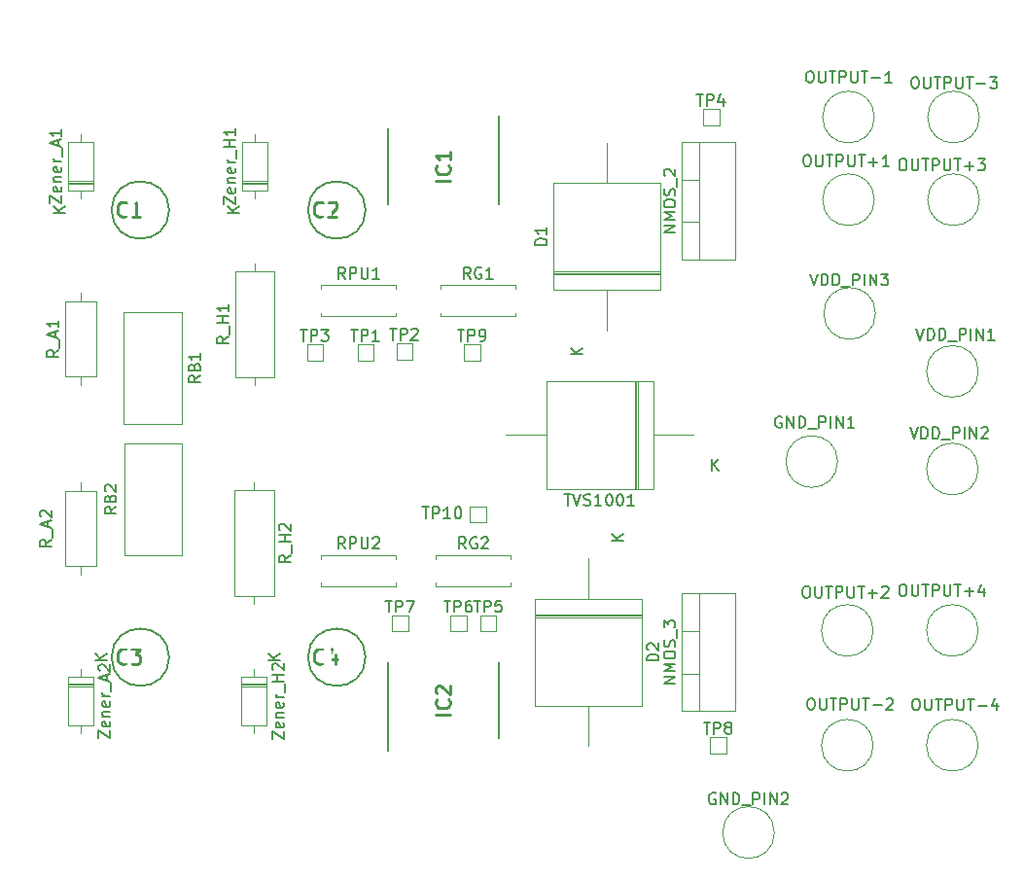
<source format=gto>
G04 #@! TF.GenerationSoftware,KiCad,Pcbnew,9.0.1*
G04 #@! TF.CreationDate,2025-06-15T18:00:33+03:00*
G04 #@! TF.ProjectId,pcb_no_div,7063625f-6e6f-45f6-9469-762e6b696361,rev?*
G04 #@! TF.SameCoordinates,Original*
G04 #@! TF.FileFunction,Legend,Top*
G04 #@! TF.FilePolarity,Positive*
%FSLAX46Y46*%
G04 Gerber Fmt 4.6, Leading zero omitted, Abs format (unit mm)*
G04 Created by KiCad (PCBNEW 9.0.1) date 2025-06-15 18:00:33*
%MOMM*%
%LPD*%
G01*
G04 APERTURE LIST*
%ADD10C,0.150000*%
%ADD11C,0.254000*%
%ADD12C,0.152400*%
%ADD13C,0.120000*%
%ADD14C,0.200000*%
G04 APERTURE END LIST*
D10*
X47404819Y-79306190D02*
X46928628Y-79639523D01*
X47404819Y-79877618D02*
X46404819Y-79877618D01*
X46404819Y-79877618D02*
X46404819Y-79496666D01*
X46404819Y-79496666D02*
X46452438Y-79401428D01*
X46452438Y-79401428D02*
X46500057Y-79353809D01*
X46500057Y-79353809D02*
X46595295Y-79306190D01*
X46595295Y-79306190D02*
X46738152Y-79306190D01*
X46738152Y-79306190D02*
X46833390Y-79353809D01*
X46833390Y-79353809D02*
X46881009Y-79401428D01*
X46881009Y-79401428D02*
X46928628Y-79496666D01*
X46928628Y-79496666D02*
X46928628Y-79877618D01*
X47500057Y-79115714D02*
X47500057Y-78353809D01*
X47119104Y-78163332D02*
X47119104Y-77687142D01*
X47404819Y-78258570D02*
X46404819Y-77925237D01*
X46404819Y-77925237D02*
X47404819Y-77591904D01*
X46500057Y-77306189D02*
X46452438Y-77258570D01*
X46452438Y-77258570D02*
X46404819Y-77163332D01*
X46404819Y-77163332D02*
X46404819Y-76925237D01*
X46404819Y-76925237D02*
X46452438Y-76829999D01*
X46452438Y-76829999D02*
X46500057Y-76782380D01*
X46500057Y-76782380D02*
X46595295Y-76734761D01*
X46595295Y-76734761D02*
X46690533Y-76734761D01*
X46690533Y-76734761D02*
X46833390Y-76782380D01*
X46833390Y-76782380D02*
X47404819Y-77353808D01*
X47404819Y-77353808D02*
X47404819Y-76734761D01*
X62434819Y-50123333D02*
X62434819Y-49456667D01*
X62434819Y-49456667D02*
X63434819Y-50123333D01*
X63434819Y-50123333D02*
X63434819Y-49456667D01*
X63387200Y-48694762D02*
X63434819Y-48790000D01*
X63434819Y-48790000D02*
X63434819Y-48980476D01*
X63434819Y-48980476D02*
X63387200Y-49075714D01*
X63387200Y-49075714D02*
X63291961Y-49123333D01*
X63291961Y-49123333D02*
X62911009Y-49123333D01*
X62911009Y-49123333D02*
X62815771Y-49075714D01*
X62815771Y-49075714D02*
X62768152Y-48980476D01*
X62768152Y-48980476D02*
X62768152Y-48790000D01*
X62768152Y-48790000D02*
X62815771Y-48694762D01*
X62815771Y-48694762D02*
X62911009Y-48647143D01*
X62911009Y-48647143D02*
X63006247Y-48647143D01*
X63006247Y-48647143D02*
X63101485Y-49123333D01*
X62768152Y-48218571D02*
X63434819Y-48218571D01*
X62863390Y-48218571D02*
X62815771Y-48170952D01*
X62815771Y-48170952D02*
X62768152Y-48075714D01*
X62768152Y-48075714D02*
X62768152Y-47932857D01*
X62768152Y-47932857D02*
X62815771Y-47837619D01*
X62815771Y-47837619D02*
X62911009Y-47790000D01*
X62911009Y-47790000D02*
X63434819Y-47790000D01*
X63387200Y-46932857D02*
X63434819Y-47028095D01*
X63434819Y-47028095D02*
X63434819Y-47218571D01*
X63434819Y-47218571D02*
X63387200Y-47313809D01*
X63387200Y-47313809D02*
X63291961Y-47361428D01*
X63291961Y-47361428D02*
X62911009Y-47361428D01*
X62911009Y-47361428D02*
X62815771Y-47313809D01*
X62815771Y-47313809D02*
X62768152Y-47218571D01*
X62768152Y-47218571D02*
X62768152Y-47028095D01*
X62768152Y-47028095D02*
X62815771Y-46932857D01*
X62815771Y-46932857D02*
X62911009Y-46885238D01*
X62911009Y-46885238D02*
X63006247Y-46885238D01*
X63006247Y-46885238D02*
X63101485Y-47361428D01*
X63434819Y-46456666D02*
X62768152Y-46456666D01*
X62958628Y-46456666D02*
X62863390Y-46409047D01*
X62863390Y-46409047D02*
X62815771Y-46361428D01*
X62815771Y-46361428D02*
X62768152Y-46266190D01*
X62768152Y-46266190D02*
X62768152Y-46170952D01*
X63530057Y-46075714D02*
X63530057Y-45313809D01*
X63434819Y-45075713D02*
X62434819Y-45075713D01*
X62911009Y-45075713D02*
X62911009Y-44504285D01*
X63434819Y-44504285D02*
X62434819Y-44504285D01*
X63434819Y-43504285D02*
X63434819Y-44075713D01*
X63434819Y-43789999D02*
X62434819Y-43789999D01*
X62434819Y-43789999D02*
X62577676Y-43885237D01*
X62577676Y-43885237D02*
X62672914Y-43980475D01*
X62672914Y-43980475D02*
X62720533Y-44075713D01*
X63754819Y-50861904D02*
X62754819Y-50861904D01*
X63754819Y-50290476D02*
X63183390Y-50719047D01*
X62754819Y-50290476D02*
X63326247Y-50861904D01*
X104188095Y-95206819D02*
X104759523Y-95206819D01*
X104473809Y-96206819D02*
X104473809Y-95206819D01*
X105092857Y-96206819D02*
X105092857Y-95206819D01*
X105092857Y-95206819D02*
X105473809Y-95206819D01*
X105473809Y-95206819D02*
X105569047Y-95254438D01*
X105569047Y-95254438D02*
X105616666Y-95302057D01*
X105616666Y-95302057D02*
X105664285Y-95397295D01*
X105664285Y-95397295D02*
X105664285Y-95540152D01*
X105664285Y-95540152D02*
X105616666Y-95635390D01*
X105616666Y-95635390D02*
X105569047Y-95683009D01*
X105569047Y-95683009D02*
X105473809Y-95730628D01*
X105473809Y-95730628D02*
X105092857Y-95730628D01*
X106235714Y-95635390D02*
X106140476Y-95587771D01*
X106140476Y-95587771D02*
X106092857Y-95540152D01*
X106092857Y-95540152D02*
X106045238Y-95444914D01*
X106045238Y-95444914D02*
X106045238Y-95397295D01*
X106045238Y-95397295D02*
X106092857Y-95302057D01*
X106092857Y-95302057D02*
X106140476Y-95254438D01*
X106140476Y-95254438D02*
X106235714Y-95206819D01*
X106235714Y-95206819D02*
X106426190Y-95206819D01*
X106426190Y-95206819D02*
X106521428Y-95254438D01*
X106521428Y-95254438D02*
X106569047Y-95302057D01*
X106569047Y-95302057D02*
X106616666Y-95397295D01*
X106616666Y-95397295D02*
X106616666Y-95444914D01*
X106616666Y-95444914D02*
X106569047Y-95540152D01*
X106569047Y-95540152D02*
X106521428Y-95587771D01*
X106521428Y-95587771D02*
X106426190Y-95635390D01*
X106426190Y-95635390D02*
X106235714Y-95635390D01*
X106235714Y-95635390D02*
X106140476Y-95683009D01*
X106140476Y-95683009D02*
X106092857Y-95730628D01*
X106092857Y-95730628D02*
X106045238Y-95825866D01*
X106045238Y-95825866D02*
X106045238Y-96016342D01*
X106045238Y-96016342D02*
X106092857Y-96111580D01*
X106092857Y-96111580D02*
X106140476Y-96159200D01*
X106140476Y-96159200D02*
X106235714Y-96206819D01*
X106235714Y-96206819D02*
X106426190Y-96206819D01*
X106426190Y-96206819D02*
X106521428Y-96159200D01*
X106521428Y-96159200D02*
X106569047Y-96111580D01*
X106569047Y-96111580D02*
X106616666Y-96016342D01*
X106616666Y-96016342D02*
X106616666Y-95825866D01*
X106616666Y-95825866D02*
X106569047Y-95730628D01*
X106569047Y-95730628D02*
X106521428Y-95683009D01*
X106521428Y-95683009D02*
X106426190Y-95635390D01*
X83883333Y-56584819D02*
X83550000Y-56108628D01*
X83311905Y-56584819D02*
X83311905Y-55584819D01*
X83311905Y-55584819D02*
X83692857Y-55584819D01*
X83692857Y-55584819D02*
X83788095Y-55632438D01*
X83788095Y-55632438D02*
X83835714Y-55680057D01*
X83835714Y-55680057D02*
X83883333Y-55775295D01*
X83883333Y-55775295D02*
X83883333Y-55918152D01*
X83883333Y-55918152D02*
X83835714Y-56013390D01*
X83835714Y-56013390D02*
X83788095Y-56061009D01*
X83788095Y-56061009D02*
X83692857Y-56108628D01*
X83692857Y-56108628D02*
X83311905Y-56108628D01*
X84835714Y-55632438D02*
X84740476Y-55584819D01*
X84740476Y-55584819D02*
X84597619Y-55584819D01*
X84597619Y-55584819D02*
X84454762Y-55632438D01*
X84454762Y-55632438D02*
X84359524Y-55727676D01*
X84359524Y-55727676D02*
X84311905Y-55822914D01*
X84311905Y-55822914D02*
X84264286Y-56013390D01*
X84264286Y-56013390D02*
X84264286Y-56156247D01*
X84264286Y-56156247D02*
X84311905Y-56346723D01*
X84311905Y-56346723D02*
X84359524Y-56441961D01*
X84359524Y-56441961D02*
X84454762Y-56537200D01*
X84454762Y-56537200D02*
X84597619Y-56584819D01*
X84597619Y-56584819D02*
X84692857Y-56584819D01*
X84692857Y-56584819D02*
X84835714Y-56537200D01*
X84835714Y-56537200D02*
X84883333Y-56489580D01*
X84883333Y-56489580D02*
X84883333Y-56156247D01*
X84883333Y-56156247D02*
X84692857Y-56156247D01*
X85835714Y-56584819D02*
X85264286Y-56584819D01*
X85550000Y-56584819D02*
X85550000Y-55584819D01*
X85550000Y-55584819D02*
X85454762Y-55727676D01*
X85454762Y-55727676D02*
X85359524Y-55822914D01*
X85359524Y-55822914D02*
X85264286Y-55870533D01*
D11*
X71038333Y-51053365D02*
X70977857Y-51113842D01*
X70977857Y-51113842D02*
X70796428Y-51174318D01*
X70796428Y-51174318D02*
X70675476Y-51174318D01*
X70675476Y-51174318D02*
X70494047Y-51113842D01*
X70494047Y-51113842D02*
X70373095Y-50992889D01*
X70373095Y-50992889D02*
X70312618Y-50871937D01*
X70312618Y-50871937D02*
X70252142Y-50630032D01*
X70252142Y-50630032D02*
X70252142Y-50448603D01*
X70252142Y-50448603D02*
X70312618Y-50206699D01*
X70312618Y-50206699D02*
X70373095Y-50085746D01*
X70373095Y-50085746D02*
X70494047Y-49964794D01*
X70494047Y-49964794D02*
X70675476Y-49904318D01*
X70675476Y-49904318D02*
X70796428Y-49904318D01*
X70796428Y-49904318D02*
X70977857Y-49964794D01*
X70977857Y-49964794D02*
X71038333Y-50025270D01*
X71522142Y-50025270D02*
X71582618Y-49964794D01*
X71582618Y-49964794D02*
X71703571Y-49904318D01*
X71703571Y-49904318D02*
X72005952Y-49904318D01*
X72005952Y-49904318D02*
X72126904Y-49964794D01*
X72126904Y-49964794D02*
X72187380Y-50025270D01*
X72187380Y-50025270D02*
X72247857Y-50146222D01*
X72247857Y-50146222D02*
X72247857Y-50267175D01*
X72247857Y-50267175D02*
X72187380Y-50448603D01*
X72187380Y-50448603D02*
X71461666Y-51174318D01*
X71461666Y-51174318D02*
X72247857Y-51174318D01*
D10*
X66624819Y-96683333D02*
X66624819Y-96016667D01*
X66624819Y-96016667D02*
X67624819Y-96683333D01*
X67624819Y-96683333D02*
X67624819Y-96016667D01*
X67577200Y-95254762D02*
X67624819Y-95350000D01*
X67624819Y-95350000D02*
X67624819Y-95540476D01*
X67624819Y-95540476D02*
X67577200Y-95635714D01*
X67577200Y-95635714D02*
X67481961Y-95683333D01*
X67481961Y-95683333D02*
X67101009Y-95683333D01*
X67101009Y-95683333D02*
X67005771Y-95635714D01*
X67005771Y-95635714D02*
X66958152Y-95540476D01*
X66958152Y-95540476D02*
X66958152Y-95350000D01*
X66958152Y-95350000D02*
X67005771Y-95254762D01*
X67005771Y-95254762D02*
X67101009Y-95207143D01*
X67101009Y-95207143D02*
X67196247Y-95207143D01*
X67196247Y-95207143D02*
X67291485Y-95683333D01*
X66958152Y-94778571D02*
X67624819Y-94778571D01*
X67053390Y-94778571D02*
X67005771Y-94730952D01*
X67005771Y-94730952D02*
X66958152Y-94635714D01*
X66958152Y-94635714D02*
X66958152Y-94492857D01*
X66958152Y-94492857D02*
X67005771Y-94397619D01*
X67005771Y-94397619D02*
X67101009Y-94350000D01*
X67101009Y-94350000D02*
X67624819Y-94350000D01*
X67577200Y-93492857D02*
X67624819Y-93588095D01*
X67624819Y-93588095D02*
X67624819Y-93778571D01*
X67624819Y-93778571D02*
X67577200Y-93873809D01*
X67577200Y-93873809D02*
X67481961Y-93921428D01*
X67481961Y-93921428D02*
X67101009Y-93921428D01*
X67101009Y-93921428D02*
X67005771Y-93873809D01*
X67005771Y-93873809D02*
X66958152Y-93778571D01*
X66958152Y-93778571D02*
X66958152Y-93588095D01*
X66958152Y-93588095D02*
X67005771Y-93492857D01*
X67005771Y-93492857D02*
X67101009Y-93445238D01*
X67101009Y-93445238D02*
X67196247Y-93445238D01*
X67196247Y-93445238D02*
X67291485Y-93921428D01*
X67624819Y-93016666D02*
X66958152Y-93016666D01*
X67148628Y-93016666D02*
X67053390Y-92969047D01*
X67053390Y-92969047D02*
X67005771Y-92921428D01*
X67005771Y-92921428D02*
X66958152Y-92826190D01*
X66958152Y-92826190D02*
X66958152Y-92730952D01*
X67720057Y-92635714D02*
X67720057Y-91873809D01*
X67624819Y-91635713D02*
X66624819Y-91635713D01*
X67101009Y-91635713D02*
X67101009Y-91064285D01*
X67624819Y-91064285D02*
X66624819Y-91064285D01*
X66720057Y-90635713D02*
X66672438Y-90588094D01*
X66672438Y-90588094D02*
X66624819Y-90492856D01*
X66624819Y-90492856D02*
X66624819Y-90254761D01*
X66624819Y-90254761D02*
X66672438Y-90159523D01*
X66672438Y-90159523D02*
X66720057Y-90111904D01*
X66720057Y-90111904D02*
X66815295Y-90064285D01*
X66815295Y-90064285D02*
X66910533Y-90064285D01*
X66910533Y-90064285D02*
X67053390Y-90111904D01*
X67053390Y-90111904D02*
X67624819Y-90683332D01*
X67624819Y-90683332D02*
X67624819Y-90064285D01*
X67304819Y-89801904D02*
X66304819Y-89801904D01*
X67304819Y-89230476D02*
X66733390Y-89659047D01*
X66304819Y-89230476D02*
X66876247Y-89801904D01*
X121450000Y-46154819D02*
X121640476Y-46154819D01*
X121640476Y-46154819D02*
X121735714Y-46202438D01*
X121735714Y-46202438D02*
X121830952Y-46297676D01*
X121830952Y-46297676D02*
X121878571Y-46488152D01*
X121878571Y-46488152D02*
X121878571Y-46821485D01*
X121878571Y-46821485D02*
X121830952Y-47011961D01*
X121830952Y-47011961D02*
X121735714Y-47107200D01*
X121735714Y-47107200D02*
X121640476Y-47154819D01*
X121640476Y-47154819D02*
X121450000Y-47154819D01*
X121450000Y-47154819D02*
X121354762Y-47107200D01*
X121354762Y-47107200D02*
X121259524Y-47011961D01*
X121259524Y-47011961D02*
X121211905Y-46821485D01*
X121211905Y-46821485D02*
X121211905Y-46488152D01*
X121211905Y-46488152D02*
X121259524Y-46297676D01*
X121259524Y-46297676D02*
X121354762Y-46202438D01*
X121354762Y-46202438D02*
X121450000Y-46154819D01*
X122307143Y-46154819D02*
X122307143Y-46964342D01*
X122307143Y-46964342D02*
X122354762Y-47059580D01*
X122354762Y-47059580D02*
X122402381Y-47107200D01*
X122402381Y-47107200D02*
X122497619Y-47154819D01*
X122497619Y-47154819D02*
X122688095Y-47154819D01*
X122688095Y-47154819D02*
X122783333Y-47107200D01*
X122783333Y-47107200D02*
X122830952Y-47059580D01*
X122830952Y-47059580D02*
X122878571Y-46964342D01*
X122878571Y-46964342D02*
X122878571Y-46154819D01*
X123211905Y-46154819D02*
X123783333Y-46154819D01*
X123497619Y-47154819D02*
X123497619Y-46154819D01*
X124116667Y-47154819D02*
X124116667Y-46154819D01*
X124116667Y-46154819D02*
X124497619Y-46154819D01*
X124497619Y-46154819D02*
X124592857Y-46202438D01*
X124592857Y-46202438D02*
X124640476Y-46250057D01*
X124640476Y-46250057D02*
X124688095Y-46345295D01*
X124688095Y-46345295D02*
X124688095Y-46488152D01*
X124688095Y-46488152D02*
X124640476Y-46583390D01*
X124640476Y-46583390D02*
X124592857Y-46631009D01*
X124592857Y-46631009D02*
X124497619Y-46678628D01*
X124497619Y-46678628D02*
X124116667Y-46678628D01*
X125116667Y-46154819D02*
X125116667Y-46964342D01*
X125116667Y-46964342D02*
X125164286Y-47059580D01*
X125164286Y-47059580D02*
X125211905Y-47107200D01*
X125211905Y-47107200D02*
X125307143Y-47154819D01*
X125307143Y-47154819D02*
X125497619Y-47154819D01*
X125497619Y-47154819D02*
X125592857Y-47107200D01*
X125592857Y-47107200D02*
X125640476Y-47059580D01*
X125640476Y-47059580D02*
X125688095Y-46964342D01*
X125688095Y-46964342D02*
X125688095Y-46154819D01*
X126021429Y-46154819D02*
X126592857Y-46154819D01*
X126307143Y-47154819D02*
X126307143Y-46154819D01*
X126926191Y-46773866D02*
X127688096Y-46773866D01*
X127307143Y-47154819D02*
X127307143Y-46392914D01*
X128069048Y-46154819D02*
X128688095Y-46154819D01*
X128688095Y-46154819D02*
X128354762Y-46535771D01*
X128354762Y-46535771D02*
X128497619Y-46535771D01*
X128497619Y-46535771D02*
X128592857Y-46583390D01*
X128592857Y-46583390D02*
X128640476Y-46631009D01*
X128640476Y-46631009D02*
X128688095Y-46726247D01*
X128688095Y-46726247D02*
X128688095Y-46964342D01*
X128688095Y-46964342D02*
X128640476Y-47059580D01*
X128640476Y-47059580D02*
X128592857Y-47107200D01*
X128592857Y-47107200D02*
X128497619Y-47154819D01*
X128497619Y-47154819D02*
X128211905Y-47154819D01*
X128211905Y-47154819D02*
X128116667Y-47107200D01*
X128116667Y-47107200D02*
X128069048Y-47059580D01*
X103588095Y-40506819D02*
X104159523Y-40506819D01*
X103873809Y-41506819D02*
X103873809Y-40506819D01*
X104492857Y-41506819D02*
X104492857Y-40506819D01*
X104492857Y-40506819D02*
X104873809Y-40506819D01*
X104873809Y-40506819D02*
X104969047Y-40554438D01*
X104969047Y-40554438D02*
X105016666Y-40602057D01*
X105016666Y-40602057D02*
X105064285Y-40697295D01*
X105064285Y-40697295D02*
X105064285Y-40840152D01*
X105064285Y-40840152D02*
X105016666Y-40935390D01*
X105016666Y-40935390D02*
X104969047Y-40983009D01*
X104969047Y-40983009D02*
X104873809Y-41030628D01*
X104873809Y-41030628D02*
X104492857Y-41030628D01*
X105921428Y-40840152D02*
X105921428Y-41506819D01*
X105683333Y-40459200D02*
X105445238Y-41173485D01*
X105445238Y-41173485D02*
X106064285Y-41173485D01*
X79711905Y-76456819D02*
X80283333Y-76456819D01*
X79997619Y-77456819D02*
X79997619Y-76456819D01*
X80616667Y-77456819D02*
X80616667Y-76456819D01*
X80616667Y-76456819D02*
X80997619Y-76456819D01*
X80997619Y-76456819D02*
X81092857Y-76504438D01*
X81092857Y-76504438D02*
X81140476Y-76552057D01*
X81140476Y-76552057D02*
X81188095Y-76647295D01*
X81188095Y-76647295D02*
X81188095Y-76790152D01*
X81188095Y-76790152D02*
X81140476Y-76885390D01*
X81140476Y-76885390D02*
X81092857Y-76933009D01*
X81092857Y-76933009D02*
X80997619Y-76980628D01*
X80997619Y-76980628D02*
X80616667Y-76980628D01*
X82140476Y-77456819D02*
X81569048Y-77456819D01*
X81854762Y-77456819D02*
X81854762Y-76456819D01*
X81854762Y-76456819D02*
X81759524Y-76599676D01*
X81759524Y-76599676D02*
X81664286Y-76694914D01*
X81664286Y-76694914D02*
X81569048Y-76742533D01*
X82759524Y-76456819D02*
X82854762Y-76456819D01*
X82854762Y-76456819D02*
X82950000Y-76504438D01*
X82950000Y-76504438D02*
X82997619Y-76552057D01*
X82997619Y-76552057D02*
X83045238Y-76647295D01*
X83045238Y-76647295D02*
X83092857Y-76837771D01*
X83092857Y-76837771D02*
X83092857Y-77075866D01*
X83092857Y-77075866D02*
X83045238Y-77266342D01*
X83045238Y-77266342D02*
X82997619Y-77361580D01*
X82997619Y-77361580D02*
X82950000Y-77409200D01*
X82950000Y-77409200D02*
X82854762Y-77456819D01*
X82854762Y-77456819D02*
X82759524Y-77456819D01*
X82759524Y-77456819D02*
X82664286Y-77409200D01*
X82664286Y-77409200D02*
X82616667Y-77361580D01*
X82616667Y-77361580D02*
X82569048Y-77266342D01*
X82569048Y-77266342D02*
X82521429Y-77075866D01*
X82521429Y-77075866D02*
X82521429Y-76837771D01*
X82521429Y-76837771D02*
X82569048Y-76647295D01*
X82569048Y-76647295D02*
X82616667Y-76552057D01*
X82616667Y-76552057D02*
X82664286Y-76504438D01*
X82664286Y-76504438D02*
X82759524Y-76456819D01*
X113450000Y-93104819D02*
X113640476Y-93104819D01*
X113640476Y-93104819D02*
X113735714Y-93152438D01*
X113735714Y-93152438D02*
X113830952Y-93247676D01*
X113830952Y-93247676D02*
X113878571Y-93438152D01*
X113878571Y-93438152D02*
X113878571Y-93771485D01*
X113878571Y-93771485D02*
X113830952Y-93961961D01*
X113830952Y-93961961D02*
X113735714Y-94057200D01*
X113735714Y-94057200D02*
X113640476Y-94104819D01*
X113640476Y-94104819D02*
X113450000Y-94104819D01*
X113450000Y-94104819D02*
X113354762Y-94057200D01*
X113354762Y-94057200D02*
X113259524Y-93961961D01*
X113259524Y-93961961D02*
X113211905Y-93771485D01*
X113211905Y-93771485D02*
X113211905Y-93438152D01*
X113211905Y-93438152D02*
X113259524Y-93247676D01*
X113259524Y-93247676D02*
X113354762Y-93152438D01*
X113354762Y-93152438D02*
X113450000Y-93104819D01*
X114307143Y-93104819D02*
X114307143Y-93914342D01*
X114307143Y-93914342D02*
X114354762Y-94009580D01*
X114354762Y-94009580D02*
X114402381Y-94057200D01*
X114402381Y-94057200D02*
X114497619Y-94104819D01*
X114497619Y-94104819D02*
X114688095Y-94104819D01*
X114688095Y-94104819D02*
X114783333Y-94057200D01*
X114783333Y-94057200D02*
X114830952Y-94009580D01*
X114830952Y-94009580D02*
X114878571Y-93914342D01*
X114878571Y-93914342D02*
X114878571Y-93104819D01*
X115211905Y-93104819D02*
X115783333Y-93104819D01*
X115497619Y-94104819D02*
X115497619Y-93104819D01*
X116116667Y-94104819D02*
X116116667Y-93104819D01*
X116116667Y-93104819D02*
X116497619Y-93104819D01*
X116497619Y-93104819D02*
X116592857Y-93152438D01*
X116592857Y-93152438D02*
X116640476Y-93200057D01*
X116640476Y-93200057D02*
X116688095Y-93295295D01*
X116688095Y-93295295D02*
X116688095Y-93438152D01*
X116688095Y-93438152D02*
X116640476Y-93533390D01*
X116640476Y-93533390D02*
X116592857Y-93581009D01*
X116592857Y-93581009D02*
X116497619Y-93628628D01*
X116497619Y-93628628D02*
X116116667Y-93628628D01*
X117116667Y-93104819D02*
X117116667Y-93914342D01*
X117116667Y-93914342D02*
X117164286Y-94009580D01*
X117164286Y-94009580D02*
X117211905Y-94057200D01*
X117211905Y-94057200D02*
X117307143Y-94104819D01*
X117307143Y-94104819D02*
X117497619Y-94104819D01*
X117497619Y-94104819D02*
X117592857Y-94057200D01*
X117592857Y-94057200D02*
X117640476Y-94009580D01*
X117640476Y-94009580D02*
X117688095Y-93914342D01*
X117688095Y-93914342D02*
X117688095Y-93104819D01*
X118021429Y-93104819D02*
X118592857Y-93104819D01*
X118307143Y-94104819D02*
X118307143Y-93104819D01*
X118926191Y-93723866D02*
X119688096Y-93723866D01*
X120116667Y-93200057D02*
X120164286Y-93152438D01*
X120164286Y-93152438D02*
X120259524Y-93104819D01*
X120259524Y-93104819D02*
X120497619Y-93104819D01*
X120497619Y-93104819D02*
X120592857Y-93152438D01*
X120592857Y-93152438D02*
X120640476Y-93200057D01*
X120640476Y-93200057D02*
X120688095Y-93295295D01*
X120688095Y-93295295D02*
X120688095Y-93390533D01*
X120688095Y-93390533D02*
X120640476Y-93533390D01*
X120640476Y-93533390D02*
X120069048Y-94104819D01*
X120069048Y-94104819D02*
X120688095Y-94104819D01*
D11*
X71038333Y-89993365D02*
X70977857Y-90053842D01*
X70977857Y-90053842D02*
X70796428Y-90114318D01*
X70796428Y-90114318D02*
X70675476Y-90114318D01*
X70675476Y-90114318D02*
X70494047Y-90053842D01*
X70494047Y-90053842D02*
X70373095Y-89932889D01*
X70373095Y-89932889D02*
X70312618Y-89811937D01*
X70312618Y-89811937D02*
X70252142Y-89570032D01*
X70252142Y-89570032D02*
X70252142Y-89388603D01*
X70252142Y-89388603D02*
X70312618Y-89146699D01*
X70312618Y-89146699D02*
X70373095Y-89025746D01*
X70373095Y-89025746D02*
X70494047Y-88904794D01*
X70494047Y-88904794D02*
X70675476Y-88844318D01*
X70675476Y-88844318D02*
X70796428Y-88844318D01*
X70796428Y-88844318D02*
X70977857Y-88904794D01*
X70977857Y-88904794D02*
X71038333Y-88965270D01*
X72126904Y-89267651D02*
X72126904Y-90114318D01*
X71824523Y-88783842D02*
X71522142Y-89690984D01*
X71522142Y-89690984D02*
X72308333Y-89690984D01*
D10*
X122697619Y-60904819D02*
X123030952Y-61904819D01*
X123030952Y-61904819D02*
X123364285Y-60904819D01*
X123697619Y-61904819D02*
X123697619Y-60904819D01*
X123697619Y-60904819D02*
X123935714Y-60904819D01*
X123935714Y-60904819D02*
X124078571Y-60952438D01*
X124078571Y-60952438D02*
X124173809Y-61047676D01*
X124173809Y-61047676D02*
X124221428Y-61142914D01*
X124221428Y-61142914D02*
X124269047Y-61333390D01*
X124269047Y-61333390D02*
X124269047Y-61476247D01*
X124269047Y-61476247D02*
X124221428Y-61666723D01*
X124221428Y-61666723D02*
X124173809Y-61761961D01*
X124173809Y-61761961D02*
X124078571Y-61857200D01*
X124078571Y-61857200D02*
X123935714Y-61904819D01*
X123935714Y-61904819D02*
X123697619Y-61904819D01*
X124697619Y-61904819D02*
X124697619Y-60904819D01*
X124697619Y-60904819D02*
X124935714Y-60904819D01*
X124935714Y-60904819D02*
X125078571Y-60952438D01*
X125078571Y-60952438D02*
X125173809Y-61047676D01*
X125173809Y-61047676D02*
X125221428Y-61142914D01*
X125221428Y-61142914D02*
X125269047Y-61333390D01*
X125269047Y-61333390D02*
X125269047Y-61476247D01*
X125269047Y-61476247D02*
X125221428Y-61666723D01*
X125221428Y-61666723D02*
X125173809Y-61761961D01*
X125173809Y-61761961D02*
X125078571Y-61857200D01*
X125078571Y-61857200D02*
X124935714Y-61904819D01*
X124935714Y-61904819D02*
X124697619Y-61904819D01*
X125459524Y-62000057D02*
X126221428Y-62000057D01*
X126459524Y-61904819D02*
X126459524Y-60904819D01*
X126459524Y-60904819D02*
X126840476Y-60904819D01*
X126840476Y-60904819D02*
X126935714Y-60952438D01*
X126935714Y-60952438D02*
X126983333Y-61000057D01*
X126983333Y-61000057D02*
X127030952Y-61095295D01*
X127030952Y-61095295D02*
X127030952Y-61238152D01*
X127030952Y-61238152D02*
X126983333Y-61333390D01*
X126983333Y-61333390D02*
X126935714Y-61381009D01*
X126935714Y-61381009D02*
X126840476Y-61428628D01*
X126840476Y-61428628D02*
X126459524Y-61428628D01*
X127459524Y-61904819D02*
X127459524Y-60904819D01*
X127935714Y-61904819D02*
X127935714Y-60904819D01*
X127935714Y-60904819D02*
X128507142Y-61904819D01*
X128507142Y-61904819D02*
X128507142Y-60904819D01*
X129507142Y-61904819D02*
X128935714Y-61904819D01*
X129221428Y-61904819D02*
X129221428Y-60904819D01*
X129221428Y-60904819D02*
X129126190Y-61047676D01*
X129126190Y-61047676D02*
X129030952Y-61142914D01*
X129030952Y-61142914D02*
X128935714Y-61190533D01*
X73488095Y-61006819D02*
X74059523Y-61006819D01*
X73773809Y-62006819D02*
X73773809Y-61006819D01*
X74392857Y-62006819D02*
X74392857Y-61006819D01*
X74392857Y-61006819D02*
X74773809Y-61006819D01*
X74773809Y-61006819D02*
X74869047Y-61054438D01*
X74869047Y-61054438D02*
X74916666Y-61102057D01*
X74916666Y-61102057D02*
X74964285Y-61197295D01*
X74964285Y-61197295D02*
X74964285Y-61340152D01*
X74964285Y-61340152D02*
X74916666Y-61435390D01*
X74916666Y-61435390D02*
X74869047Y-61483009D01*
X74869047Y-61483009D02*
X74773809Y-61530628D01*
X74773809Y-61530628D02*
X74392857Y-61530628D01*
X75916666Y-62006819D02*
X75345238Y-62006819D01*
X75630952Y-62006819D02*
X75630952Y-61006819D01*
X75630952Y-61006819D02*
X75535714Y-61149676D01*
X75535714Y-61149676D02*
X75440476Y-61244914D01*
X75440476Y-61244914D02*
X75345238Y-61292533D01*
X68224819Y-80671428D02*
X67748628Y-81004761D01*
X68224819Y-81242856D02*
X67224819Y-81242856D01*
X67224819Y-81242856D02*
X67224819Y-80861904D01*
X67224819Y-80861904D02*
X67272438Y-80766666D01*
X67272438Y-80766666D02*
X67320057Y-80719047D01*
X67320057Y-80719047D02*
X67415295Y-80671428D01*
X67415295Y-80671428D02*
X67558152Y-80671428D01*
X67558152Y-80671428D02*
X67653390Y-80719047D01*
X67653390Y-80719047D02*
X67701009Y-80766666D01*
X67701009Y-80766666D02*
X67748628Y-80861904D01*
X67748628Y-80861904D02*
X67748628Y-81242856D01*
X68320057Y-80480952D02*
X68320057Y-79719047D01*
X68224819Y-79480951D02*
X67224819Y-79480951D01*
X67701009Y-79480951D02*
X67701009Y-78909523D01*
X68224819Y-78909523D02*
X67224819Y-78909523D01*
X67320057Y-78480951D02*
X67272438Y-78433332D01*
X67272438Y-78433332D02*
X67224819Y-78338094D01*
X67224819Y-78338094D02*
X67224819Y-78099999D01*
X67224819Y-78099999D02*
X67272438Y-78004761D01*
X67272438Y-78004761D02*
X67320057Y-77957142D01*
X67320057Y-77957142D02*
X67415295Y-77909523D01*
X67415295Y-77909523D02*
X67510533Y-77909523D01*
X67510533Y-77909523D02*
X67653390Y-77957142D01*
X67653390Y-77957142D02*
X68224819Y-78528570D01*
X68224819Y-78528570D02*
X68224819Y-77909523D01*
X113350000Y-38504819D02*
X113540476Y-38504819D01*
X113540476Y-38504819D02*
X113635714Y-38552438D01*
X113635714Y-38552438D02*
X113730952Y-38647676D01*
X113730952Y-38647676D02*
X113778571Y-38838152D01*
X113778571Y-38838152D02*
X113778571Y-39171485D01*
X113778571Y-39171485D02*
X113730952Y-39361961D01*
X113730952Y-39361961D02*
X113635714Y-39457200D01*
X113635714Y-39457200D02*
X113540476Y-39504819D01*
X113540476Y-39504819D02*
X113350000Y-39504819D01*
X113350000Y-39504819D02*
X113254762Y-39457200D01*
X113254762Y-39457200D02*
X113159524Y-39361961D01*
X113159524Y-39361961D02*
X113111905Y-39171485D01*
X113111905Y-39171485D02*
X113111905Y-38838152D01*
X113111905Y-38838152D02*
X113159524Y-38647676D01*
X113159524Y-38647676D02*
X113254762Y-38552438D01*
X113254762Y-38552438D02*
X113350000Y-38504819D01*
X114207143Y-38504819D02*
X114207143Y-39314342D01*
X114207143Y-39314342D02*
X114254762Y-39409580D01*
X114254762Y-39409580D02*
X114302381Y-39457200D01*
X114302381Y-39457200D02*
X114397619Y-39504819D01*
X114397619Y-39504819D02*
X114588095Y-39504819D01*
X114588095Y-39504819D02*
X114683333Y-39457200D01*
X114683333Y-39457200D02*
X114730952Y-39409580D01*
X114730952Y-39409580D02*
X114778571Y-39314342D01*
X114778571Y-39314342D02*
X114778571Y-38504819D01*
X115111905Y-38504819D02*
X115683333Y-38504819D01*
X115397619Y-39504819D02*
X115397619Y-38504819D01*
X116016667Y-39504819D02*
X116016667Y-38504819D01*
X116016667Y-38504819D02*
X116397619Y-38504819D01*
X116397619Y-38504819D02*
X116492857Y-38552438D01*
X116492857Y-38552438D02*
X116540476Y-38600057D01*
X116540476Y-38600057D02*
X116588095Y-38695295D01*
X116588095Y-38695295D02*
X116588095Y-38838152D01*
X116588095Y-38838152D02*
X116540476Y-38933390D01*
X116540476Y-38933390D02*
X116492857Y-38981009D01*
X116492857Y-38981009D02*
X116397619Y-39028628D01*
X116397619Y-39028628D02*
X116016667Y-39028628D01*
X117016667Y-38504819D02*
X117016667Y-39314342D01*
X117016667Y-39314342D02*
X117064286Y-39409580D01*
X117064286Y-39409580D02*
X117111905Y-39457200D01*
X117111905Y-39457200D02*
X117207143Y-39504819D01*
X117207143Y-39504819D02*
X117397619Y-39504819D01*
X117397619Y-39504819D02*
X117492857Y-39457200D01*
X117492857Y-39457200D02*
X117540476Y-39409580D01*
X117540476Y-39409580D02*
X117588095Y-39314342D01*
X117588095Y-39314342D02*
X117588095Y-38504819D01*
X117921429Y-38504819D02*
X118492857Y-38504819D01*
X118207143Y-39504819D02*
X118207143Y-38504819D01*
X118826191Y-39123866D02*
X119588096Y-39123866D01*
X120588095Y-39504819D02*
X120016667Y-39504819D01*
X120302381Y-39504819D02*
X120302381Y-38504819D01*
X120302381Y-38504819D02*
X120207143Y-38647676D01*
X120207143Y-38647676D02*
X120111905Y-38742914D01*
X120111905Y-38742914D02*
X120016667Y-38790533D01*
X113447619Y-56156819D02*
X113780952Y-57156819D01*
X113780952Y-57156819D02*
X114114285Y-56156819D01*
X114447619Y-57156819D02*
X114447619Y-56156819D01*
X114447619Y-56156819D02*
X114685714Y-56156819D01*
X114685714Y-56156819D02*
X114828571Y-56204438D01*
X114828571Y-56204438D02*
X114923809Y-56299676D01*
X114923809Y-56299676D02*
X114971428Y-56394914D01*
X114971428Y-56394914D02*
X115019047Y-56585390D01*
X115019047Y-56585390D02*
X115019047Y-56728247D01*
X115019047Y-56728247D02*
X114971428Y-56918723D01*
X114971428Y-56918723D02*
X114923809Y-57013961D01*
X114923809Y-57013961D02*
X114828571Y-57109200D01*
X114828571Y-57109200D02*
X114685714Y-57156819D01*
X114685714Y-57156819D02*
X114447619Y-57156819D01*
X115447619Y-57156819D02*
X115447619Y-56156819D01*
X115447619Y-56156819D02*
X115685714Y-56156819D01*
X115685714Y-56156819D02*
X115828571Y-56204438D01*
X115828571Y-56204438D02*
X115923809Y-56299676D01*
X115923809Y-56299676D02*
X115971428Y-56394914D01*
X115971428Y-56394914D02*
X116019047Y-56585390D01*
X116019047Y-56585390D02*
X116019047Y-56728247D01*
X116019047Y-56728247D02*
X115971428Y-56918723D01*
X115971428Y-56918723D02*
X115923809Y-57013961D01*
X115923809Y-57013961D02*
X115828571Y-57109200D01*
X115828571Y-57109200D02*
X115685714Y-57156819D01*
X115685714Y-57156819D02*
X115447619Y-57156819D01*
X116209524Y-57252057D02*
X116971428Y-57252057D01*
X117209524Y-57156819D02*
X117209524Y-56156819D01*
X117209524Y-56156819D02*
X117590476Y-56156819D01*
X117590476Y-56156819D02*
X117685714Y-56204438D01*
X117685714Y-56204438D02*
X117733333Y-56252057D01*
X117733333Y-56252057D02*
X117780952Y-56347295D01*
X117780952Y-56347295D02*
X117780952Y-56490152D01*
X117780952Y-56490152D02*
X117733333Y-56585390D01*
X117733333Y-56585390D02*
X117685714Y-56633009D01*
X117685714Y-56633009D02*
X117590476Y-56680628D01*
X117590476Y-56680628D02*
X117209524Y-56680628D01*
X118209524Y-57156819D02*
X118209524Y-56156819D01*
X118685714Y-57156819D02*
X118685714Y-56156819D01*
X118685714Y-56156819D02*
X119257142Y-57156819D01*
X119257142Y-57156819D02*
X119257142Y-56156819D01*
X119638095Y-56156819D02*
X120257142Y-56156819D01*
X120257142Y-56156819D02*
X119923809Y-56537771D01*
X119923809Y-56537771D02*
X120066666Y-56537771D01*
X120066666Y-56537771D02*
X120161904Y-56585390D01*
X120161904Y-56585390D02*
X120209523Y-56633009D01*
X120209523Y-56633009D02*
X120257142Y-56728247D01*
X120257142Y-56728247D02*
X120257142Y-56966342D01*
X120257142Y-56966342D02*
X120209523Y-57061580D01*
X120209523Y-57061580D02*
X120161904Y-57109200D01*
X120161904Y-57109200D02*
X120066666Y-57156819D01*
X120066666Y-57156819D02*
X119780952Y-57156819D01*
X119780952Y-57156819D02*
X119685714Y-57109200D01*
X119685714Y-57109200D02*
X119638095Y-57061580D01*
X110969047Y-68602438D02*
X110873809Y-68554819D01*
X110873809Y-68554819D02*
X110730952Y-68554819D01*
X110730952Y-68554819D02*
X110588095Y-68602438D01*
X110588095Y-68602438D02*
X110492857Y-68697676D01*
X110492857Y-68697676D02*
X110445238Y-68792914D01*
X110445238Y-68792914D02*
X110397619Y-68983390D01*
X110397619Y-68983390D02*
X110397619Y-69126247D01*
X110397619Y-69126247D02*
X110445238Y-69316723D01*
X110445238Y-69316723D02*
X110492857Y-69411961D01*
X110492857Y-69411961D02*
X110588095Y-69507200D01*
X110588095Y-69507200D02*
X110730952Y-69554819D01*
X110730952Y-69554819D02*
X110826190Y-69554819D01*
X110826190Y-69554819D02*
X110969047Y-69507200D01*
X110969047Y-69507200D02*
X111016666Y-69459580D01*
X111016666Y-69459580D02*
X111016666Y-69126247D01*
X111016666Y-69126247D02*
X110826190Y-69126247D01*
X111445238Y-69554819D02*
X111445238Y-68554819D01*
X111445238Y-68554819D02*
X112016666Y-69554819D01*
X112016666Y-69554819D02*
X112016666Y-68554819D01*
X112492857Y-69554819D02*
X112492857Y-68554819D01*
X112492857Y-68554819D02*
X112730952Y-68554819D01*
X112730952Y-68554819D02*
X112873809Y-68602438D01*
X112873809Y-68602438D02*
X112969047Y-68697676D01*
X112969047Y-68697676D02*
X113016666Y-68792914D01*
X113016666Y-68792914D02*
X113064285Y-68983390D01*
X113064285Y-68983390D02*
X113064285Y-69126247D01*
X113064285Y-69126247D02*
X113016666Y-69316723D01*
X113016666Y-69316723D02*
X112969047Y-69411961D01*
X112969047Y-69411961D02*
X112873809Y-69507200D01*
X112873809Y-69507200D02*
X112730952Y-69554819D01*
X112730952Y-69554819D02*
X112492857Y-69554819D01*
X113254762Y-69650057D02*
X114016666Y-69650057D01*
X114254762Y-69554819D02*
X114254762Y-68554819D01*
X114254762Y-68554819D02*
X114635714Y-68554819D01*
X114635714Y-68554819D02*
X114730952Y-68602438D01*
X114730952Y-68602438D02*
X114778571Y-68650057D01*
X114778571Y-68650057D02*
X114826190Y-68745295D01*
X114826190Y-68745295D02*
X114826190Y-68888152D01*
X114826190Y-68888152D02*
X114778571Y-68983390D01*
X114778571Y-68983390D02*
X114730952Y-69031009D01*
X114730952Y-69031009D02*
X114635714Y-69078628D01*
X114635714Y-69078628D02*
X114254762Y-69078628D01*
X115254762Y-69554819D02*
X115254762Y-68554819D01*
X115730952Y-69554819D02*
X115730952Y-68554819D01*
X115730952Y-68554819D02*
X116302380Y-69554819D01*
X116302380Y-69554819D02*
X116302380Y-68554819D01*
X117302380Y-69554819D02*
X116730952Y-69554819D01*
X117016666Y-69554819D02*
X117016666Y-68554819D01*
X117016666Y-68554819D02*
X116921428Y-68697676D01*
X116921428Y-68697676D02*
X116826190Y-68792914D01*
X116826190Y-68792914D02*
X116730952Y-68840533D01*
D11*
X53938333Y-89993365D02*
X53877857Y-90053842D01*
X53877857Y-90053842D02*
X53696428Y-90114318D01*
X53696428Y-90114318D02*
X53575476Y-90114318D01*
X53575476Y-90114318D02*
X53394047Y-90053842D01*
X53394047Y-90053842D02*
X53273095Y-89932889D01*
X53273095Y-89932889D02*
X53212618Y-89811937D01*
X53212618Y-89811937D02*
X53152142Y-89570032D01*
X53152142Y-89570032D02*
X53152142Y-89388603D01*
X53152142Y-89388603D02*
X53212618Y-89146699D01*
X53212618Y-89146699D02*
X53273095Y-89025746D01*
X53273095Y-89025746D02*
X53394047Y-88904794D01*
X53394047Y-88904794D02*
X53575476Y-88844318D01*
X53575476Y-88844318D02*
X53696428Y-88844318D01*
X53696428Y-88844318D02*
X53877857Y-88904794D01*
X53877857Y-88904794D02*
X53938333Y-88965270D01*
X54361666Y-88844318D02*
X55147857Y-88844318D01*
X55147857Y-88844318D02*
X54724523Y-89328127D01*
X54724523Y-89328127D02*
X54905952Y-89328127D01*
X54905952Y-89328127D02*
X55026904Y-89388603D01*
X55026904Y-89388603D02*
X55087380Y-89449080D01*
X55087380Y-89449080D02*
X55147857Y-89570032D01*
X55147857Y-89570032D02*
X55147857Y-89872413D01*
X55147857Y-89872413D02*
X55087380Y-89993365D01*
X55087380Y-89993365D02*
X55026904Y-90053842D01*
X55026904Y-90053842D02*
X54905952Y-90114318D01*
X54905952Y-90114318D02*
X54543095Y-90114318D01*
X54543095Y-90114318D02*
X54422142Y-90053842D01*
X54422142Y-90053842D02*
X54361666Y-89993365D01*
D10*
X84188095Y-84606819D02*
X84759523Y-84606819D01*
X84473809Y-85606819D02*
X84473809Y-84606819D01*
X85092857Y-85606819D02*
X85092857Y-84606819D01*
X85092857Y-84606819D02*
X85473809Y-84606819D01*
X85473809Y-84606819D02*
X85569047Y-84654438D01*
X85569047Y-84654438D02*
X85616666Y-84702057D01*
X85616666Y-84702057D02*
X85664285Y-84797295D01*
X85664285Y-84797295D02*
X85664285Y-84940152D01*
X85664285Y-84940152D02*
X85616666Y-85035390D01*
X85616666Y-85035390D02*
X85569047Y-85083009D01*
X85569047Y-85083009D02*
X85473809Y-85130628D01*
X85473809Y-85130628D02*
X85092857Y-85130628D01*
X86569047Y-84606819D02*
X86092857Y-84606819D01*
X86092857Y-84606819D02*
X86045238Y-85083009D01*
X86045238Y-85083009D02*
X86092857Y-85035390D01*
X86092857Y-85035390D02*
X86188095Y-84987771D01*
X86188095Y-84987771D02*
X86426190Y-84987771D01*
X86426190Y-84987771D02*
X86521428Y-85035390D01*
X86521428Y-85035390D02*
X86569047Y-85083009D01*
X86569047Y-85083009D02*
X86616666Y-85178247D01*
X86616666Y-85178247D02*
X86616666Y-85416342D01*
X86616666Y-85416342D02*
X86569047Y-85511580D01*
X86569047Y-85511580D02*
X86521428Y-85559200D01*
X86521428Y-85559200D02*
X86426190Y-85606819D01*
X86426190Y-85606819D02*
X86188095Y-85606819D01*
X86188095Y-85606819D02*
X86092857Y-85559200D01*
X86092857Y-85559200D02*
X86045238Y-85511580D01*
X76888095Y-60906819D02*
X77459523Y-60906819D01*
X77173809Y-61906819D02*
X77173809Y-60906819D01*
X77792857Y-61906819D02*
X77792857Y-60906819D01*
X77792857Y-60906819D02*
X78173809Y-60906819D01*
X78173809Y-60906819D02*
X78269047Y-60954438D01*
X78269047Y-60954438D02*
X78316666Y-61002057D01*
X78316666Y-61002057D02*
X78364285Y-61097295D01*
X78364285Y-61097295D02*
X78364285Y-61240152D01*
X78364285Y-61240152D02*
X78316666Y-61335390D01*
X78316666Y-61335390D02*
X78269047Y-61383009D01*
X78269047Y-61383009D02*
X78173809Y-61430628D01*
X78173809Y-61430628D02*
X77792857Y-61430628D01*
X78745238Y-61002057D02*
X78792857Y-60954438D01*
X78792857Y-60954438D02*
X78888095Y-60906819D01*
X78888095Y-60906819D02*
X79126190Y-60906819D01*
X79126190Y-60906819D02*
X79221428Y-60954438D01*
X79221428Y-60954438D02*
X79269047Y-61002057D01*
X79269047Y-61002057D02*
X79316666Y-61097295D01*
X79316666Y-61097295D02*
X79316666Y-61192533D01*
X79316666Y-61192533D02*
X79269047Y-61335390D01*
X79269047Y-61335390D02*
X78697619Y-61906819D01*
X78697619Y-61906819D02*
X79316666Y-61906819D01*
X101724819Y-52514285D02*
X100724819Y-52514285D01*
X100724819Y-52514285D02*
X101724819Y-51942857D01*
X101724819Y-51942857D02*
X100724819Y-51942857D01*
X101724819Y-51466666D02*
X100724819Y-51466666D01*
X100724819Y-51466666D02*
X101439104Y-51133333D01*
X101439104Y-51133333D02*
X100724819Y-50800000D01*
X100724819Y-50800000D02*
X101724819Y-50800000D01*
X100724819Y-50133333D02*
X100724819Y-49942857D01*
X100724819Y-49942857D02*
X100772438Y-49847619D01*
X100772438Y-49847619D02*
X100867676Y-49752381D01*
X100867676Y-49752381D02*
X101058152Y-49704762D01*
X101058152Y-49704762D02*
X101391485Y-49704762D01*
X101391485Y-49704762D02*
X101581961Y-49752381D01*
X101581961Y-49752381D02*
X101677200Y-49847619D01*
X101677200Y-49847619D02*
X101724819Y-49942857D01*
X101724819Y-49942857D02*
X101724819Y-50133333D01*
X101724819Y-50133333D02*
X101677200Y-50228571D01*
X101677200Y-50228571D02*
X101581961Y-50323809D01*
X101581961Y-50323809D02*
X101391485Y-50371428D01*
X101391485Y-50371428D02*
X101058152Y-50371428D01*
X101058152Y-50371428D02*
X100867676Y-50323809D01*
X100867676Y-50323809D02*
X100772438Y-50228571D01*
X100772438Y-50228571D02*
X100724819Y-50133333D01*
X101677200Y-49323809D02*
X101724819Y-49180952D01*
X101724819Y-49180952D02*
X101724819Y-48942857D01*
X101724819Y-48942857D02*
X101677200Y-48847619D01*
X101677200Y-48847619D02*
X101629580Y-48800000D01*
X101629580Y-48800000D02*
X101534342Y-48752381D01*
X101534342Y-48752381D02*
X101439104Y-48752381D01*
X101439104Y-48752381D02*
X101343866Y-48800000D01*
X101343866Y-48800000D02*
X101296247Y-48847619D01*
X101296247Y-48847619D02*
X101248628Y-48942857D01*
X101248628Y-48942857D02*
X101201009Y-49133333D01*
X101201009Y-49133333D02*
X101153390Y-49228571D01*
X101153390Y-49228571D02*
X101105771Y-49276190D01*
X101105771Y-49276190D02*
X101010533Y-49323809D01*
X101010533Y-49323809D02*
X100915295Y-49323809D01*
X100915295Y-49323809D02*
X100820057Y-49276190D01*
X100820057Y-49276190D02*
X100772438Y-49228571D01*
X100772438Y-49228571D02*
X100724819Y-49133333D01*
X100724819Y-49133333D02*
X100724819Y-48895238D01*
X100724819Y-48895238D02*
X100772438Y-48752381D01*
X101820057Y-48561905D02*
X101820057Y-47800000D01*
X100820057Y-47609523D02*
X100772438Y-47561904D01*
X100772438Y-47561904D02*
X100724819Y-47466666D01*
X100724819Y-47466666D02*
X100724819Y-47228571D01*
X100724819Y-47228571D02*
X100772438Y-47133333D01*
X100772438Y-47133333D02*
X100820057Y-47085714D01*
X100820057Y-47085714D02*
X100915295Y-47038095D01*
X100915295Y-47038095D02*
X101010533Y-47038095D01*
X101010533Y-47038095D02*
X101153390Y-47085714D01*
X101153390Y-47085714D02*
X101724819Y-47657142D01*
X101724819Y-47657142D02*
X101724819Y-47038095D01*
X122600000Y-93154819D02*
X122790476Y-93154819D01*
X122790476Y-93154819D02*
X122885714Y-93202438D01*
X122885714Y-93202438D02*
X122980952Y-93297676D01*
X122980952Y-93297676D02*
X123028571Y-93488152D01*
X123028571Y-93488152D02*
X123028571Y-93821485D01*
X123028571Y-93821485D02*
X122980952Y-94011961D01*
X122980952Y-94011961D02*
X122885714Y-94107200D01*
X122885714Y-94107200D02*
X122790476Y-94154819D01*
X122790476Y-94154819D02*
X122600000Y-94154819D01*
X122600000Y-94154819D02*
X122504762Y-94107200D01*
X122504762Y-94107200D02*
X122409524Y-94011961D01*
X122409524Y-94011961D02*
X122361905Y-93821485D01*
X122361905Y-93821485D02*
X122361905Y-93488152D01*
X122361905Y-93488152D02*
X122409524Y-93297676D01*
X122409524Y-93297676D02*
X122504762Y-93202438D01*
X122504762Y-93202438D02*
X122600000Y-93154819D01*
X123457143Y-93154819D02*
X123457143Y-93964342D01*
X123457143Y-93964342D02*
X123504762Y-94059580D01*
X123504762Y-94059580D02*
X123552381Y-94107200D01*
X123552381Y-94107200D02*
X123647619Y-94154819D01*
X123647619Y-94154819D02*
X123838095Y-94154819D01*
X123838095Y-94154819D02*
X123933333Y-94107200D01*
X123933333Y-94107200D02*
X123980952Y-94059580D01*
X123980952Y-94059580D02*
X124028571Y-93964342D01*
X124028571Y-93964342D02*
X124028571Y-93154819D01*
X124361905Y-93154819D02*
X124933333Y-93154819D01*
X124647619Y-94154819D02*
X124647619Y-93154819D01*
X125266667Y-94154819D02*
X125266667Y-93154819D01*
X125266667Y-93154819D02*
X125647619Y-93154819D01*
X125647619Y-93154819D02*
X125742857Y-93202438D01*
X125742857Y-93202438D02*
X125790476Y-93250057D01*
X125790476Y-93250057D02*
X125838095Y-93345295D01*
X125838095Y-93345295D02*
X125838095Y-93488152D01*
X125838095Y-93488152D02*
X125790476Y-93583390D01*
X125790476Y-93583390D02*
X125742857Y-93631009D01*
X125742857Y-93631009D02*
X125647619Y-93678628D01*
X125647619Y-93678628D02*
X125266667Y-93678628D01*
X126266667Y-93154819D02*
X126266667Y-93964342D01*
X126266667Y-93964342D02*
X126314286Y-94059580D01*
X126314286Y-94059580D02*
X126361905Y-94107200D01*
X126361905Y-94107200D02*
X126457143Y-94154819D01*
X126457143Y-94154819D02*
X126647619Y-94154819D01*
X126647619Y-94154819D02*
X126742857Y-94107200D01*
X126742857Y-94107200D02*
X126790476Y-94059580D01*
X126790476Y-94059580D02*
X126838095Y-93964342D01*
X126838095Y-93964342D02*
X126838095Y-93154819D01*
X127171429Y-93154819D02*
X127742857Y-93154819D01*
X127457143Y-94154819D02*
X127457143Y-93154819D01*
X128076191Y-93773866D02*
X128838096Y-93773866D01*
X129742857Y-93488152D02*
X129742857Y-94154819D01*
X129504762Y-93107200D02*
X129266667Y-93821485D01*
X129266667Y-93821485D02*
X129885714Y-93821485D01*
X72959523Y-56584819D02*
X72626190Y-56108628D01*
X72388095Y-56584819D02*
X72388095Y-55584819D01*
X72388095Y-55584819D02*
X72769047Y-55584819D01*
X72769047Y-55584819D02*
X72864285Y-55632438D01*
X72864285Y-55632438D02*
X72911904Y-55680057D01*
X72911904Y-55680057D02*
X72959523Y-55775295D01*
X72959523Y-55775295D02*
X72959523Y-55918152D01*
X72959523Y-55918152D02*
X72911904Y-56013390D01*
X72911904Y-56013390D02*
X72864285Y-56061009D01*
X72864285Y-56061009D02*
X72769047Y-56108628D01*
X72769047Y-56108628D02*
X72388095Y-56108628D01*
X73388095Y-56584819D02*
X73388095Y-55584819D01*
X73388095Y-55584819D02*
X73769047Y-55584819D01*
X73769047Y-55584819D02*
X73864285Y-55632438D01*
X73864285Y-55632438D02*
X73911904Y-55680057D01*
X73911904Y-55680057D02*
X73959523Y-55775295D01*
X73959523Y-55775295D02*
X73959523Y-55918152D01*
X73959523Y-55918152D02*
X73911904Y-56013390D01*
X73911904Y-56013390D02*
X73864285Y-56061009D01*
X73864285Y-56061009D02*
X73769047Y-56108628D01*
X73769047Y-56108628D02*
X73388095Y-56108628D01*
X74388095Y-55584819D02*
X74388095Y-56394342D01*
X74388095Y-56394342D02*
X74435714Y-56489580D01*
X74435714Y-56489580D02*
X74483333Y-56537200D01*
X74483333Y-56537200D02*
X74578571Y-56584819D01*
X74578571Y-56584819D02*
X74769047Y-56584819D01*
X74769047Y-56584819D02*
X74864285Y-56537200D01*
X74864285Y-56537200D02*
X74911904Y-56489580D01*
X74911904Y-56489580D02*
X74959523Y-56394342D01*
X74959523Y-56394342D02*
X74959523Y-55584819D01*
X75959523Y-56584819D02*
X75388095Y-56584819D01*
X75673809Y-56584819D02*
X75673809Y-55584819D01*
X75673809Y-55584819D02*
X75578571Y-55727676D01*
X75578571Y-55727676D02*
X75483333Y-55822914D01*
X75483333Y-55822914D02*
X75388095Y-55870533D01*
X82788095Y-61006819D02*
X83359523Y-61006819D01*
X83073809Y-62006819D02*
X83073809Y-61006819D01*
X83692857Y-62006819D02*
X83692857Y-61006819D01*
X83692857Y-61006819D02*
X84073809Y-61006819D01*
X84073809Y-61006819D02*
X84169047Y-61054438D01*
X84169047Y-61054438D02*
X84216666Y-61102057D01*
X84216666Y-61102057D02*
X84264285Y-61197295D01*
X84264285Y-61197295D02*
X84264285Y-61340152D01*
X84264285Y-61340152D02*
X84216666Y-61435390D01*
X84216666Y-61435390D02*
X84169047Y-61483009D01*
X84169047Y-61483009D02*
X84073809Y-61530628D01*
X84073809Y-61530628D02*
X83692857Y-61530628D01*
X84740476Y-62006819D02*
X84930952Y-62006819D01*
X84930952Y-62006819D02*
X85026190Y-61959200D01*
X85026190Y-61959200D02*
X85073809Y-61911580D01*
X85073809Y-61911580D02*
X85169047Y-61768723D01*
X85169047Y-61768723D02*
X85216666Y-61578247D01*
X85216666Y-61578247D02*
X85216666Y-61197295D01*
X85216666Y-61197295D02*
X85169047Y-61102057D01*
X85169047Y-61102057D02*
X85121428Y-61054438D01*
X85121428Y-61054438D02*
X85026190Y-61006819D01*
X85026190Y-61006819D02*
X84835714Y-61006819D01*
X84835714Y-61006819D02*
X84740476Y-61054438D01*
X84740476Y-61054438D02*
X84692857Y-61102057D01*
X84692857Y-61102057D02*
X84645238Y-61197295D01*
X84645238Y-61197295D02*
X84645238Y-61435390D01*
X84645238Y-61435390D02*
X84692857Y-61530628D01*
X84692857Y-61530628D02*
X84740476Y-61578247D01*
X84740476Y-61578247D02*
X84835714Y-61625866D01*
X84835714Y-61625866D02*
X85026190Y-61625866D01*
X85026190Y-61625866D02*
X85121428Y-61578247D01*
X85121428Y-61578247D02*
X85169047Y-61530628D01*
X85169047Y-61530628D02*
X85216666Y-61435390D01*
X60364819Y-65016666D02*
X59888628Y-65349999D01*
X60364819Y-65588094D02*
X59364819Y-65588094D01*
X59364819Y-65588094D02*
X59364819Y-65207142D01*
X59364819Y-65207142D02*
X59412438Y-65111904D01*
X59412438Y-65111904D02*
X59460057Y-65064285D01*
X59460057Y-65064285D02*
X59555295Y-65016666D01*
X59555295Y-65016666D02*
X59698152Y-65016666D01*
X59698152Y-65016666D02*
X59793390Y-65064285D01*
X59793390Y-65064285D02*
X59841009Y-65111904D01*
X59841009Y-65111904D02*
X59888628Y-65207142D01*
X59888628Y-65207142D02*
X59888628Y-65588094D01*
X59841009Y-64254761D02*
X59888628Y-64111904D01*
X59888628Y-64111904D02*
X59936247Y-64064285D01*
X59936247Y-64064285D02*
X60031485Y-64016666D01*
X60031485Y-64016666D02*
X60174342Y-64016666D01*
X60174342Y-64016666D02*
X60269580Y-64064285D01*
X60269580Y-64064285D02*
X60317200Y-64111904D01*
X60317200Y-64111904D02*
X60364819Y-64207142D01*
X60364819Y-64207142D02*
X60364819Y-64588094D01*
X60364819Y-64588094D02*
X59364819Y-64588094D01*
X59364819Y-64588094D02*
X59364819Y-64254761D01*
X59364819Y-64254761D02*
X59412438Y-64159523D01*
X59412438Y-64159523D02*
X59460057Y-64111904D01*
X59460057Y-64111904D02*
X59555295Y-64064285D01*
X59555295Y-64064285D02*
X59650533Y-64064285D01*
X59650533Y-64064285D02*
X59745771Y-64111904D01*
X59745771Y-64111904D02*
X59793390Y-64159523D01*
X59793390Y-64159523D02*
X59841009Y-64254761D01*
X59841009Y-64254761D02*
X59841009Y-64588094D01*
X60364819Y-63064285D02*
X60364819Y-63635713D01*
X60364819Y-63349999D02*
X59364819Y-63349999D01*
X59364819Y-63349999D02*
X59507676Y-63445237D01*
X59507676Y-63445237D02*
X59602914Y-63540475D01*
X59602914Y-63540475D02*
X59650533Y-63635713D01*
X105219047Y-101404438D02*
X105123809Y-101356819D01*
X105123809Y-101356819D02*
X104980952Y-101356819D01*
X104980952Y-101356819D02*
X104838095Y-101404438D01*
X104838095Y-101404438D02*
X104742857Y-101499676D01*
X104742857Y-101499676D02*
X104695238Y-101594914D01*
X104695238Y-101594914D02*
X104647619Y-101785390D01*
X104647619Y-101785390D02*
X104647619Y-101928247D01*
X104647619Y-101928247D02*
X104695238Y-102118723D01*
X104695238Y-102118723D02*
X104742857Y-102213961D01*
X104742857Y-102213961D02*
X104838095Y-102309200D01*
X104838095Y-102309200D02*
X104980952Y-102356819D01*
X104980952Y-102356819D02*
X105076190Y-102356819D01*
X105076190Y-102356819D02*
X105219047Y-102309200D01*
X105219047Y-102309200D02*
X105266666Y-102261580D01*
X105266666Y-102261580D02*
X105266666Y-101928247D01*
X105266666Y-101928247D02*
X105076190Y-101928247D01*
X105695238Y-102356819D02*
X105695238Y-101356819D01*
X105695238Y-101356819D02*
X106266666Y-102356819D01*
X106266666Y-102356819D02*
X106266666Y-101356819D01*
X106742857Y-102356819D02*
X106742857Y-101356819D01*
X106742857Y-101356819D02*
X106980952Y-101356819D01*
X106980952Y-101356819D02*
X107123809Y-101404438D01*
X107123809Y-101404438D02*
X107219047Y-101499676D01*
X107219047Y-101499676D02*
X107266666Y-101594914D01*
X107266666Y-101594914D02*
X107314285Y-101785390D01*
X107314285Y-101785390D02*
X107314285Y-101928247D01*
X107314285Y-101928247D02*
X107266666Y-102118723D01*
X107266666Y-102118723D02*
X107219047Y-102213961D01*
X107219047Y-102213961D02*
X107123809Y-102309200D01*
X107123809Y-102309200D02*
X106980952Y-102356819D01*
X106980952Y-102356819D02*
X106742857Y-102356819D01*
X107504762Y-102452057D02*
X108266666Y-102452057D01*
X108504762Y-102356819D02*
X108504762Y-101356819D01*
X108504762Y-101356819D02*
X108885714Y-101356819D01*
X108885714Y-101356819D02*
X108980952Y-101404438D01*
X108980952Y-101404438D02*
X109028571Y-101452057D01*
X109028571Y-101452057D02*
X109076190Y-101547295D01*
X109076190Y-101547295D02*
X109076190Y-101690152D01*
X109076190Y-101690152D02*
X109028571Y-101785390D01*
X109028571Y-101785390D02*
X108980952Y-101833009D01*
X108980952Y-101833009D02*
X108885714Y-101880628D01*
X108885714Y-101880628D02*
X108504762Y-101880628D01*
X109504762Y-102356819D02*
X109504762Y-101356819D01*
X109980952Y-102356819D02*
X109980952Y-101356819D01*
X109980952Y-101356819D02*
X110552380Y-102356819D01*
X110552380Y-102356819D02*
X110552380Y-101356819D01*
X110980952Y-101452057D02*
X111028571Y-101404438D01*
X111028571Y-101404438D02*
X111123809Y-101356819D01*
X111123809Y-101356819D02*
X111361904Y-101356819D01*
X111361904Y-101356819D02*
X111457142Y-101404438D01*
X111457142Y-101404438D02*
X111504761Y-101452057D01*
X111504761Y-101452057D02*
X111552380Y-101547295D01*
X111552380Y-101547295D02*
X111552380Y-101642533D01*
X111552380Y-101642533D02*
X111504761Y-101785390D01*
X111504761Y-101785390D02*
X110933333Y-102356819D01*
X110933333Y-102356819D02*
X111552380Y-102356819D01*
X53044819Y-76456666D02*
X52568628Y-76789999D01*
X53044819Y-77028094D02*
X52044819Y-77028094D01*
X52044819Y-77028094D02*
X52044819Y-76647142D01*
X52044819Y-76647142D02*
X52092438Y-76551904D01*
X52092438Y-76551904D02*
X52140057Y-76504285D01*
X52140057Y-76504285D02*
X52235295Y-76456666D01*
X52235295Y-76456666D02*
X52378152Y-76456666D01*
X52378152Y-76456666D02*
X52473390Y-76504285D01*
X52473390Y-76504285D02*
X52521009Y-76551904D01*
X52521009Y-76551904D02*
X52568628Y-76647142D01*
X52568628Y-76647142D02*
X52568628Y-77028094D01*
X52521009Y-75694761D02*
X52568628Y-75551904D01*
X52568628Y-75551904D02*
X52616247Y-75504285D01*
X52616247Y-75504285D02*
X52711485Y-75456666D01*
X52711485Y-75456666D02*
X52854342Y-75456666D01*
X52854342Y-75456666D02*
X52949580Y-75504285D01*
X52949580Y-75504285D02*
X52997200Y-75551904D01*
X52997200Y-75551904D02*
X53044819Y-75647142D01*
X53044819Y-75647142D02*
X53044819Y-76028094D01*
X53044819Y-76028094D02*
X52044819Y-76028094D01*
X52044819Y-76028094D02*
X52044819Y-75694761D01*
X52044819Y-75694761D02*
X52092438Y-75599523D01*
X52092438Y-75599523D02*
X52140057Y-75551904D01*
X52140057Y-75551904D02*
X52235295Y-75504285D01*
X52235295Y-75504285D02*
X52330533Y-75504285D01*
X52330533Y-75504285D02*
X52425771Y-75551904D01*
X52425771Y-75551904D02*
X52473390Y-75599523D01*
X52473390Y-75599523D02*
X52521009Y-75694761D01*
X52521009Y-75694761D02*
X52521009Y-76028094D01*
X52140057Y-75075713D02*
X52092438Y-75028094D01*
X52092438Y-75028094D02*
X52044819Y-74932856D01*
X52044819Y-74932856D02*
X52044819Y-74694761D01*
X52044819Y-74694761D02*
X52092438Y-74599523D01*
X52092438Y-74599523D02*
X52140057Y-74551904D01*
X52140057Y-74551904D02*
X52235295Y-74504285D01*
X52235295Y-74504285D02*
X52330533Y-74504285D01*
X52330533Y-74504285D02*
X52473390Y-74551904D01*
X52473390Y-74551904D02*
X53044819Y-75123332D01*
X53044819Y-75123332D02*
X53044819Y-74504285D01*
D12*
X45130723Y-104861691D02*
X45130723Y-104048891D01*
X45130723Y-104435939D02*
X45595180Y-104435939D01*
X45595180Y-104861691D02*
X45595180Y-104048891D01*
X46330571Y-104319825D02*
X46330571Y-104861691D01*
X46137047Y-104010187D02*
X45943524Y-104590758D01*
X45943524Y-104590758D02*
X46446685Y-104590758D01*
D11*
X82124318Y-48049762D02*
X80854318Y-48049762D01*
X82003365Y-46719285D02*
X82063842Y-46779761D01*
X82063842Y-46779761D02*
X82124318Y-46961190D01*
X82124318Y-46961190D02*
X82124318Y-47082142D01*
X82124318Y-47082142D02*
X82063842Y-47263571D01*
X82063842Y-47263571D02*
X81942889Y-47384523D01*
X81942889Y-47384523D02*
X81821937Y-47445000D01*
X81821937Y-47445000D02*
X81580032Y-47505476D01*
X81580032Y-47505476D02*
X81398603Y-47505476D01*
X81398603Y-47505476D02*
X81156699Y-47445000D01*
X81156699Y-47445000D02*
X81035746Y-47384523D01*
X81035746Y-47384523D02*
X80914794Y-47263571D01*
X80914794Y-47263571D02*
X80854318Y-47082142D01*
X80854318Y-47082142D02*
X80854318Y-46961190D01*
X80854318Y-46961190D02*
X80914794Y-46779761D01*
X80914794Y-46779761D02*
X80975270Y-46719285D01*
X82124318Y-45509761D02*
X82124318Y-46235476D01*
X82124318Y-45872619D02*
X80854318Y-45872619D01*
X80854318Y-45872619D02*
X81035746Y-45993571D01*
X81035746Y-45993571D02*
X81156699Y-46114523D01*
X81156699Y-46114523D02*
X81217175Y-46235476D01*
D10*
X122500000Y-39004819D02*
X122690476Y-39004819D01*
X122690476Y-39004819D02*
X122785714Y-39052438D01*
X122785714Y-39052438D02*
X122880952Y-39147676D01*
X122880952Y-39147676D02*
X122928571Y-39338152D01*
X122928571Y-39338152D02*
X122928571Y-39671485D01*
X122928571Y-39671485D02*
X122880952Y-39861961D01*
X122880952Y-39861961D02*
X122785714Y-39957200D01*
X122785714Y-39957200D02*
X122690476Y-40004819D01*
X122690476Y-40004819D02*
X122500000Y-40004819D01*
X122500000Y-40004819D02*
X122404762Y-39957200D01*
X122404762Y-39957200D02*
X122309524Y-39861961D01*
X122309524Y-39861961D02*
X122261905Y-39671485D01*
X122261905Y-39671485D02*
X122261905Y-39338152D01*
X122261905Y-39338152D02*
X122309524Y-39147676D01*
X122309524Y-39147676D02*
X122404762Y-39052438D01*
X122404762Y-39052438D02*
X122500000Y-39004819D01*
X123357143Y-39004819D02*
X123357143Y-39814342D01*
X123357143Y-39814342D02*
X123404762Y-39909580D01*
X123404762Y-39909580D02*
X123452381Y-39957200D01*
X123452381Y-39957200D02*
X123547619Y-40004819D01*
X123547619Y-40004819D02*
X123738095Y-40004819D01*
X123738095Y-40004819D02*
X123833333Y-39957200D01*
X123833333Y-39957200D02*
X123880952Y-39909580D01*
X123880952Y-39909580D02*
X123928571Y-39814342D01*
X123928571Y-39814342D02*
X123928571Y-39004819D01*
X124261905Y-39004819D02*
X124833333Y-39004819D01*
X124547619Y-40004819D02*
X124547619Y-39004819D01*
X125166667Y-40004819D02*
X125166667Y-39004819D01*
X125166667Y-39004819D02*
X125547619Y-39004819D01*
X125547619Y-39004819D02*
X125642857Y-39052438D01*
X125642857Y-39052438D02*
X125690476Y-39100057D01*
X125690476Y-39100057D02*
X125738095Y-39195295D01*
X125738095Y-39195295D02*
X125738095Y-39338152D01*
X125738095Y-39338152D02*
X125690476Y-39433390D01*
X125690476Y-39433390D02*
X125642857Y-39481009D01*
X125642857Y-39481009D02*
X125547619Y-39528628D01*
X125547619Y-39528628D02*
X125166667Y-39528628D01*
X126166667Y-39004819D02*
X126166667Y-39814342D01*
X126166667Y-39814342D02*
X126214286Y-39909580D01*
X126214286Y-39909580D02*
X126261905Y-39957200D01*
X126261905Y-39957200D02*
X126357143Y-40004819D01*
X126357143Y-40004819D02*
X126547619Y-40004819D01*
X126547619Y-40004819D02*
X126642857Y-39957200D01*
X126642857Y-39957200D02*
X126690476Y-39909580D01*
X126690476Y-39909580D02*
X126738095Y-39814342D01*
X126738095Y-39814342D02*
X126738095Y-39004819D01*
X127071429Y-39004819D02*
X127642857Y-39004819D01*
X127357143Y-40004819D02*
X127357143Y-39004819D01*
X127976191Y-39623866D02*
X128738096Y-39623866D01*
X129119048Y-39004819D02*
X129738095Y-39004819D01*
X129738095Y-39004819D02*
X129404762Y-39385771D01*
X129404762Y-39385771D02*
X129547619Y-39385771D01*
X129547619Y-39385771D02*
X129642857Y-39433390D01*
X129642857Y-39433390D02*
X129690476Y-39481009D01*
X129690476Y-39481009D02*
X129738095Y-39576247D01*
X129738095Y-39576247D02*
X129738095Y-39814342D01*
X129738095Y-39814342D02*
X129690476Y-39909580D01*
X129690476Y-39909580D02*
X129642857Y-39957200D01*
X129642857Y-39957200D02*
X129547619Y-40004819D01*
X129547619Y-40004819D02*
X129261905Y-40004819D01*
X129261905Y-40004819D02*
X129166667Y-39957200D01*
X129166667Y-39957200D02*
X129119048Y-39909580D01*
X113100000Y-45804819D02*
X113290476Y-45804819D01*
X113290476Y-45804819D02*
X113385714Y-45852438D01*
X113385714Y-45852438D02*
X113480952Y-45947676D01*
X113480952Y-45947676D02*
X113528571Y-46138152D01*
X113528571Y-46138152D02*
X113528571Y-46471485D01*
X113528571Y-46471485D02*
X113480952Y-46661961D01*
X113480952Y-46661961D02*
X113385714Y-46757200D01*
X113385714Y-46757200D02*
X113290476Y-46804819D01*
X113290476Y-46804819D02*
X113100000Y-46804819D01*
X113100000Y-46804819D02*
X113004762Y-46757200D01*
X113004762Y-46757200D02*
X112909524Y-46661961D01*
X112909524Y-46661961D02*
X112861905Y-46471485D01*
X112861905Y-46471485D02*
X112861905Y-46138152D01*
X112861905Y-46138152D02*
X112909524Y-45947676D01*
X112909524Y-45947676D02*
X113004762Y-45852438D01*
X113004762Y-45852438D02*
X113100000Y-45804819D01*
X113957143Y-45804819D02*
X113957143Y-46614342D01*
X113957143Y-46614342D02*
X114004762Y-46709580D01*
X114004762Y-46709580D02*
X114052381Y-46757200D01*
X114052381Y-46757200D02*
X114147619Y-46804819D01*
X114147619Y-46804819D02*
X114338095Y-46804819D01*
X114338095Y-46804819D02*
X114433333Y-46757200D01*
X114433333Y-46757200D02*
X114480952Y-46709580D01*
X114480952Y-46709580D02*
X114528571Y-46614342D01*
X114528571Y-46614342D02*
X114528571Y-45804819D01*
X114861905Y-45804819D02*
X115433333Y-45804819D01*
X115147619Y-46804819D02*
X115147619Y-45804819D01*
X115766667Y-46804819D02*
X115766667Y-45804819D01*
X115766667Y-45804819D02*
X116147619Y-45804819D01*
X116147619Y-45804819D02*
X116242857Y-45852438D01*
X116242857Y-45852438D02*
X116290476Y-45900057D01*
X116290476Y-45900057D02*
X116338095Y-45995295D01*
X116338095Y-45995295D02*
X116338095Y-46138152D01*
X116338095Y-46138152D02*
X116290476Y-46233390D01*
X116290476Y-46233390D02*
X116242857Y-46281009D01*
X116242857Y-46281009D02*
X116147619Y-46328628D01*
X116147619Y-46328628D02*
X115766667Y-46328628D01*
X116766667Y-45804819D02*
X116766667Y-46614342D01*
X116766667Y-46614342D02*
X116814286Y-46709580D01*
X116814286Y-46709580D02*
X116861905Y-46757200D01*
X116861905Y-46757200D02*
X116957143Y-46804819D01*
X116957143Y-46804819D02*
X117147619Y-46804819D01*
X117147619Y-46804819D02*
X117242857Y-46757200D01*
X117242857Y-46757200D02*
X117290476Y-46709580D01*
X117290476Y-46709580D02*
X117338095Y-46614342D01*
X117338095Y-46614342D02*
X117338095Y-45804819D01*
X117671429Y-45804819D02*
X118242857Y-45804819D01*
X117957143Y-46804819D02*
X117957143Y-45804819D01*
X118576191Y-46423866D02*
X119338096Y-46423866D01*
X118957143Y-46804819D02*
X118957143Y-46042914D01*
X120338095Y-46804819D02*
X119766667Y-46804819D01*
X120052381Y-46804819D02*
X120052381Y-45804819D01*
X120052381Y-45804819D02*
X119957143Y-45947676D01*
X119957143Y-45947676D02*
X119861905Y-46042914D01*
X119861905Y-46042914D02*
X119766667Y-46090533D01*
X90534819Y-53638094D02*
X89534819Y-53638094D01*
X89534819Y-53638094D02*
X89534819Y-53399999D01*
X89534819Y-53399999D02*
X89582438Y-53257142D01*
X89582438Y-53257142D02*
X89677676Y-53161904D01*
X89677676Y-53161904D02*
X89772914Y-53114285D01*
X89772914Y-53114285D02*
X89963390Y-53066666D01*
X89963390Y-53066666D02*
X90106247Y-53066666D01*
X90106247Y-53066666D02*
X90296723Y-53114285D01*
X90296723Y-53114285D02*
X90391961Y-53161904D01*
X90391961Y-53161904D02*
X90487200Y-53257142D01*
X90487200Y-53257142D02*
X90534819Y-53399999D01*
X90534819Y-53399999D02*
X90534819Y-53638094D01*
X90534819Y-52114285D02*
X90534819Y-52685713D01*
X90534819Y-52399999D02*
X89534819Y-52399999D01*
X89534819Y-52399999D02*
X89677676Y-52495237D01*
X89677676Y-52495237D02*
X89772914Y-52590475D01*
X89772914Y-52590475D02*
X89820533Y-52685713D01*
X93604819Y-63161904D02*
X92604819Y-63161904D01*
X93604819Y-62590476D02*
X93033390Y-63019047D01*
X92604819Y-62590476D02*
X93176247Y-63161904D01*
X48034819Y-62786190D02*
X47558628Y-63119523D01*
X48034819Y-63357618D02*
X47034819Y-63357618D01*
X47034819Y-63357618D02*
X47034819Y-62976666D01*
X47034819Y-62976666D02*
X47082438Y-62881428D01*
X47082438Y-62881428D02*
X47130057Y-62833809D01*
X47130057Y-62833809D02*
X47225295Y-62786190D01*
X47225295Y-62786190D02*
X47368152Y-62786190D01*
X47368152Y-62786190D02*
X47463390Y-62833809D01*
X47463390Y-62833809D02*
X47511009Y-62881428D01*
X47511009Y-62881428D02*
X47558628Y-62976666D01*
X47558628Y-62976666D02*
X47558628Y-63357618D01*
X48130057Y-62595714D02*
X48130057Y-61833809D01*
X47749104Y-61643332D02*
X47749104Y-61167142D01*
X48034819Y-61738570D02*
X47034819Y-61405237D01*
X47034819Y-61405237D02*
X48034819Y-61071904D01*
X48034819Y-60214761D02*
X48034819Y-60786189D01*
X48034819Y-60500475D02*
X47034819Y-60500475D01*
X47034819Y-60500475D02*
X47177676Y-60595713D01*
X47177676Y-60595713D02*
X47272914Y-60690951D01*
X47272914Y-60690951D02*
X47320533Y-60786189D01*
D12*
X121530723Y-35011691D02*
X121530723Y-34198891D01*
X121530723Y-34585939D02*
X121995180Y-34585939D01*
X121995180Y-35011691D02*
X121995180Y-34198891D01*
X122807981Y-35011691D02*
X122343524Y-35011691D01*
X122575752Y-35011691D02*
X122575752Y-34198891D01*
X122575752Y-34198891D02*
X122498343Y-34315006D01*
X122498343Y-34315006D02*
X122420933Y-34392415D01*
X122420933Y-34392415D02*
X122343524Y-34431120D01*
D10*
X51524819Y-96588095D02*
X51524819Y-95921429D01*
X51524819Y-95921429D02*
X52524819Y-96588095D01*
X52524819Y-96588095D02*
X52524819Y-95921429D01*
X52477200Y-95159524D02*
X52524819Y-95254762D01*
X52524819Y-95254762D02*
X52524819Y-95445238D01*
X52524819Y-95445238D02*
X52477200Y-95540476D01*
X52477200Y-95540476D02*
X52381961Y-95588095D01*
X52381961Y-95588095D02*
X52001009Y-95588095D01*
X52001009Y-95588095D02*
X51905771Y-95540476D01*
X51905771Y-95540476D02*
X51858152Y-95445238D01*
X51858152Y-95445238D02*
X51858152Y-95254762D01*
X51858152Y-95254762D02*
X51905771Y-95159524D01*
X51905771Y-95159524D02*
X52001009Y-95111905D01*
X52001009Y-95111905D02*
X52096247Y-95111905D01*
X52096247Y-95111905D02*
X52191485Y-95588095D01*
X51858152Y-94683333D02*
X52524819Y-94683333D01*
X51953390Y-94683333D02*
X51905771Y-94635714D01*
X51905771Y-94635714D02*
X51858152Y-94540476D01*
X51858152Y-94540476D02*
X51858152Y-94397619D01*
X51858152Y-94397619D02*
X51905771Y-94302381D01*
X51905771Y-94302381D02*
X52001009Y-94254762D01*
X52001009Y-94254762D02*
X52524819Y-94254762D01*
X52477200Y-93397619D02*
X52524819Y-93492857D01*
X52524819Y-93492857D02*
X52524819Y-93683333D01*
X52524819Y-93683333D02*
X52477200Y-93778571D01*
X52477200Y-93778571D02*
X52381961Y-93826190D01*
X52381961Y-93826190D02*
X52001009Y-93826190D01*
X52001009Y-93826190D02*
X51905771Y-93778571D01*
X51905771Y-93778571D02*
X51858152Y-93683333D01*
X51858152Y-93683333D02*
X51858152Y-93492857D01*
X51858152Y-93492857D02*
X51905771Y-93397619D01*
X51905771Y-93397619D02*
X52001009Y-93350000D01*
X52001009Y-93350000D02*
X52096247Y-93350000D01*
X52096247Y-93350000D02*
X52191485Y-93826190D01*
X52524819Y-92921428D02*
X51858152Y-92921428D01*
X52048628Y-92921428D02*
X51953390Y-92873809D01*
X51953390Y-92873809D02*
X51905771Y-92826190D01*
X51905771Y-92826190D02*
X51858152Y-92730952D01*
X51858152Y-92730952D02*
X51858152Y-92635714D01*
X52620057Y-92540476D02*
X52620057Y-91778571D01*
X52239104Y-91588094D02*
X52239104Y-91111904D01*
X52524819Y-91683332D02*
X51524819Y-91349999D01*
X51524819Y-91349999D02*
X52524819Y-91016666D01*
X51620057Y-90730951D02*
X51572438Y-90683332D01*
X51572438Y-90683332D02*
X51524819Y-90588094D01*
X51524819Y-90588094D02*
X51524819Y-90349999D01*
X51524819Y-90349999D02*
X51572438Y-90254761D01*
X51572438Y-90254761D02*
X51620057Y-90207142D01*
X51620057Y-90207142D02*
X51715295Y-90159523D01*
X51715295Y-90159523D02*
X51810533Y-90159523D01*
X51810533Y-90159523D02*
X51953390Y-90207142D01*
X51953390Y-90207142D02*
X52524819Y-90778570D01*
X52524819Y-90778570D02*
X52524819Y-90159523D01*
X52204819Y-89801904D02*
X51204819Y-89801904D01*
X52204819Y-89230476D02*
X51633390Y-89659047D01*
X51204819Y-89230476D02*
X51776247Y-89801904D01*
X101724819Y-91814285D02*
X100724819Y-91814285D01*
X100724819Y-91814285D02*
X101724819Y-91242857D01*
X101724819Y-91242857D02*
X100724819Y-91242857D01*
X101724819Y-90766666D02*
X100724819Y-90766666D01*
X100724819Y-90766666D02*
X101439104Y-90433333D01*
X101439104Y-90433333D02*
X100724819Y-90100000D01*
X100724819Y-90100000D02*
X101724819Y-90100000D01*
X100724819Y-89433333D02*
X100724819Y-89242857D01*
X100724819Y-89242857D02*
X100772438Y-89147619D01*
X100772438Y-89147619D02*
X100867676Y-89052381D01*
X100867676Y-89052381D02*
X101058152Y-89004762D01*
X101058152Y-89004762D02*
X101391485Y-89004762D01*
X101391485Y-89004762D02*
X101581961Y-89052381D01*
X101581961Y-89052381D02*
X101677200Y-89147619D01*
X101677200Y-89147619D02*
X101724819Y-89242857D01*
X101724819Y-89242857D02*
X101724819Y-89433333D01*
X101724819Y-89433333D02*
X101677200Y-89528571D01*
X101677200Y-89528571D02*
X101581961Y-89623809D01*
X101581961Y-89623809D02*
X101391485Y-89671428D01*
X101391485Y-89671428D02*
X101058152Y-89671428D01*
X101058152Y-89671428D02*
X100867676Y-89623809D01*
X100867676Y-89623809D02*
X100772438Y-89528571D01*
X100772438Y-89528571D02*
X100724819Y-89433333D01*
X101677200Y-88623809D02*
X101724819Y-88480952D01*
X101724819Y-88480952D02*
X101724819Y-88242857D01*
X101724819Y-88242857D02*
X101677200Y-88147619D01*
X101677200Y-88147619D02*
X101629580Y-88100000D01*
X101629580Y-88100000D02*
X101534342Y-88052381D01*
X101534342Y-88052381D02*
X101439104Y-88052381D01*
X101439104Y-88052381D02*
X101343866Y-88100000D01*
X101343866Y-88100000D02*
X101296247Y-88147619D01*
X101296247Y-88147619D02*
X101248628Y-88242857D01*
X101248628Y-88242857D02*
X101201009Y-88433333D01*
X101201009Y-88433333D02*
X101153390Y-88528571D01*
X101153390Y-88528571D02*
X101105771Y-88576190D01*
X101105771Y-88576190D02*
X101010533Y-88623809D01*
X101010533Y-88623809D02*
X100915295Y-88623809D01*
X100915295Y-88623809D02*
X100820057Y-88576190D01*
X100820057Y-88576190D02*
X100772438Y-88528571D01*
X100772438Y-88528571D02*
X100724819Y-88433333D01*
X100724819Y-88433333D02*
X100724819Y-88195238D01*
X100724819Y-88195238D02*
X100772438Y-88052381D01*
X101820057Y-87861905D02*
X101820057Y-87100000D01*
X100724819Y-86957142D02*
X100724819Y-86338095D01*
X100724819Y-86338095D02*
X101105771Y-86671428D01*
X101105771Y-86671428D02*
X101105771Y-86528571D01*
X101105771Y-86528571D02*
X101153390Y-86433333D01*
X101153390Y-86433333D02*
X101201009Y-86385714D01*
X101201009Y-86385714D02*
X101296247Y-86338095D01*
X101296247Y-86338095D02*
X101534342Y-86338095D01*
X101534342Y-86338095D02*
X101629580Y-86385714D01*
X101629580Y-86385714D02*
X101677200Y-86433333D01*
X101677200Y-86433333D02*
X101724819Y-86528571D01*
X101724819Y-86528571D02*
X101724819Y-86814285D01*
X101724819Y-86814285D02*
X101677200Y-86909523D01*
X101677200Y-86909523D02*
X101629580Y-86957142D01*
X121450000Y-83204819D02*
X121640476Y-83204819D01*
X121640476Y-83204819D02*
X121735714Y-83252438D01*
X121735714Y-83252438D02*
X121830952Y-83347676D01*
X121830952Y-83347676D02*
X121878571Y-83538152D01*
X121878571Y-83538152D02*
X121878571Y-83871485D01*
X121878571Y-83871485D02*
X121830952Y-84061961D01*
X121830952Y-84061961D02*
X121735714Y-84157200D01*
X121735714Y-84157200D02*
X121640476Y-84204819D01*
X121640476Y-84204819D02*
X121450000Y-84204819D01*
X121450000Y-84204819D02*
X121354762Y-84157200D01*
X121354762Y-84157200D02*
X121259524Y-84061961D01*
X121259524Y-84061961D02*
X121211905Y-83871485D01*
X121211905Y-83871485D02*
X121211905Y-83538152D01*
X121211905Y-83538152D02*
X121259524Y-83347676D01*
X121259524Y-83347676D02*
X121354762Y-83252438D01*
X121354762Y-83252438D02*
X121450000Y-83204819D01*
X122307143Y-83204819D02*
X122307143Y-84014342D01*
X122307143Y-84014342D02*
X122354762Y-84109580D01*
X122354762Y-84109580D02*
X122402381Y-84157200D01*
X122402381Y-84157200D02*
X122497619Y-84204819D01*
X122497619Y-84204819D02*
X122688095Y-84204819D01*
X122688095Y-84204819D02*
X122783333Y-84157200D01*
X122783333Y-84157200D02*
X122830952Y-84109580D01*
X122830952Y-84109580D02*
X122878571Y-84014342D01*
X122878571Y-84014342D02*
X122878571Y-83204819D01*
X123211905Y-83204819D02*
X123783333Y-83204819D01*
X123497619Y-84204819D02*
X123497619Y-83204819D01*
X124116667Y-84204819D02*
X124116667Y-83204819D01*
X124116667Y-83204819D02*
X124497619Y-83204819D01*
X124497619Y-83204819D02*
X124592857Y-83252438D01*
X124592857Y-83252438D02*
X124640476Y-83300057D01*
X124640476Y-83300057D02*
X124688095Y-83395295D01*
X124688095Y-83395295D02*
X124688095Y-83538152D01*
X124688095Y-83538152D02*
X124640476Y-83633390D01*
X124640476Y-83633390D02*
X124592857Y-83681009D01*
X124592857Y-83681009D02*
X124497619Y-83728628D01*
X124497619Y-83728628D02*
X124116667Y-83728628D01*
X125116667Y-83204819D02*
X125116667Y-84014342D01*
X125116667Y-84014342D02*
X125164286Y-84109580D01*
X125164286Y-84109580D02*
X125211905Y-84157200D01*
X125211905Y-84157200D02*
X125307143Y-84204819D01*
X125307143Y-84204819D02*
X125497619Y-84204819D01*
X125497619Y-84204819D02*
X125592857Y-84157200D01*
X125592857Y-84157200D02*
X125640476Y-84109580D01*
X125640476Y-84109580D02*
X125688095Y-84014342D01*
X125688095Y-84014342D02*
X125688095Y-83204819D01*
X126021429Y-83204819D02*
X126592857Y-83204819D01*
X126307143Y-84204819D02*
X126307143Y-83204819D01*
X126926191Y-83823866D02*
X127688096Y-83823866D01*
X127307143Y-84204819D02*
X127307143Y-83442914D01*
X128592857Y-83538152D02*
X128592857Y-84204819D01*
X128354762Y-83157200D02*
X128116667Y-83871485D01*
X128116667Y-83871485D02*
X128735714Y-83871485D01*
X72959523Y-80084819D02*
X72626190Y-79608628D01*
X72388095Y-80084819D02*
X72388095Y-79084819D01*
X72388095Y-79084819D02*
X72769047Y-79084819D01*
X72769047Y-79084819D02*
X72864285Y-79132438D01*
X72864285Y-79132438D02*
X72911904Y-79180057D01*
X72911904Y-79180057D02*
X72959523Y-79275295D01*
X72959523Y-79275295D02*
X72959523Y-79418152D01*
X72959523Y-79418152D02*
X72911904Y-79513390D01*
X72911904Y-79513390D02*
X72864285Y-79561009D01*
X72864285Y-79561009D02*
X72769047Y-79608628D01*
X72769047Y-79608628D02*
X72388095Y-79608628D01*
X73388095Y-80084819D02*
X73388095Y-79084819D01*
X73388095Y-79084819D02*
X73769047Y-79084819D01*
X73769047Y-79084819D02*
X73864285Y-79132438D01*
X73864285Y-79132438D02*
X73911904Y-79180057D01*
X73911904Y-79180057D02*
X73959523Y-79275295D01*
X73959523Y-79275295D02*
X73959523Y-79418152D01*
X73959523Y-79418152D02*
X73911904Y-79513390D01*
X73911904Y-79513390D02*
X73864285Y-79561009D01*
X73864285Y-79561009D02*
X73769047Y-79608628D01*
X73769047Y-79608628D02*
X73388095Y-79608628D01*
X74388095Y-79084819D02*
X74388095Y-79894342D01*
X74388095Y-79894342D02*
X74435714Y-79989580D01*
X74435714Y-79989580D02*
X74483333Y-80037200D01*
X74483333Y-80037200D02*
X74578571Y-80084819D01*
X74578571Y-80084819D02*
X74769047Y-80084819D01*
X74769047Y-80084819D02*
X74864285Y-80037200D01*
X74864285Y-80037200D02*
X74911904Y-79989580D01*
X74911904Y-79989580D02*
X74959523Y-79894342D01*
X74959523Y-79894342D02*
X74959523Y-79084819D01*
X75388095Y-79180057D02*
X75435714Y-79132438D01*
X75435714Y-79132438D02*
X75530952Y-79084819D01*
X75530952Y-79084819D02*
X75769047Y-79084819D01*
X75769047Y-79084819D02*
X75864285Y-79132438D01*
X75864285Y-79132438D02*
X75911904Y-79180057D01*
X75911904Y-79180057D02*
X75959523Y-79275295D01*
X75959523Y-79275295D02*
X75959523Y-79370533D01*
X75959523Y-79370533D02*
X75911904Y-79513390D01*
X75911904Y-79513390D02*
X75340476Y-80084819D01*
X75340476Y-80084819D02*
X75959523Y-80084819D01*
X76488095Y-84606819D02*
X77059523Y-84606819D01*
X76773809Y-85606819D02*
X76773809Y-84606819D01*
X77392857Y-85606819D02*
X77392857Y-84606819D01*
X77392857Y-84606819D02*
X77773809Y-84606819D01*
X77773809Y-84606819D02*
X77869047Y-84654438D01*
X77869047Y-84654438D02*
X77916666Y-84702057D01*
X77916666Y-84702057D02*
X77964285Y-84797295D01*
X77964285Y-84797295D02*
X77964285Y-84940152D01*
X77964285Y-84940152D02*
X77916666Y-85035390D01*
X77916666Y-85035390D02*
X77869047Y-85083009D01*
X77869047Y-85083009D02*
X77773809Y-85130628D01*
X77773809Y-85130628D02*
X77392857Y-85130628D01*
X78297619Y-84606819D02*
X78964285Y-84606819D01*
X78964285Y-84606819D02*
X78535714Y-85606819D01*
X100274819Y-89838094D02*
X99274819Y-89838094D01*
X99274819Y-89838094D02*
X99274819Y-89599999D01*
X99274819Y-89599999D02*
X99322438Y-89457142D01*
X99322438Y-89457142D02*
X99417676Y-89361904D01*
X99417676Y-89361904D02*
X99512914Y-89314285D01*
X99512914Y-89314285D02*
X99703390Y-89266666D01*
X99703390Y-89266666D02*
X99846247Y-89266666D01*
X99846247Y-89266666D02*
X100036723Y-89314285D01*
X100036723Y-89314285D02*
X100131961Y-89361904D01*
X100131961Y-89361904D02*
X100227200Y-89457142D01*
X100227200Y-89457142D02*
X100274819Y-89599999D01*
X100274819Y-89599999D02*
X100274819Y-89838094D01*
X99370057Y-88885713D02*
X99322438Y-88838094D01*
X99322438Y-88838094D02*
X99274819Y-88742856D01*
X99274819Y-88742856D02*
X99274819Y-88504761D01*
X99274819Y-88504761D02*
X99322438Y-88409523D01*
X99322438Y-88409523D02*
X99370057Y-88361904D01*
X99370057Y-88361904D02*
X99465295Y-88314285D01*
X99465295Y-88314285D02*
X99560533Y-88314285D01*
X99560533Y-88314285D02*
X99703390Y-88361904D01*
X99703390Y-88361904D02*
X100274819Y-88933332D01*
X100274819Y-88933332D02*
X100274819Y-88314285D01*
X97204819Y-79361904D02*
X96204819Y-79361904D01*
X97204819Y-78790476D02*
X96633390Y-79219047D01*
X96204819Y-78790476D02*
X96776247Y-79361904D01*
D11*
X53938333Y-51053365D02*
X53877857Y-51113842D01*
X53877857Y-51113842D02*
X53696428Y-51174318D01*
X53696428Y-51174318D02*
X53575476Y-51174318D01*
X53575476Y-51174318D02*
X53394047Y-51113842D01*
X53394047Y-51113842D02*
X53273095Y-50992889D01*
X53273095Y-50992889D02*
X53212618Y-50871937D01*
X53212618Y-50871937D02*
X53152142Y-50630032D01*
X53152142Y-50630032D02*
X53152142Y-50448603D01*
X53152142Y-50448603D02*
X53212618Y-50206699D01*
X53212618Y-50206699D02*
X53273095Y-50085746D01*
X53273095Y-50085746D02*
X53394047Y-49964794D01*
X53394047Y-49964794D02*
X53575476Y-49904318D01*
X53575476Y-49904318D02*
X53696428Y-49904318D01*
X53696428Y-49904318D02*
X53877857Y-49964794D01*
X53877857Y-49964794D02*
X53938333Y-50025270D01*
X55147857Y-51174318D02*
X54422142Y-51174318D01*
X54784999Y-51174318D02*
X54784999Y-49904318D01*
X54784999Y-49904318D02*
X54664047Y-50085746D01*
X54664047Y-50085746D02*
X54543095Y-50206699D01*
X54543095Y-50206699D02*
X54422142Y-50267175D01*
D12*
X45130723Y-35011691D02*
X45130723Y-34198891D01*
X45130723Y-34585939D02*
X45595180Y-34585939D01*
X45595180Y-35011691D02*
X45595180Y-34198891D01*
X45904819Y-34198891D02*
X46407981Y-34198891D01*
X46407981Y-34198891D02*
X46137047Y-34508529D01*
X46137047Y-34508529D02*
X46253162Y-34508529D01*
X46253162Y-34508529D02*
X46330571Y-34547234D01*
X46330571Y-34547234D02*
X46369276Y-34585939D01*
X46369276Y-34585939D02*
X46407981Y-34663348D01*
X46407981Y-34663348D02*
X46407981Y-34856872D01*
X46407981Y-34856872D02*
X46369276Y-34934282D01*
X46369276Y-34934282D02*
X46330571Y-34972987D01*
X46330571Y-34972987D02*
X46253162Y-35011691D01*
X46253162Y-35011691D02*
X46020933Y-35011691D01*
X46020933Y-35011691D02*
X45943524Y-34972987D01*
X45943524Y-34972987D02*
X45904819Y-34934282D01*
D10*
X122147619Y-69504819D02*
X122480952Y-70504819D01*
X122480952Y-70504819D02*
X122814285Y-69504819D01*
X123147619Y-70504819D02*
X123147619Y-69504819D01*
X123147619Y-69504819D02*
X123385714Y-69504819D01*
X123385714Y-69504819D02*
X123528571Y-69552438D01*
X123528571Y-69552438D02*
X123623809Y-69647676D01*
X123623809Y-69647676D02*
X123671428Y-69742914D01*
X123671428Y-69742914D02*
X123719047Y-69933390D01*
X123719047Y-69933390D02*
X123719047Y-70076247D01*
X123719047Y-70076247D02*
X123671428Y-70266723D01*
X123671428Y-70266723D02*
X123623809Y-70361961D01*
X123623809Y-70361961D02*
X123528571Y-70457200D01*
X123528571Y-70457200D02*
X123385714Y-70504819D01*
X123385714Y-70504819D02*
X123147619Y-70504819D01*
X124147619Y-70504819D02*
X124147619Y-69504819D01*
X124147619Y-69504819D02*
X124385714Y-69504819D01*
X124385714Y-69504819D02*
X124528571Y-69552438D01*
X124528571Y-69552438D02*
X124623809Y-69647676D01*
X124623809Y-69647676D02*
X124671428Y-69742914D01*
X124671428Y-69742914D02*
X124719047Y-69933390D01*
X124719047Y-69933390D02*
X124719047Y-70076247D01*
X124719047Y-70076247D02*
X124671428Y-70266723D01*
X124671428Y-70266723D02*
X124623809Y-70361961D01*
X124623809Y-70361961D02*
X124528571Y-70457200D01*
X124528571Y-70457200D02*
X124385714Y-70504819D01*
X124385714Y-70504819D02*
X124147619Y-70504819D01*
X124909524Y-70600057D02*
X125671428Y-70600057D01*
X125909524Y-70504819D02*
X125909524Y-69504819D01*
X125909524Y-69504819D02*
X126290476Y-69504819D01*
X126290476Y-69504819D02*
X126385714Y-69552438D01*
X126385714Y-69552438D02*
X126433333Y-69600057D01*
X126433333Y-69600057D02*
X126480952Y-69695295D01*
X126480952Y-69695295D02*
X126480952Y-69838152D01*
X126480952Y-69838152D02*
X126433333Y-69933390D01*
X126433333Y-69933390D02*
X126385714Y-69981009D01*
X126385714Y-69981009D02*
X126290476Y-70028628D01*
X126290476Y-70028628D02*
X125909524Y-70028628D01*
X126909524Y-70504819D02*
X126909524Y-69504819D01*
X127385714Y-70504819D02*
X127385714Y-69504819D01*
X127385714Y-69504819D02*
X127957142Y-70504819D01*
X127957142Y-70504819D02*
X127957142Y-69504819D01*
X128385714Y-69600057D02*
X128433333Y-69552438D01*
X128433333Y-69552438D02*
X128528571Y-69504819D01*
X128528571Y-69504819D02*
X128766666Y-69504819D01*
X128766666Y-69504819D02*
X128861904Y-69552438D01*
X128861904Y-69552438D02*
X128909523Y-69600057D01*
X128909523Y-69600057D02*
X128957142Y-69695295D01*
X128957142Y-69695295D02*
X128957142Y-69790533D01*
X128957142Y-69790533D02*
X128909523Y-69933390D01*
X128909523Y-69933390D02*
X128338095Y-70504819D01*
X128338095Y-70504819D02*
X128957142Y-70504819D01*
X83483333Y-80084819D02*
X83150000Y-79608628D01*
X82911905Y-80084819D02*
X82911905Y-79084819D01*
X82911905Y-79084819D02*
X83292857Y-79084819D01*
X83292857Y-79084819D02*
X83388095Y-79132438D01*
X83388095Y-79132438D02*
X83435714Y-79180057D01*
X83435714Y-79180057D02*
X83483333Y-79275295D01*
X83483333Y-79275295D02*
X83483333Y-79418152D01*
X83483333Y-79418152D02*
X83435714Y-79513390D01*
X83435714Y-79513390D02*
X83388095Y-79561009D01*
X83388095Y-79561009D02*
X83292857Y-79608628D01*
X83292857Y-79608628D02*
X82911905Y-79608628D01*
X84435714Y-79132438D02*
X84340476Y-79084819D01*
X84340476Y-79084819D02*
X84197619Y-79084819D01*
X84197619Y-79084819D02*
X84054762Y-79132438D01*
X84054762Y-79132438D02*
X83959524Y-79227676D01*
X83959524Y-79227676D02*
X83911905Y-79322914D01*
X83911905Y-79322914D02*
X83864286Y-79513390D01*
X83864286Y-79513390D02*
X83864286Y-79656247D01*
X83864286Y-79656247D02*
X83911905Y-79846723D01*
X83911905Y-79846723D02*
X83959524Y-79941961D01*
X83959524Y-79941961D02*
X84054762Y-80037200D01*
X84054762Y-80037200D02*
X84197619Y-80084819D01*
X84197619Y-80084819D02*
X84292857Y-80084819D01*
X84292857Y-80084819D02*
X84435714Y-80037200D01*
X84435714Y-80037200D02*
X84483333Y-79989580D01*
X84483333Y-79989580D02*
X84483333Y-79656247D01*
X84483333Y-79656247D02*
X84292857Y-79656247D01*
X84864286Y-79180057D02*
X84911905Y-79132438D01*
X84911905Y-79132438D02*
X85007143Y-79084819D01*
X85007143Y-79084819D02*
X85245238Y-79084819D01*
X85245238Y-79084819D02*
X85340476Y-79132438D01*
X85340476Y-79132438D02*
X85388095Y-79180057D01*
X85388095Y-79180057D02*
X85435714Y-79275295D01*
X85435714Y-79275295D02*
X85435714Y-79370533D01*
X85435714Y-79370533D02*
X85388095Y-79513390D01*
X85388095Y-79513390D02*
X84816667Y-80084819D01*
X84816667Y-80084819D02*
X85435714Y-80084819D01*
X92054762Y-75324819D02*
X92626190Y-75324819D01*
X92340476Y-76324819D02*
X92340476Y-75324819D01*
X92816667Y-75324819D02*
X93150000Y-76324819D01*
X93150000Y-76324819D02*
X93483333Y-75324819D01*
X93769048Y-76277200D02*
X93911905Y-76324819D01*
X93911905Y-76324819D02*
X94150000Y-76324819D01*
X94150000Y-76324819D02*
X94245238Y-76277200D01*
X94245238Y-76277200D02*
X94292857Y-76229580D01*
X94292857Y-76229580D02*
X94340476Y-76134342D01*
X94340476Y-76134342D02*
X94340476Y-76039104D01*
X94340476Y-76039104D02*
X94292857Y-75943866D01*
X94292857Y-75943866D02*
X94245238Y-75896247D01*
X94245238Y-75896247D02*
X94150000Y-75848628D01*
X94150000Y-75848628D02*
X93959524Y-75801009D01*
X93959524Y-75801009D02*
X93864286Y-75753390D01*
X93864286Y-75753390D02*
X93816667Y-75705771D01*
X93816667Y-75705771D02*
X93769048Y-75610533D01*
X93769048Y-75610533D02*
X93769048Y-75515295D01*
X93769048Y-75515295D02*
X93816667Y-75420057D01*
X93816667Y-75420057D02*
X93864286Y-75372438D01*
X93864286Y-75372438D02*
X93959524Y-75324819D01*
X93959524Y-75324819D02*
X94197619Y-75324819D01*
X94197619Y-75324819D02*
X94340476Y-75372438D01*
X95292857Y-76324819D02*
X94721429Y-76324819D01*
X95007143Y-76324819D02*
X95007143Y-75324819D01*
X95007143Y-75324819D02*
X94911905Y-75467676D01*
X94911905Y-75467676D02*
X94816667Y-75562914D01*
X94816667Y-75562914D02*
X94721429Y-75610533D01*
X95911905Y-75324819D02*
X96007143Y-75324819D01*
X96007143Y-75324819D02*
X96102381Y-75372438D01*
X96102381Y-75372438D02*
X96150000Y-75420057D01*
X96150000Y-75420057D02*
X96197619Y-75515295D01*
X96197619Y-75515295D02*
X96245238Y-75705771D01*
X96245238Y-75705771D02*
X96245238Y-75943866D01*
X96245238Y-75943866D02*
X96197619Y-76134342D01*
X96197619Y-76134342D02*
X96150000Y-76229580D01*
X96150000Y-76229580D02*
X96102381Y-76277200D01*
X96102381Y-76277200D02*
X96007143Y-76324819D01*
X96007143Y-76324819D02*
X95911905Y-76324819D01*
X95911905Y-76324819D02*
X95816667Y-76277200D01*
X95816667Y-76277200D02*
X95769048Y-76229580D01*
X95769048Y-76229580D02*
X95721429Y-76134342D01*
X95721429Y-76134342D02*
X95673810Y-75943866D01*
X95673810Y-75943866D02*
X95673810Y-75705771D01*
X95673810Y-75705771D02*
X95721429Y-75515295D01*
X95721429Y-75515295D02*
X95769048Y-75420057D01*
X95769048Y-75420057D02*
X95816667Y-75372438D01*
X95816667Y-75372438D02*
X95911905Y-75324819D01*
X96864286Y-75324819D02*
X96959524Y-75324819D01*
X96959524Y-75324819D02*
X97054762Y-75372438D01*
X97054762Y-75372438D02*
X97102381Y-75420057D01*
X97102381Y-75420057D02*
X97150000Y-75515295D01*
X97150000Y-75515295D02*
X97197619Y-75705771D01*
X97197619Y-75705771D02*
X97197619Y-75943866D01*
X97197619Y-75943866D02*
X97150000Y-76134342D01*
X97150000Y-76134342D02*
X97102381Y-76229580D01*
X97102381Y-76229580D02*
X97054762Y-76277200D01*
X97054762Y-76277200D02*
X96959524Y-76324819D01*
X96959524Y-76324819D02*
X96864286Y-76324819D01*
X96864286Y-76324819D02*
X96769048Y-76277200D01*
X96769048Y-76277200D02*
X96721429Y-76229580D01*
X96721429Y-76229580D02*
X96673810Y-76134342D01*
X96673810Y-76134342D02*
X96626191Y-75943866D01*
X96626191Y-75943866D02*
X96626191Y-75705771D01*
X96626191Y-75705771D02*
X96673810Y-75515295D01*
X96673810Y-75515295D02*
X96721429Y-75420057D01*
X96721429Y-75420057D02*
X96769048Y-75372438D01*
X96769048Y-75372438D02*
X96864286Y-75324819D01*
X98150000Y-76324819D02*
X97578572Y-76324819D01*
X97864286Y-76324819D02*
X97864286Y-75324819D01*
X97864286Y-75324819D02*
X97769048Y-75467676D01*
X97769048Y-75467676D02*
X97673810Y-75562914D01*
X97673810Y-75562914D02*
X97578572Y-75610533D01*
X104888095Y-73254819D02*
X104888095Y-72254819D01*
X105459523Y-73254819D02*
X105030952Y-72683390D01*
X105459523Y-72254819D02*
X104888095Y-72826247D01*
X81588095Y-84606819D02*
X82159523Y-84606819D01*
X81873809Y-85606819D02*
X81873809Y-84606819D01*
X82492857Y-85606819D02*
X82492857Y-84606819D01*
X82492857Y-84606819D02*
X82873809Y-84606819D01*
X82873809Y-84606819D02*
X82969047Y-84654438D01*
X82969047Y-84654438D02*
X83016666Y-84702057D01*
X83016666Y-84702057D02*
X83064285Y-84797295D01*
X83064285Y-84797295D02*
X83064285Y-84940152D01*
X83064285Y-84940152D02*
X83016666Y-85035390D01*
X83016666Y-85035390D02*
X82969047Y-85083009D01*
X82969047Y-85083009D02*
X82873809Y-85130628D01*
X82873809Y-85130628D02*
X82492857Y-85130628D01*
X83921428Y-84606819D02*
X83730952Y-84606819D01*
X83730952Y-84606819D02*
X83635714Y-84654438D01*
X83635714Y-84654438D02*
X83588095Y-84702057D01*
X83588095Y-84702057D02*
X83492857Y-84844914D01*
X83492857Y-84844914D02*
X83445238Y-85035390D01*
X83445238Y-85035390D02*
X83445238Y-85416342D01*
X83445238Y-85416342D02*
X83492857Y-85511580D01*
X83492857Y-85511580D02*
X83540476Y-85559200D01*
X83540476Y-85559200D02*
X83635714Y-85606819D01*
X83635714Y-85606819D02*
X83826190Y-85606819D01*
X83826190Y-85606819D02*
X83921428Y-85559200D01*
X83921428Y-85559200D02*
X83969047Y-85511580D01*
X83969047Y-85511580D02*
X84016666Y-85416342D01*
X84016666Y-85416342D02*
X84016666Y-85178247D01*
X84016666Y-85178247D02*
X83969047Y-85083009D01*
X83969047Y-85083009D02*
X83921428Y-85035390D01*
X83921428Y-85035390D02*
X83826190Y-84987771D01*
X83826190Y-84987771D02*
X83635714Y-84987771D01*
X83635714Y-84987771D02*
X83540476Y-85035390D01*
X83540476Y-85035390D02*
X83492857Y-85083009D01*
X83492857Y-85083009D02*
X83445238Y-85178247D01*
X47284819Y-50028095D02*
X47284819Y-49361429D01*
X47284819Y-49361429D02*
X48284819Y-50028095D01*
X48284819Y-50028095D02*
X48284819Y-49361429D01*
X48237200Y-48599524D02*
X48284819Y-48694762D01*
X48284819Y-48694762D02*
X48284819Y-48885238D01*
X48284819Y-48885238D02*
X48237200Y-48980476D01*
X48237200Y-48980476D02*
X48141961Y-49028095D01*
X48141961Y-49028095D02*
X47761009Y-49028095D01*
X47761009Y-49028095D02*
X47665771Y-48980476D01*
X47665771Y-48980476D02*
X47618152Y-48885238D01*
X47618152Y-48885238D02*
X47618152Y-48694762D01*
X47618152Y-48694762D02*
X47665771Y-48599524D01*
X47665771Y-48599524D02*
X47761009Y-48551905D01*
X47761009Y-48551905D02*
X47856247Y-48551905D01*
X47856247Y-48551905D02*
X47951485Y-49028095D01*
X47618152Y-48123333D02*
X48284819Y-48123333D01*
X47713390Y-48123333D02*
X47665771Y-48075714D01*
X47665771Y-48075714D02*
X47618152Y-47980476D01*
X47618152Y-47980476D02*
X47618152Y-47837619D01*
X47618152Y-47837619D02*
X47665771Y-47742381D01*
X47665771Y-47742381D02*
X47761009Y-47694762D01*
X47761009Y-47694762D02*
X48284819Y-47694762D01*
X48237200Y-46837619D02*
X48284819Y-46932857D01*
X48284819Y-46932857D02*
X48284819Y-47123333D01*
X48284819Y-47123333D02*
X48237200Y-47218571D01*
X48237200Y-47218571D02*
X48141961Y-47266190D01*
X48141961Y-47266190D02*
X47761009Y-47266190D01*
X47761009Y-47266190D02*
X47665771Y-47218571D01*
X47665771Y-47218571D02*
X47618152Y-47123333D01*
X47618152Y-47123333D02*
X47618152Y-46932857D01*
X47618152Y-46932857D02*
X47665771Y-46837619D01*
X47665771Y-46837619D02*
X47761009Y-46790000D01*
X47761009Y-46790000D02*
X47856247Y-46790000D01*
X47856247Y-46790000D02*
X47951485Y-47266190D01*
X48284819Y-46361428D02*
X47618152Y-46361428D01*
X47808628Y-46361428D02*
X47713390Y-46313809D01*
X47713390Y-46313809D02*
X47665771Y-46266190D01*
X47665771Y-46266190D02*
X47618152Y-46170952D01*
X47618152Y-46170952D02*
X47618152Y-46075714D01*
X48380057Y-45980476D02*
X48380057Y-45218571D01*
X47999104Y-45028094D02*
X47999104Y-44551904D01*
X48284819Y-45123332D02*
X47284819Y-44789999D01*
X47284819Y-44789999D02*
X48284819Y-44456666D01*
X48284819Y-43599523D02*
X48284819Y-44170951D01*
X48284819Y-43885237D02*
X47284819Y-43885237D01*
X47284819Y-43885237D02*
X47427676Y-43980475D01*
X47427676Y-43980475D02*
X47522914Y-44075713D01*
X47522914Y-44075713D02*
X47570533Y-44170951D01*
X48604819Y-50861904D02*
X47604819Y-50861904D01*
X48604819Y-50290476D02*
X48033390Y-50719047D01*
X47604819Y-50290476D02*
X48176247Y-50861904D01*
X69088095Y-61006819D02*
X69659523Y-61006819D01*
X69373809Y-62006819D02*
X69373809Y-61006819D01*
X69992857Y-62006819D02*
X69992857Y-61006819D01*
X69992857Y-61006819D02*
X70373809Y-61006819D01*
X70373809Y-61006819D02*
X70469047Y-61054438D01*
X70469047Y-61054438D02*
X70516666Y-61102057D01*
X70516666Y-61102057D02*
X70564285Y-61197295D01*
X70564285Y-61197295D02*
X70564285Y-61340152D01*
X70564285Y-61340152D02*
X70516666Y-61435390D01*
X70516666Y-61435390D02*
X70469047Y-61483009D01*
X70469047Y-61483009D02*
X70373809Y-61530628D01*
X70373809Y-61530628D02*
X69992857Y-61530628D01*
X70897619Y-61006819D02*
X71516666Y-61006819D01*
X71516666Y-61006819D02*
X71183333Y-61387771D01*
X71183333Y-61387771D02*
X71326190Y-61387771D01*
X71326190Y-61387771D02*
X71421428Y-61435390D01*
X71421428Y-61435390D02*
X71469047Y-61483009D01*
X71469047Y-61483009D02*
X71516666Y-61578247D01*
X71516666Y-61578247D02*
X71516666Y-61816342D01*
X71516666Y-61816342D02*
X71469047Y-61911580D01*
X71469047Y-61911580D02*
X71421428Y-61959200D01*
X71421428Y-61959200D02*
X71326190Y-62006819D01*
X71326190Y-62006819D02*
X71040476Y-62006819D01*
X71040476Y-62006819D02*
X70945238Y-61959200D01*
X70945238Y-61959200D02*
X70897619Y-61911580D01*
D12*
X121530723Y-104861691D02*
X121530723Y-104048891D01*
X121530723Y-104435939D02*
X121995180Y-104435939D01*
X121995180Y-104861691D02*
X121995180Y-104048891D01*
X122343524Y-104126301D02*
X122382228Y-104087596D01*
X122382228Y-104087596D02*
X122459638Y-104048891D01*
X122459638Y-104048891D02*
X122653162Y-104048891D01*
X122653162Y-104048891D02*
X122730571Y-104087596D01*
X122730571Y-104087596D02*
X122769276Y-104126301D01*
X122769276Y-104126301D02*
X122807981Y-104203710D01*
X122807981Y-104203710D02*
X122807981Y-104281120D01*
X122807981Y-104281120D02*
X122769276Y-104397234D01*
X122769276Y-104397234D02*
X122304819Y-104861691D01*
X122304819Y-104861691D02*
X122807981Y-104861691D01*
D10*
X113050000Y-83354819D02*
X113240476Y-83354819D01*
X113240476Y-83354819D02*
X113335714Y-83402438D01*
X113335714Y-83402438D02*
X113430952Y-83497676D01*
X113430952Y-83497676D02*
X113478571Y-83688152D01*
X113478571Y-83688152D02*
X113478571Y-84021485D01*
X113478571Y-84021485D02*
X113430952Y-84211961D01*
X113430952Y-84211961D02*
X113335714Y-84307200D01*
X113335714Y-84307200D02*
X113240476Y-84354819D01*
X113240476Y-84354819D02*
X113050000Y-84354819D01*
X113050000Y-84354819D02*
X112954762Y-84307200D01*
X112954762Y-84307200D02*
X112859524Y-84211961D01*
X112859524Y-84211961D02*
X112811905Y-84021485D01*
X112811905Y-84021485D02*
X112811905Y-83688152D01*
X112811905Y-83688152D02*
X112859524Y-83497676D01*
X112859524Y-83497676D02*
X112954762Y-83402438D01*
X112954762Y-83402438D02*
X113050000Y-83354819D01*
X113907143Y-83354819D02*
X113907143Y-84164342D01*
X113907143Y-84164342D02*
X113954762Y-84259580D01*
X113954762Y-84259580D02*
X114002381Y-84307200D01*
X114002381Y-84307200D02*
X114097619Y-84354819D01*
X114097619Y-84354819D02*
X114288095Y-84354819D01*
X114288095Y-84354819D02*
X114383333Y-84307200D01*
X114383333Y-84307200D02*
X114430952Y-84259580D01*
X114430952Y-84259580D02*
X114478571Y-84164342D01*
X114478571Y-84164342D02*
X114478571Y-83354819D01*
X114811905Y-83354819D02*
X115383333Y-83354819D01*
X115097619Y-84354819D02*
X115097619Y-83354819D01*
X115716667Y-84354819D02*
X115716667Y-83354819D01*
X115716667Y-83354819D02*
X116097619Y-83354819D01*
X116097619Y-83354819D02*
X116192857Y-83402438D01*
X116192857Y-83402438D02*
X116240476Y-83450057D01*
X116240476Y-83450057D02*
X116288095Y-83545295D01*
X116288095Y-83545295D02*
X116288095Y-83688152D01*
X116288095Y-83688152D02*
X116240476Y-83783390D01*
X116240476Y-83783390D02*
X116192857Y-83831009D01*
X116192857Y-83831009D02*
X116097619Y-83878628D01*
X116097619Y-83878628D02*
X115716667Y-83878628D01*
X116716667Y-83354819D02*
X116716667Y-84164342D01*
X116716667Y-84164342D02*
X116764286Y-84259580D01*
X116764286Y-84259580D02*
X116811905Y-84307200D01*
X116811905Y-84307200D02*
X116907143Y-84354819D01*
X116907143Y-84354819D02*
X117097619Y-84354819D01*
X117097619Y-84354819D02*
X117192857Y-84307200D01*
X117192857Y-84307200D02*
X117240476Y-84259580D01*
X117240476Y-84259580D02*
X117288095Y-84164342D01*
X117288095Y-84164342D02*
X117288095Y-83354819D01*
X117621429Y-83354819D02*
X118192857Y-83354819D01*
X117907143Y-84354819D02*
X117907143Y-83354819D01*
X118526191Y-83973866D02*
X119288096Y-83973866D01*
X118907143Y-84354819D02*
X118907143Y-83592914D01*
X119716667Y-83450057D02*
X119764286Y-83402438D01*
X119764286Y-83402438D02*
X119859524Y-83354819D01*
X119859524Y-83354819D02*
X120097619Y-83354819D01*
X120097619Y-83354819D02*
X120192857Y-83402438D01*
X120192857Y-83402438D02*
X120240476Y-83450057D01*
X120240476Y-83450057D02*
X120288095Y-83545295D01*
X120288095Y-83545295D02*
X120288095Y-83640533D01*
X120288095Y-83640533D02*
X120240476Y-83783390D01*
X120240476Y-83783390D02*
X119669048Y-84354819D01*
X119669048Y-84354819D02*
X120288095Y-84354819D01*
X62834819Y-61611428D02*
X62358628Y-61944761D01*
X62834819Y-62182856D02*
X61834819Y-62182856D01*
X61834819Y-62182856D02*
X61834819Y-61801904D01*
X61834819Y-61801904D02*
X61882438Y-61706666D01*
X61882438Y-61706666D02*
X61930057Y-61659047D01*
X61930057Y-61659047D02*
X62025295Y-61611428D01*
X62025295Y-61611428D02*
X62168152Y-61611428D01*
X62168152Y-61611428D02*
X62263390Y-61659047D01*
X62263390Y-61659047D02*
X62311009Y-61706666D01*
X62311009Y-61706666D02*
X62358628Y-61801904D01*
X62358628Y-61801904D02*
X62358628Y-62182856D01*
X62930057Y-61420952D02*
X62930057Y-60659047D01*
X62834819Y-60420951D02*
X61834819Y-60420951D01*
X62311009Y-60420951D02*
X62311009Y-59849523D01*
X62834819Y-59849523D02*
X61834819Y-59849523D01*
X62834819Y-58849523D02*
X62834819Y-59420951D01*
X62834819Y-59135237D02*
X61834819Y-59135237D01*
X61834819Y-59135237D02*
X61977676Y-59230475D01*
X61977676Y-59230475D02*
X62072914Y-59325713D01*
X62072914Y-59325713D02*
X62120533Y-59420951D01*
D11*
X82124318Y-94529762D02*
X80854318Y-94529762D01*
X82003365Y-93199285D02*
X82063842Y-93259761D01*
X82063842Y-93259761D02*
X82124318Y-93441190D01*
X82124318Y-93441190D02*
X82124318Y-93562142D01*
X82124318Y-93562142D02*
X82063842Y-93743571D01*
X82063842Y-93743571D02*
X81942889Y-93864523D01*
X81942889Y-93864523D02*
X81821937Y-93925000D01*
X81821937Y-93925000D02*
X81580032Y-93985476D01*
X81580032Y-93985476D02*
X81398603Y-93985476D01*
X81398603Y-93985476D02*
X81156699Y-93925000D01*
X81156699Y-93925000D02*
X81035746Y-93864523D01*
X81035746Y-93864523D02*
X80914794Y-93743571D01*
X80914794Y-93743571D02*
X80854318Y-93562142D01*
X80854318Y-93562142D02*
X80854318Y-93441190D01*
X80854318Y-93441190D02*
X80914794Y-93259761D01*
X80914794Y-93259761D02*
X80975270Y-93199285D01*
X80975270Y-92715476D02*
X80914794Y-92655000D01*
X80914794Y-92655000D02*
X80854318Y-92534047D01*
X80854318Y-92534047D02*
X80854318Y-92231666D01*
X80854318Y-92231666D02*
X80914794Y-92110714D01*
X80914794Y-92110714D02*
X80975270Y-92050238D01*
X80975270Y-92050238D02*
X81096222Y-91989761D01*
X81096222Y-91989761D02*
X81217175Y-91989761D01*
X81217175Y-91989761D02*
X81398603Y-92050238D01*
X81398603Y-92050238D02*
X82124318Y-92775952D01*
X82124318Y-92775952D02*
X82124318Y-91989761D01*
D13*
X48580000Y-75060000D02*
X48580000Y-81600000D01*
X48580000Y-81600000D02*
X51320000Y-81600000D01*
X49950000Y-74290000D02*
X49950000Y-75060000D01*
X49950000Y-82370000D02*
X49950000Y-81600000D01*
X51320000Y-75060000D02*
X48580000Y-75060000D01*
X51320000Y-81600000D02*
X51320000Y-75060000D01*
X63980000Y-44670000D02*
X63980000Y-48910000D01*
X63980000Y-48070000D02*
X66220000Y-48070000D01*
X63980000Y-48190000D02*
X66220000Y-48190000D01*
X63980000Y-48310000D02*
X66220000Y-48310000D01*
X63980000Y-48910000D02*
X66220000Y-48910000D01*
X65100000Y-44020000D02*
X65100000Y-44670000D01*
X65100000Y-49560000D02*
X65100000Y-48910000D01*
X66220000Y-44670000D02*
X63980000Y-44670000D01*
X66220000Y-48910000D02*
X66220000Y-44670000D01*
X104750000Y-96500000D02*
X106150000Y-96500000D01*
X104750000Y-97900000D02*
X104750000Y-96500000D01*
X106150000Y-96500000D02*
X106150000Y-97900000D01*
X106150000Y-97900000D02*
X104750000Y-97900000D01*
X81280000Y-57130000D02*
X87820000Y-57130000D01*
X81280000Y-57460000D02*
X81280000Y-57130000D01*
X81280000Y-59540000D02*
X81280000Y-59870000D01*
X81280000Y-59870000D02*
X87820000Y-59870000D01*
X87820000Y-57130000D02*
X87820000Y-57460000D01*
X87820000Y-59870000D02*
X87820000Y-59540000D01*
D14*
X74750000Y-50600000D02*
G75*
G02*
X69750000Y-50600000I-2500000J0D01*
G01*
X69750000Y-50600000D02*
G75*
G02*
X74750000Y-50600000I2500000J0D01*
G01*
D13*
X63930000Y-91230000D02*
X63930000Y-95470000D01*
X63930000Y-95470000D02*
X66170000Y-95470000D01*
X65050000Y-90580000D02*
X65050000Y-91230000D01*
X65050000Y-96120000D02*
X65050000Y-95470000D01*
X66170000Y-91230000D02*
X63930000Y-91230000D01*
X66170000Y-91830000D02*
X63930000Y-91830000D01*
X66170000Y-91950000D02*
X63930000Y-91950000D01*
X66170000Y-92070000D02*
X63930000Y-92070000D01*
X66170000Y-95470000D02*
X66170000Y-91230000D01*
X128200000Y-49700000D02*
G75*
G02*
X123700000Y-49700000I-2250000J0D01*
G01*
X123700000Y-49700000D02*
G75*
G02*
X128200000Y-49700000I2250000J0D01*
G01*
X104150000Y-41800000D02*
X105550000Y-41800000D01*
X104150000Y-43200000D02*
X104150000Y-41800000D01*
X105550000Y-41800000D02*
X105550000Y-43200000D01*
X105550000Y-43200000D02*
X104150000Y-43200000D01*
X83850000Y-76400000D02*
X85250000Y-76400000D01*
X83850000Y-77800000D02*
X83850000Y-76400000D01*
X85250000Y-76400000D02*
X85250000Y-77800000D01*
X85250000Y-77800000D02*
X83850000Y-77800000D01*
X118950000Y-97200000D02*
G75*
G02*
X114450000Y-97200000I-2250000J0D01*
G01*
X114450000Y-97200000D02*
G75*
G02*
X118950000Y-97200000I2250000J0D01*
G01*
D14*
X74750000Y-89540000D02*
G75*
G02*
X69750000Y-89540000I-2500000J0D01*
G01*
X69750000Y-89540000D02*
G75*
G02*
X74750000Y-89540000I2500000J0D01*
G01*
D13*
X128100000Y-64650000D02*
G75*
G02*
X123600000Y-64650000I-2250000J0D01*
G01*
X123600000Y-64650000D02*
G75*
G02*
X128100000Y-64650000I2250000J0D01*
G01*
X74050000Y-62300000D02*
X75450000Y-62300000D01*
X74050000Y-63700000D02*
X74050000Y-62300000D01*
X75450000Y-62300000D02*
X75450000Y-63700000D01*
X75450000Y-63700000D02*
X74050000Y-63700000D01*
X63330000Y-74980000D02*
X63330000Y-84220000D01*
X63330000Y-84220000D02*
X66770000Y-84220000D01*
X65050000Y-74290000D02*
X65050000Y-74980000D01*
X65050000Y-84910000D02*
X65050000Y-84220000D01*
X66770000Y-74980000D02*
X63330000Y-74980000D01*
X66770000Y-84220000D02*
X66770000Y-74980000D01*
X119050000Y-42500000D02*
G75*
G02*
X114550000Y-42500000I-2250000J0D01*
G01*
X114550000Y-42500000D02*
G75*
G02*
X119050000Y-42500000I2250000J0D01*
G01*
X119150000Y-59600000D02*
G75*
G02*
X114650000Y-59600000I-2250000J0D01*
G01*
X114650000Y-59600000D02*
G75*
G02*
X119150000Y-59600000I2250000J0D01*
G01*
X115850000Y-72500000D02*
G75*
G02*
X111350000Y-72500000I-2250000J0D01*
G01*
X111350000Y-72500000D02*
G75*
G02*
X115850000Y-72500000I2250000J0D01*
G01*
D14*
X57650000Y-89540000D02*
G75*
G02*
X52650000Y-89540000I-2500000J0D01*
G01*
X52650000Y-89540000D02*
G75*
G02*
X57650000Y-89540000I2500000J0D01*
G01*
D13*
X84750000Y-85900000D02*
X86150000Y-85900000D01*
X84750000Y-87300000D02*
X84750000Y-85900000D01*
X86150000Y-85900000D02*
X86150000Y-87300000D01*
X86150000Y-87300000D02*
X84750000Y-87300000D01*
X77450000Y-62200000D02*
X78850000Y-62200000D01*
X77450000Y-63600000D02*
X77450000Y-62200000D01*
X78850000Y-62200000D02*
X78850000Y-63600000D01*
X78850000Y-63600000D02*
X77450000Y-63600000D01*
X102270000Y-44680000D02*
X106911000Y-44680000D01*
X102270000Y-47949000D02*
X103780000Y-47949000D01*
X102270000Y-51650000D02*
X103780000Y-51650000D01*
X102270000Y-54920000D02*
X102270000Y-44680000D01*
X102270000Y-54920000D02*
X106911000Y-54920000D01*
X103780000Y-54920000D02*
X103780000Y-44680000D01*
X106911000Y-54920000D02*
X106911000Y-44680000D01*
X128100000Y-97200000D02*
G75*
G02*
X123600000Y-97200000I-2250000J0D01*
G01*
X123600000Y-97200000D02*
G75*
G02*
X128100000Y-97200000I2250000J0D01*
G01*
X70880000Y-57130000D02*
X77420000Y-57130000D01*
X70880000Y-57460000D02*
X70880000Y-57130000D01*
X70880000Y-59540000D02*
X70880000Y-59870000D01*
X70880000Y-59870000D02*
X77420000Y-59870000D01*
X77420000Y-57130000D02*
X77420000Y-57460000D01*
X77420000Y-59870000D02*
X77420000Y-59540000D01*
X83350000Y-62300000D02*
X84750000Y-62300000D01*
X83350000Y-63700000D02*
X83350000Y-62300000D01*
X84750000Y-62300000D02*
X84750000Y-63700000D01*
X84750000Y-63700000D02*
X83350000Y-63700000D01*
X53720000Y-59475000D02*
X53720000Y-69225000D01*
X58770000Y-59475000D02*
X53720000Y-59475000D01*
X58770000Y-59475000D02*
X58770000Y-69225000D01*
X58770000Y-69225000D02*
X53720000Y-69225000D01*
X110350000Y-104800000D02*
G75*
G02*
X105850000Y-104800000I-2250000J0D01*
G01*
X105850000Y-104800000D02*
G75*
G02*
X110350000Y-104800000I2250000J0D01*
G01*
X53730000Y-70915000D02*
X58780000Y-70915000D01*
X53730000Y-80665000D02*
X53730000Y-70915000D01*
X53730000Y-80665000D02*
X58780000Y-80665000D01*
X58780000Y-80665000D02*
X58780000Y-70915000D01*
D14*
X76750000Y-43510000D02*
X76750000Y-50110000D01*
X86350000Y-42420000D02*
X86350000Y-50110000D01*
D13*
X128200000Y-42500000D02*
G75*
G02*
X123700000Y-42500000I-2250000J0D01*
G01*
X123700000Y-42500000D02*
G75*
G02*
X128200000Y-42500000I2250000J0D01*
G01*
X119050000Y-49700000D02*
G75*
G02*
X114550000Y-49700000I-2250000J0D01*
G01*
X114550000Y-49700000D02*
G75*
G02*
X119050000Y-49700000I2250000J0D01*
G01*
X91080000Y-48230000D02*
X91080000Y-57570000D01*
X91080000Y-55965000D02*
X100420000Y-55965000D01*
X91080000Y-56085000D02*
X100420000Y-56085000D01*
X91080000Y-56205000D02*
X100420000Y-56205000D01*
X91080000Y-57570000D02*
X100420000Y-57570000D01*
X95750000Y-44740000D02*
X95750000Y-48230000D01*
X95750000Y-61060000D02*
X95750000Y-57570000D01*
X100420000Y-48230000D02*
X91080000Y-48230000D01*
X100420000Y-57570000D02*
X100420000Y-48230000D01*
X48580000Y-58540000D02*
X48580000Y-65080000D01*
X48580000Y-65080000D02*
X51320000Y-65080000D01*
X49950000Y-57770000D02*
X49950000Y-58540000D01*
X49950000Y-65850000D02*
X49950000Y-65080000D01*
X51320000Y-58540000D02*
X48580000Y-58540000D01*
X51320000Y-65080000D02*
X51320000Y-58540000D01*
X48830000Y-91230000D02*
X48830000Y-95470000D01*
X48830000Y-95470000D02*
X51070000Y-95470000D01*
X49950000Y-90580000D02*
X49950000Y-91230000D01*
X49950000Y-96120000D02*
X49950000Y-95470000D01*
X51070000Y-91230000D02*
X48830000Y-91230000D01*
X51070000Y-91830000D02*
X48830000Y-91830000D01*
X51070000Y-91950000D02*
X48830000Y-91950000D01*
X51070000Y-92070000D02*
X48830000Y-92070000D01*
X51070000Y-95470000D02*
X51070000Y-91230000D01*
X102270000Y-83980000D02*
X106911000Y-83980000D01*
X102270000Y-87249000D02*
X103780000Y-87249000D01*
X102270000Y-90950000D02*
X103780000Y-90950000D01*
X102270000Y-94220000D02*
X102270000Y-83980000D01*
X102270000Y-94220000D02*
X106911000Y-94220000D01*
X103780000Y-94220000D02*
X103780000Y-83980000D01*
X106911000Y-94220000D02*
X106911000Y-83980000D01*
X128100000Y-87200000D02*
G75*
G02*
X123600000Y-87200000I-2250000J0D01*
G01*
X123600000Y-87200000D02*
G75*
G02*
X128100000Y-87200000I2250000J0D01*
G01*
X70880000Y-80630000D02*
X77420000Y-80630000D01*
X70880000Y-80960000D02*
X70880000Y-80630000D01*
X70880000Y-83040000D02*
X70880000Y-83370000D01*
X70880000Y-83370000D02*
X77420000Y-83370000D01*
X77420000Y-80630000D02*
X77420000Y-80960000D01*
X77420000Y-83370000D02*
X77420000Y-83040000D01*
X77050000Y-85900000D02*
X78450000Y-85900000D01*
X77050000Y-87300000D02*
X77050000Y-85900000D01*
X78450000Y-85900000D02*
X78450000Y-87300000D01*
X78450000Y-87300000D02*
X77050000Y-87300000D01*
X89480000Y-84430000D02*
X89480000Y-93770000D01*
X89480000Y-93770000D02*
X98820000Y-93770000D01*
X94150000Y-80940000D02*
X94150000Y-84430000D01*
X94150000Y-97260000D02*
X94150000Y-93770000D01*
X98820000Y-84430000D02*
X89480000Y-84430000D01*
X98820000Y-85795000D02*
X89480000Y-85795000D01*
X98820000Y-85915000D02*
X89480000Y-85915000D01*
X98820000Y-86035000D02*
X89480000Y-86035000D01*
X98820000Y-93770000D02*
X98820000Y-84430000D01*
D14*
X57650000Y-50600000D02*
G75*
G02*
X52650000Y-50600000I-2500000J0D01*
G01*
X52650000Y-50600000D02*
G75*
G02*
X57650000Y-50600000I2500000J0D01*
G01*
D13*
X128100000Y-73150000D02*
G75*
G02*
X123600000Y-73150000I-2250000J0D01*
G01*
X123600000Y-73150000D02*
G75*
G02*
X128100000Y-73150000I2250000J0D01*
G01*
X80880000Y-80630000D02*
X87420000Y-80630000D01*
X80880000Y-80960000D02*
X80880000Y-80630000D01*
X80880000Y-83040000D02*
X80880000Y-83370000D01*
X80880000Y-83370000D02*
X87420000Y-83370000D01*
X87420000Y-80630000D02*
X87420000Y-80960000D01*
X87420000Y-83370000D02*
X87420000Y-83040000D01*
X86990000Y-70200000D02*
X90480000Y-70200000D01*
X90480000Y-65530000D02*
X90480000Y-74870000D01*
X90480000Y-74870000D02*
X99820000Y-74870000D01*
X98215000Y-74870000D02*
X98215000Y-65530000D01*
X98335000Y-74870000D02*
X98335000Y-65530000D01*
X98455000Y-74870000D02*
X98455000Y-65530000D01*
X99820000Y-65530000D02*
X90480000Y-65530000D01*
X99820000Y-74870000D02*
X99820000Y-65530000D01*
X103310000Y-70200000D02*
X99820000Y-70200000D01*
X82150000Y-85900000D02*
X83550000Y-85900000D01*
X82150000Y-87300000D02*
X82150000Y-85900000D01*
X83550000Y-85900000D02*
X83550000Y-87300000D01*
X83550000Y-87300000D02*
X82150000Y-87300000D01*
X48830000Y-44670000D02*
X48830000Y-48910000D01*
X48830000Y-48070000D02*
X51070000Y-48070000D01*
X48830000Y-48190000D02*
X51070000Y-48190000D01*
X48830000Y-48310000D02*
X51070000Y-48310000D01*
X48830000Y-48910000D02*
X51070000Y-48910000D01*
X49950000Y-44020000D02*
X49950000Y-44670000D01*
X49950000Y-49560000D02*
X49950000Y-48910000D01*
X51070000Y-44670000D02*
X48830000Y-44670000D01*
X51070000Y-48910000D02*
X51070000Y-44670000D01*
X69650000Y-62300000D02*
X71050000Y-62300000D01*
X69650000Y-63700000D02*
X69650000Y-62300000D01*
X71050000Y-62300000D02*
X71050000Y-63700000D01*
X71050000Y-63700000D02*
X69650000Y-63700000D01*
X118950000Y-87200000D02*
G75*
G02*
X114450000Y-87200000I-2250000J0D01*
G01*
X114450000Y-87200000D02*
G75*
G02*
X118950000Y-87200000I2250000J0D01*
G01*
X63380000Y-55920000D02*
X63380000Y-65160000D01*
X63380000Y-65160000D02*
X66820000Y-65160000D01*
X65100000Y-55230000D02*
X65100000Y-55920000D01*
X65100000Y-65850000D02*
X65100000Y-65160000D01*
X66820000Y-55920000D02*
X63380000Y-55920000D01*
X66820000Y-65160000D02*
X66820000Y-55920000D01*
D14*
X76750000Y-97680000D02*
X76750000Y-89990000D01*
X86350000Y-96590000D02*
X86350000Y-89990000D01*
%LPC*%
G36*
X46252519Y-101942387D02*
G01*
X46580507Y-102017248D01*
X46898050Y-102128361D01*
X47201157Y-102274330D01*
X47486014Y-102453317D01*
X47749040Y-102663074D01*
X47986926Y-102900960D01*
X48196683Y-103163986D01*
X48375670Y-103448843D01*
X48521639Y-103751950D01*
X48632752Y-104069493D01*
X48707613Y-104397481D01*
X48745280Y-104731789D01*
X48745280Y-105068211D01*
X48707613Y-105402519D01*
X48632752Y-105730507D01*
X48521639Y-106048050D01*
X48375670Y-106351157D01*
X48196683Y-106636014D01*
X47986926Y-106899040D01*
X47749040Y-107136926D01*
X47486014Y-107346683D01*
X47201157Y-107525670D01*
X46898050Y-107671639D01*
X46580507Y-107782752D01*
X46252519Y-107857613D01*
X45918211Y-107895280D01*
X45581789Y-107895280D01*
X45247481Y-107857613D01*
X44919493Y-107782752D01*
X44601950Y-107671639D01*
X44298843Y-107525670D01*
X44013986Y-107346683D01*
X43750960Y-107136926D01*
X43513074Y-106899040D01*
X43303317Y-106636014D01*
X43124330Y-106351157D01*
X42978361Y-106048050D01*
X42867248Y-105730507D01*
X42792387Y-105402519D01*
X42754720Y-105068211D01*
X42754720Y-104731789D01*
X42792387Y-104397481D01*
X42867248Y-104069493D01*
X42978361Y-103751950D01*
X43124330Y-103448843D01*
X43303317Y-103163986D01*
X43513074Y-102900960D01*
X43750960Y-102663074D01*
X44013986Y-102453317D01*
X44298843Y-102274330D01*
X44601950Y-102128361D01*
X44919493Y-102017248D01*
X45247481Y-101942387D01*
X45581789Y-101904720D01*
X45918211Y-101904720D01*
X46252519Y-101942387D01*
G37*
G36*
X122652519Y-101942387D02*
G01*
X122980507Y-102017248D01*
X123298050Y-102128361D01*
X123601157Y-102274330D01*
X123886014Y-102453317D01*
X124149040Y-102663074D01*
X124386926Y-102900960D01*
X124596683Y-103163986D01*
X124775670Y-103448843D01*
X124921639Y-103751950D01*
X125032752Y-104069493D01*
X125107613Y-104397481D01*
X125145280Y-104731789D01*
X125145280Y-105068211D01*
X125107613Y-105402519D01*
X125032752Y-105730507D01*
X124921639Y-106048050D01*
X124775670Y-106351157D01*
X124596683Y-106636014D01*
X124386926Y-106899040D01*
X124149040Y-107136926D01*
X123886014Y-107346683D01*
X123601157Y-107525670D01*
X123298050Y-107671639D01*
X122980507Y-107782752D01*
X122652519Y-107857613D01*
X122318211Y-107895280D01*
X121981789Y-107895280D01*
X121647481Y-107857613D01*
X121319493Y-107782752D01*
X121001950Y-107671639D01*
X120698843Y-107525670D01*
X120413986Y-107346683D01*
X120150960Y-107136926D01*
X119913074Y-106899040D01*
X119703317Y-106636014D01*
X119524330Y-106351157D01*
X119378361Y-106048050D01*
X119267248Y-105730507D01*
X119192387Y-105402519D01*
X119154720Y-105068211D01*
X119154720Y-104731789D01*
X119192387Y-104397481D01*
X119267248Y-104069493D01*
X119378361Y-103751950D01*
X119524330Y-103448843D01*
X119703317Y-103163986D01*
X119913074Y-102900960D01*
X120150960Y-102663074D01*
X120413986Y-102453317D01*
X120698843Y-102274330D01*
X121001950Y-102128361D01*
X121319493Y-102017248D01*
X121647481Y-101942387D01*
X121981789Y-101904720D01*
X122318211Y-101904720D01*
X122652519Y-101942387D01*
G37*
G36*
X108490181Y-102838429D02*
G01*
X108742879Y-102906140D01*
X108984577Y-103006255D01*
X109211140Y-103137061D01*
X109418692Y-103296320D01*
X109603680Y-103481308D01*
X109762939Y-103688860D01*
X109893745Y-103915423D01*
X109993860Y-104157121D01*
X110061571Y-104409819D01*
X110095718Y-104669194D01*
X110095718Y-104930806D01*
X110061571Y-105190181D01*
X109993860Y-105442879D01*
X109893745Y-105684577D01*
X109762939Y-105911140D01*
X109603680Y-106118692D01*
X109418692Y-106303680D01*
X109211140Y-106462939D01*
X108984577Y-106593745D01*
X108742879Y-106693860D01*
X108490181Y-106761571D01*
X108230806Y-106795718D01*
X107969194Y-106795718D01*
X107709819Y-106761571D01*
X107457121Y-106693860D01*
X107215423Y-106593745D01*
X106988860Y-106462939D01*
X106781308Y-106303680D01*
X106596320Y-106118692D01*
X106437061Y-105911140D01*
X106306255Y-105684577D01*
X106206140Y-105442879D01*
X106138429Y-105190181D01*
X106104282Y-104930806D01*
X106104282Y-104669194D01*
X106138429Y-104409819D01*
X106206140Y-104157121D01*
X106306255Y-103915423D01*
X106437061Y-103688860D01*
X106596320Y-103481308D01*
X106781308Y-103296320D01*
X106988860Y-103137061D01*
X107215423Y-103006255D01*
X107457121Y-102906140D01*
X107709819Y-102838429D01*
X107969194Y-102804282D01*
X108230806Y-102804282D01*
X108490181Y-102838429D01*
G37*
G36*
X94523513Y-97544208D02*
G01*
X94762293Y-97621793D01*
X94985998Y-97735776D01*
X95189117Y-97883350D01*
X95366650Y-98060883D01*
X95514224Y-98264002D01*
X95628207Y-98487707D01*
X95705792Y-98726487D01*
X95745068Y-98974465D01*
X95745068Y-99225535D01*
X95705792Y-99473513D01*
X95628207Y-99712293D01*
X95514224Y-99935998D01*
X95366650Y-100139117D01*
X95189117Y-100316650D01*
X94985998Y-100464224D01*
X94762293Y-100578207D01*
X94523513Y-100655792D01*
X94275535Y-100695068D01*
X94024465Y-100695068D01*
X93776487Y-100655792D01*
X93537707Y-100578207D01*
X93314002Y-100464224D01*
X93110883Y-100316650D01*
X92933350Y-100139117D01*
X92785776Y-99935998D01*
X92671793Y-99712293D01*
X92594208Y-99473513D01*
X92554932Y-99225535D01*
X92554932Y-98974465D01*
X92594208Y-98726487D01*
X92671793Y-98487707D01*
X92785776Y-98264002D01*
X92933350Y-98060883D01*
X93110883Y-97883350D01*
X93314002Y-97735776D01*
X93537707Y-97621793D01*
X93776487Y-97544208D01*
X94024465Y-97504932D01*
X94275535Y-97504932D01*
X94523513Y-97544208D01*
G37*
G36*
X117090181Y-95238429D02*
G01*
X117342879Y-95306140D01*
X117584577Y-95406255D01*
X117811140Y-95537061D01*
X118018692Y-95696320D01*
X118203680Y-95881308D01*
X118362939Y-96088860D01*
X118493745Y-96315423D01*
X118593860Y-96557121D01*
X118661571Y-96809819D01*
X118695718Y-97069194D01*
X118695718Y-97330806D01*
X118661571Y-97590181D01*
X118593860Y-97842879D01*
X118493745Y-98084577D01*
X118362939Y-98311140D01*
X118203680Y-98518692D01*
X118018692Y-98703680D01*
X117811140Y-98862939D01*
X117584577Y-98993745D01*
X117342879Y-99093860D01*
X117090181Y-99161571D01*
X116830806Y-99195718D01*
X116569194Y-99195718D01*
X116309819Y-99161571D01*
X116057121Y-99093860D01*
X115815423Y-98993745D01*
X115588860Y-98862939D01*
X115381308Y-98703680D01*
X115196320Y-98518692D01*
X115037061Y-98311140D01*
X114906255Y-98084577D01*
X114806140Y-97842879D01*
X114738429Y-97590181D01*
X114704282Y-97330806D01*
X114704282Y-97069194D01*
X114738429Y-96809819D01*
X114806140Y-96557121D01*
X114906255Y-96315423D01*
X115037061Y-96088860D01*
X115196320Y-95881308D01*
X115381308Y-95696320D01*
X115588860Y-95537061D01*
X115815423Y-95406255D01*
X116057121Y-95306140D01*
X116309819Y-95238429D01*
X116569194Y-95204282D01*
X116830806Y-95204282D01*
X117090181Y-95238429D01*
G37*
G36*
X126240181Y-95238429D02*
G01*
X126492879Y-95306140D01*
X126734577Y-95406255D01*
X126961140Y-95537061D01*
X127168692Y-95696320D01*
X127353680Y-95881308D01*
X127512939Y-96088860D01*
X127643745Y-96315423D01*
X127743860Y-96557121D01*
X127811571Y-96809819D01*
X127845718Y-97069194D01*
X127845718Y-97330806D01*
X127811571Y-97590181D01*
X127743860Y-97842879D01*
X127643745Y-98084577D01*
X127512939Y-98311140D01*
X127353680Y-98518692D01*
X127168692Y-98703680D01*
X126961140Y-98862939D01*
X126734577Y-98993745D01*
X126492879Y-99093860D01*
X126240181Y-99161571D01*
X125980806Y-99195718D01*
X125719194Y-99195718D01*
X125459819Y-99161571D01*
X125207121Y-99093860D01*
X124965423Y-98993745D01*
X124738860Y-98862939D01*
X124531308Y-98703680D01*
X124346320Y-98518692D01*
X124187061Y-98311140D01*
X124056255Y-98084577D01*
X123956140Y-97842879D01*
X123888429Y-97590181D01*
X123854282Y-97330806D01*
X123854282Y-97069194D01*
X123888429Y-96809819D01*
X123956140Y-96557121D01*
X124056255Y-96315423D01*
X124187061Y-96088860D01*
X124346320Y-95881308D01*
X124531308Y-95696320D01*
X124738860Y-95537061D01*
X124965423Y-95406255D01*
X125207121Y-95306140D01*
X125459819Y-95238429D01*
X125719194Y-95204282D01*
X125980806Y-95204282D01*
X126240181Y-95238429D01*
G37*
G36*
X50182228Y-96394448D02*
G01*
X50327117Y-96454463D01*
X50457515Y-96541592D01*
X50568408Y-96652485D01*
X50655537Y-96782883D01*
X50715552Y-96927772D01*
X50746148Y-97081586D01*
X50746148Y-97238414D01*
X50715552Y-97392228D01*
X50655537Y-97537117D01*
X50568408Y-97667515D01*
X50457515Y-97778408D01*
X50327117Y-97865537D01*
X50182228Y-97925552D01*
X50028414Y-97956148D01*
X49871586Y-97956148D01*
X49717772Y-97925552D01*
X49572883Y-97865537D01*
X49442485Y-97778408D01*
X49331592Y-97667515D01*
X49244463Y-97537117D01*
X49184448Y-97392228D01*
X49153852Y-97238414D01*
X49153852Y-97081586D01*
X49184448Y-96927772D01*
X49244463Y-96782883D01*
X49331592Y-96652485D01*
X49442485Y-96541592D01*
X49572883Y-96454463D01*
X49717772Y-96394448D01*
X49871586Y-96363852D01*
X50028414Y-96363852D01*
X50182228Y-96394448D01*
G37*
G36*
X65282228Y-96394448D02*
G01*
X65427117Y-96454463D01*
X65557515Y-96541592D01*
X65668408Y-96652485D01*
X65755537Y-96782883D01*
X65815552Y-96927772D01*
X65846148Y-97081586D01*
X65846148Y-97238414D01*
X65815552Y-97392228D01*
X65755537Y-97537117D01*
X65668408Y-97667515D01*
X65557515Y-97778408D01*
X65427117Y-97865537D01*
X65282228Y-97925552D01*
X65128414Y-97956148D01*
X64971586Y-97956148D01*
X64817772Y-97925552D01*
X64672883Y-97865537D01*
X64542485Y-97778408D01*
X64431592Y-97667515D01*
X64344463Y-97537117D01*
X64284448Y-97392228D01*
X64253852Y-97238414D01*
X64253852Y-97081586D01*
X64284448Y-96927772D01*
X64344463Y-96782883D01*
X64431592Y-96652485D01*
X64542485Y-96541592D01*
X64672883Y-96454463D01*
X64817772Y-96394448D01*
X64971586Y-96363852D01*
X65128414Y-96363852D01*
X65282228Y-96394448D01*
G37*
G36*
X105950000Y-97700000D02*
G01*
X104950000Y-97700000D01*
X104950000Y-96700000D01*
X105950000Y-96700000D01*
X105950000Y-97700000D01*
G37*
G36*
X78320000Y-97680000D02*
G01*
X77160000Y-97680000D01*
X77160000Y-96520000D01*
X78320000Y-96520000D01*
X78320000Y-97680000D01*
G37*
G36*
X80346275Y-96524962D02*
G01*
X80355705Y-96524962D01*
X80382871Y-96532241D01*
X80448278Y-96545251D01*
X80479153Y-96558039D01*
X80501956Y-96564150D01*
X80522401Y-96575954D01*
X80553274Y-96588742D01*
X80608719Y-96625789D01*
X80633082Y-96639855D01*
X80639750Y-96646523D01*
X80647761Y-96651876D01*
X80728123Y-96732238D01*
X80733475Y-96740248D01*
X80740145Y-96746918D01*
X80754212Y-96771283D01*
X80791257Y-96826725D01*
X80804043Y-96857594D01*
X80815850Y-96878044D01*
X80821961Y-96900850D01*
X80834748Y-96931721D01*
X80847757Y-96997123D01*
X80855038Y-97024295D01*
X80855038Y-97033725D01*
X80856918Y-97043177D01*
X80856918Y-97156822D01*
X80855038Y-97166273D01*
X80855038Y-97175705D01*
X80847756Y-97202879D01*
X80834748Y-97268278D01*
X80821961Y-97299146D01*
X80815850Y-97321956D01*
X80804042Y-97342407D01*
X80791257Y-97373274D01*
X80754216Y-97428708D01*
X80740145Y-97453082D01*
X80733473Y-97459753D01*
X80728123Y-97467761D01*
X80647761Y-97548123D01*
X80639753Y-97553473D01*
X80633082Y-97560145D01*
X80608708Y-97574216D01*
X80553274Y-97611257D01*
X80522407Y-97624042D01*
X80501956Y-97635850D01*
X80479146Y-97641961D01*
X80448278Y-97654748D01*
X80382877Y-97667757D01*
X80355705Y-97675038D01*
X80346274Y-97675038D01*
X80336823Y-97676918D01*
X80223177Y-97676918D01*
X80213726Y-97675038D01*
X80204295Y-97675038D01*
X80177123Y-97667757D01*
X80111721Y-97654748D01*
X80080850Y-97641961D01*
X80058044Y-97635850D01*
X80037594Y-97624043D01*
X80006725Y-97611257D01*
X79951283Y-97574212D01*
X79926918Y-97560145D01*
X79920248Y-97553475D01*
X79912238Y-97548123D01*
X79831876Y-97467761D01*
X79826523Y-97459750D01*
X79819855Y-97453082D01*
X79805789Y-97428719D01*
X79768742Y-97373274D01*
X79755954Y-97342401D01*
X79744150Y-97321956D01*
X79738039Y-97299153D01*
X79725251Y-97268278D01*
X79712241Y-97202873D01*
X79704962Y-97175705D01*
X79704962Y-97166273D01*
X79703082Y-97156822D01*
X79703082Y-97043177D01*
X79704962Y-97033725D01*
X79704962Y-97024295D01*
X79712241Y-96997129D01*
X79725251Y-96931721D01*
X79738040Y-96900844D01*
X79744150Y-96878044D01*
X79755952Y-96857600D01*
X79768742Y-96826725D01*
X79805793Y-96771272D01*
X79819855Y-96746918D01*
X79826521Y-96740251D01*
X79831876Y-96732238D01*
X79912238Y-96651876D01*
X79920251Y-96646521D01*
X79926918Y-96639855D01*
X79951272Y-96625793D01*
X80006725Y-96588742D01*
X80037600Y-96575952D01*
X80058044Y-96564150D01*
X80080844Y-96558040D01*
X80111721Y-96545251D01*
X80177129Y-96532241D01*
X80204295Y-96524962D01*
X80213725Y-96524962D01*
X80223177Y-96523082D01*
X80336823Y-96523082D01*
X80346275Y-96524962D01*
G37*
G36*
X82886275Y-96524962D02*
G01*
X82895705Y-96524962D01*
X82922871Y-96532241D01*
X82988278Y-96545251D01*
X83019153Y-96558039D01*
X83041956Y-96564150D01*
X83062401Y-96575954D01*
X83093274Y-96588742D01*
X83148719Y-96625789D01*
X83173082Y-96639855D01*
X83179750Y-96646523D01*
X83187761Y-96651876D01*
X83268123Y-96732238D01*
X83273475Y-96740248D01*
X83280145Y-96746918D01*
X83294212Y-96771283D01*
X83331257Y-96826725D01*
X83344043Y-96857594D01*
X83355850Y-96878044D01*
X83361961Y-96900850D01*
X83374748Y-96931721D01*
X83387757Y-96997123D01*
X83395038Y-97024295D01*
X83395038Y-97033725D01*
X83396918Y-97043177D01*
X83396918Y-97156822D01*
X83395038Y-97166273D01*
X83395038Y-97175705D01*
X83387756Y-97202879D01*
X83374748Y-97268278D01*
X83361961Y-97299146D01*
X83355850Y-97321956D01*
X83344042Y-97342407D01*
X83331257Y-97373274D01*
X83294216Y-97428708D01*
X83280145Y-97453082D01*
X83273473Y-97459753D01*
X83268123Y-97467761D01*
X83187761Y-97548123D01*
X83179753Y-97553473D01*
X83173082Y-97560145D01*
X83148708Y-97574216D01*
X83093274Y-97611257D01*
X83062407Y-97624042D01*
X83041956Y-97635850D01*
X83019146Y-97641961D01*
X82988278Y-97654748D01*
X82922877Y-97667757D01*
X82895705Y-97675038D01*
X82886274Y-97675038D01*
X82876823Y-97676918D01*
X82763177Y-97676918D01*
X82753726Y-97675038D01*
X82744295Y-97675038D01*
X82717123Y-97667757D01*
X82651721Y-97654748D01*
X82620850Y-97641961D01*
X82598044Y-97635850D01*
X82577594Y-97624043D01*
X82546725Y-97611257D01*
X82491283Y-97574212D01*
X82466918Y-97560145D01*
X82460248Y-97553475D01*
X82452238Y-97548123D01*
X82371876Y-97467761D01*
X82366523Y-97459750D01*
X82359855Y-97453082D01*
X82345789Y-97428719D01*
X82308742Y-97373274D01*
X82295954Y-97342401D01*
X82284150Y-97321956D01*
X82278039Y-97299153D01*
X82265251Y-97268278D01*
X82252241Y-97202873D01*
X82244962Y-97175705D01*
X82244962Y-97166273D01*
X82243082Y-97156822D01*
X82243082Y-97043177D01*
X82244962Y-97033725D01*
X82244962Y-97024295D01*
X82252241Y-96997129D01*
X82265251Y-96931721D01*
X82278040Y-96900844D01*
X82284150Y-96878044D01*
X82295952Y-96857600D01*
X82308742Y-96826725D01*
X82345793Y-96771272D01*
X82359855Y-96746918D01*
X82366521Y-96740251D01*
X82371876Y-96732238D01*
X82452238Y-96651876D01*
X82460251Y-96646521D01*
X82466918Y-96639855D01*
X82491272Y-96625793D01*
X82546725Y-96588742D01*
X82577600Y-96575952D01*
X82598044Y-96564150D01*
X82620844Y-96558040D01*
X82651721Y-96545251D01*
X82717129Y-96532241D01*
X82744295Y-96524962D01*
X82753725Y-96524962D01*
X82763177Y-96523082D01*
X82876823Y-96523082D01*
X82886275Y-96524962D01*
G37*
G36*
X85426275Y-96524962D02*
G01*
X85435705Y-96524962D01*
X85462871Y-96532241D01*
X85528278Y-96545251D01*
X85559153Y-96558039D01*
X85581956Y-96564150D01*
X85602401Y-96575954D01*
X85633274Y-96588742D01*
X85688719Y-96625789D01*
X85713082Y-96639855D01*
X85719750Y-96646523D01*
X85727761Y-96651876D01*
X85808123Y-96732238D01*
X85813475Y-96740248D01*
X85820145Y-96746918D01*
X85834212Y-96771283D01*
X85871257Y-96826725D01*
X85884043Y-96857594D01*
X85895850Y-96878044D01*
X85901961Y-96900850D01*
X85914748Y-96931721D01*
X85927757Y-96997123D01*
X85935038Y-97024295D01*
X85935038Y-97033725D01*
X85936918Y-97043177D01*
X85936918Y-97156822D01*
X85935038Y-97166273D01*
X85935038Y-97175705D01*
X85927756Y-97202879D01*
X85914748Y-97268278D01*
X85901961Y-97299146D01*
X85895850Y-97321956D01*
X85884042Y-97342407D01*
X85871257Y-97373274D01*
X85834216Y-97428708D01*
X85820145Y-97453082D01*
X85813473Y-97459753D01*
X85808123Y-97467761D01*
X85727761Y-97548123D01*
X85719753Y-97553473D01*
X85713082Y-97560145D01*
X85688708Y-97574216D01*
X85633274Y-97611257D01*
X85602407Y-97624042D01*
X85581956Y-97635850D01*
X85559146Y-97641961D01*
X85528278Y-97654748D01*
X85462877Y-97667757D01*
X85435705Y-97675038D01*
X85426274Y-97675038D01*
X85416823Y-97676918D01*
X85303177Y-97676918D01*
X85293726Y-97675038D01*
X85284295Y-97675038D01*
X85257123Y-97667757D01*
X85191721Y-97654748D01*
X85160850Y-97641961D01*
X85138044Y-97635850D01*
X85117594Y-97624043D01*
X85086725Y-97611257D01*
X85031283Y-97574212D01*
X85006918Y-97560145D01*
X85000248Y-97553475D01*
X84992238Y-97548123D01*
X84911876Y-97467761D01*
X84906523Y-97459750D01*
X84899855Y-97453082D01*
X84885789Y-97428719D01*
X84848742Y-97373274D01*
X84835954Y-97342401D01*
X84824150Y-97321956D01*
X84818039Y-97299153D01*
X84805251Y-97268278D01*
X84792241Y-97202873D01*
X84784962Y-97175705D01*
X84784962Y-97166273D01*
X84783082Y-97156822D01*
X84783082Y-97043177D01*
X84784962Y-97033725D01*
X84784962Y-97024295D01*
X84792241Y-96997129D01*
X84805251Y-96931721D01*
X84818040Y-96900844D01*
X84824150Y-96878044D01*
X84835952Y-96857600D01*
X84848742Y-96826725D01*
X84885793Y-96771272D01*
X84899855Y-96746918D01*
X84906521Y-96740251D01*
X84911876Y-96732238D01*
X84992238Y-96651876D01*
X85000251Y-96646521D01*
X85006918Y-96639855D01*
X85031272Y-96625793D01*
X85086725Y-96588742D01*
X85117600Y-96575952D01*
X85138044Y-96564150D01*
X85160844Y-96558040D01*
X85191721Y-96545251D01*
X85257129Y-96532241D01*
X85284295Y-96524962D01*
X85293725Y-96524962D01*
X85303177Y-96523082D01*
X85416823Y-96523082D01*
X85426275Y-96524962D01*
G37*
G36*
X106540000Y-92592500D02*
G01*
X104540000Y-92592500D01*
X104540000Y-90687500D01*
X106540000Y-90687500D01*
X106540000Y-92592500D01*
G37*
G36*
X50750000Y-90340000D02*
G01*
X49150000Y-90340000D01*
X49150000Y-88740000D01*
X50750000Y-88740000D01*
X50750000Y-90340000D01*
G37*
G36*
X65850000Y-90340000D02*
G01*
X64250000Y-90340000D01*
X64250000Y-88740000D01*
X65850000Y-88740000D01*
X65850000Y-90340000D01*
G37*
G36*
X54700000Y-90090000D02*
G01*
X53600000Y-90090000D01*
X53600000Y-88990000D01*
X54700000Y-88990000D01*
X54700000Y-90090000D01*
G37*
G36*
X71800000Y-90090000D02*
G01*
X70700000Y-90090000D01*
X70700000Y-88990000D01*
X71800000Y-88990000D01*
X71800000Y-90090000D01*
G37*
G36*
X56212771Y-88994705D02*
G01*
X56221789Y-88994705D01*
X56247771Y-89001666D01*
X56309569Y-89013959D01*
X56338738Y-89026041D01*
X56360476Y-89031866D01*
X56379965Y-89043118D01*
X56409133Y-89055200D01*
X56461524Y-89090206D01*
X56484819Y-89103656D01*
X56491194Y-89110031D01*
X56498729Y-89115066D01*
X56574933Y-89191270D01*
X56579967Y-89198804D01*
X56586344Y-89205181D01*
X56599795Y-89228479D01*
X56634799Y-89280866D01*
X56646879Y-89310030D01*
X56658134Y-89329524D01*
X56663959Y-89351265D01*
X56676040Y-89380430D01*
X56688331Y-89442223D01*
X56695295Y-89468211D01*
X56695295Y-89477229D01*
X56697063Y-89486118D01*
X56697063Y-89593881D01*
X56695295Y-89602769D01*
X56695295Y-89611789D01*
X56688330Y-89637779D01*
X56676040Y-89699569D01*
X56663960Y-89728731D01*
X56658134Y-89750476D01*
X56646878Y-89769971D01*
X56634799Y-89799133D01*
X56599799Y-89851513D01*
X56586344Y-89874819D01*
X56579965Y-89881197D01*
X56574933Y-89888729D01*
X56498729Y-89964933D01*
X56491197Y-89969965D01*
X56484819Y-89976344D01*
X56461513Y-89989799D01*
X56409133Y-90024799D01*
X56379971Y-90036878D01*
X56360476Y-90048134D01*
X56338731Y-90053960D01*
X56309569Y-90066040D01*
X56247777Y-90078331D01*
X56221789Y-90085295D01*
X56212770Y-90085295D01*
X56203882Y-90087063D01*
X56096118Y-90087063D01*
X56087230Y-90085295D01*
X56078211Y-90085295D01*
X56052223Y-90078331D01*
X55990430Y-90066040D01*
X55961265Y-90053959D01*
X55939524Y-90048134D01*
X55920030Y-90036879D01*
X55890866Y-90024799D01*
X55838479Y-89989795D01*
X55815181Y-89976344D01*
X55808804Y-89969967D01*
X55801270Y-89964933D01*
X55725066Y-89888729D01*
X55720031Y-89881194D01*
X55713656Y-89874819D01*
X55700206Y-89851524D01*
X55665200Y-89799133D01*
X55653118Y-89769965D01*
X55641866Y-89750476D01*
X55636041Y-89728738D01*
X55623959Y-89699569D01*
X55611667Y-89637773D01*
X55604705Y-89611789D01*
X55604705Y-89602769D01*
X55602937Y-89593881D01*
X55602937Y-89486118D01*
X55604705Y-89477229D01*
X55604705Y-89468211D01*
X55611666Y-89442229D01*
X55623959Y-89380430D01*
X55636042Y-89351258D01*
X55641866Y-89329524D01*
X55653116Y-89310037D01*
X55665200Y-89280866D01*
X55700211Y-89228468D01*
X55713656Y-89205181D01*
X55720029Y-89198807D01*
X55725066Y-89191270D01*
X55801270Y-89115066D01*
X55808807Y-89110029D01*
X55815181Y-89103656D01*
X55838468Y-89090211D01*
X55890866Y-89055200D01*
X55920037Y-89043116D01*
X55939524Y-89031866D01*
X55961258Y-89026042D01*
X55990430Y-89013959D01*
X56052229Y-89001666D01*
X56078211Y-88994705D01*
X56087229Y-88994705D01*
X56096118Y-88992937D01*
X56203882Y-88992937D01*
X56212771Y-88994705D01*
G37*
G36*
X73312771Y-88994705D02*
G01*
X73321789Y-88994705D01*
X73347771Y-89001666D01*
X73409569Y-89013959D01*
X73438738Y-89026041D01*
X73460476Y-89031866D01*
X73479965Y-89043118D01*
X73509133Y-89055200D01*
X73561524Y-89090206D01*
X73584819Y-89103656D01*
X73591194Y-89110031D01*
X73598729Y-89115066D01*
X73674933Y-89191270D01*
X73679967Y-89198804D01*
X73686344Y-89205181D01*
X73699795Y-89228479D01*
X73734799Y-89280866D01*
X73746879Y-89310030D01*
X73758134Y-89329524D01*
X73763959Y-89351265D01*
X73776040Y-89380430D01*
X73788331Y-89442223D01*
X73795295Y-89468211D01*
X73795295Y-89477229D01*
X73797063Y-89486118D01*
X73797063Y-89593881D01*
X73795295Y-89602769D01*
X73795295Y-89611789D01*
X73788330Y-89637779D01*
X73776040Y-89699569D01*
X73763960Y-89728731D01*
X73758134Y-89750476D01*
X73746878Y-89769971D01*
X73734799Y-89799133D01*
X73699799Y-89851513D01*
X73686344Y-89874819D01*
X73679965Y-89881197D01*
X73674933Y-89888729D01*
X73598729Y-89964933D01*
X73591197Y-89969965D01*
X73584819Y-89976344D01*
X73561513Y-89989799D01*
X73509133Y-90024799D01*
X73479971Y-90036878D01*
X73460476Y-90048134D01*
X73438731Y-90053960D01*
X73409569Y-90066040D01*
X73347777Y-90078331D01*
X73321789Y-90085295D01*
X73312770Y-90085295D01*
X73303882Y-90087063D01*
X73196118Y-90087063D01*
X73187230Y-90085295D01*
X73178211Y-90085295D01*
X73152223Y-90078331D01*
X73090430Y-90066040D01*
X73061265Y-90053959D01*
X73039524Y-90048134D01*
X73020030Y-90036879D01*
X72990866Y-90024799D01*
X72938479Y-89989795D01*
X72915181Y-89976344D01*
X72908804Y-89969967D01*
X72901270Y-89964933D01*
X72825066Y-89888729D01*
X72820031Y-89881194D01*
X72813656Y-89874819D01*
X72800206Y-89851524D01*
X72765200Y-89799133D01*
X72753118Y-89769965D01*
X72741866Y-89750476D01*
X72736041Y-89728738D01*
X72723959Y-89699569D01*
X72711667Y-89637773D01*
X72704705Y-89611789D01*
X72704705Y-89602769D01*
X72702937Y-89593881D01*
X72702937Y-89486118D01*
X72704705Y-89477229D01*
X72704705Y-89468211D01*
X72711666Y-89442229D01*
X72723959Y-89380430D01*
X72736042Y-89351258D01*
X72741866Y-89329524D01*
X72753116Y-89310037D01*
X72765200Y-89280866D01*
X72800211Y-89228468D01*
X72813656Y-89205181D01*
X72820029Y-89198807D01*
X72825066Y-89191270D01*
X72901270Y-89115066D01*
X72908807Y-89110029D01*
X72915181Y-89103656D01*
X72938468Y-89090211D01*
X72990866Y-89055200D01*
X73020037Y-89043116D01*
X73039524Y-89031866D01*
X73061258Y-89026042D01*
X73090430Y-89013959D01*
X73152229Y-89001666D01*
X73178211Y-88994705D01*
X73187229Y-88994705D01*
X73196118Y-88992937D01*
X73303882Y-88992937D01*
X73312771Y-88994705D01*
G37*
G36*
X77806275Y-88904962D02*
G01*
X77815705Y-88904962D01*
X77842871Y-88912241D01*
X77908278Y-88925251D01*
X77939153Y-88938039D01*
X77961956Y-88944150D01*
X77982401Y-88955954D01*
X78013274Y-88968742D01*
X78068719Y-89005789D01*
X78093082Y-89019855D01*
X78099750Y-89026523D01*
X78107761Y-89031876D01*
X78188123Y-89112238D01*
X78193475Y-89120248D01*
X78200145Y-89126918D01*
X78214212Y-89151283D01*
X78251257Y-89206725D01*
X78264043Y-89237594D01*
X78275850Y-89258044D01*
X78281961Y-89280850D01*
X78294748Y-89311721D01*
X78307757Y-89377123D01*
X78315038Y-89404295D01*
X78315038Y-89413725D01*
X78316918Y-89423177D01*
X78316918Y-89536822D01*
X78315038Y-89546273D01*
X78315038Y-89555705D01*
X78307756Y-89582879D01*
X78294748Y-89648278D01*
X78281961Y-89679146D01*
X78275850Y-89701956D01*
X78264042Y-89722407D01*
X78251257Y-89753274D01*
X78214216Y-89808708D01*
X78200145Y-89833082D01*
X78193473Y-89839753D01*
X78188123Y-89847761D01*
X78107761Y-89928123D01*
X78099753Y-89933473D01*
X78093082Y-89940145D01*
X78068708Y-89954216D01*
X78013274Y-89991257D01*
X77982407Y-90004042D01*
X77961956Y-90015850D01*
X77939146Y-90021961D01*
X77908278Y-90034748D01*
X77842877Y-90047757D01*
X77815705Y-90055038D01*
X77806274Y-90055038D01*
X77796823Y-90056918D01*
X77683177Y-90056918D01*
X77673726Y-90055038D01*
X77664295Y-90055038D01*
X77637123Y-90047757D01*
X77571721Y-90034748D01*
X77540850Y-90021961D01*
X77518044Y-90015850D01*
X77497594Y-90004043D01*
X77466725Y-89991257D01*
X77411283Y-89954212D01*
X77386918Y-89940145D01*
X77380248Y-89933475D01*
X77372238Y-89928123D01*
X77291876Y-89847761D01*
X77286523Y-89839750D01*
X77279855Y-89833082D01*
X77265789Y-89808719D01*
X77228742Y-89753274D01*
X77215954Y-89722401D01*
X77204150Y-89701956D01*
X77198039Y-89679153D01*
X77185251Y-89648278D01*
X77172241Y-89582873D01*
X77164962Y-89555705D01*
X77164962Y-89546273D01*
X77163082Y-89536822D01*
X77163082Y-89423177D01*
X77164962Y-89413725D01*
X77164962Y-89404295D01*
X77172241Y-89377129D01*
X77185251Y-89311721D01*
X77198040Y-89280844D01*
X77204150Y-89258044D01*
X77215952Y-89237600D01*
X77228742Y-89206725D01*
X77265793Y-89151272D01*
X77279855Y-89126918D01*
X77286521Y-89120251D01*
X77291876Y-89112238D01*
X77372238Y-89031876D01*
X77380251Y-89026521D01*
X77386918Y-89019855D01*
X77411272Y-89005793D01*
X77466725Y-88968742D01*
X77497600Y-88955952D01*
X77518044Y-88944150D01*
X77540844Y-88938040D01*
X77571721Y-88925251D01*
X77637129Y-88912241D01*
X77664295Y-88904962D01*
X77673725Y-88904962D01*
X77683177Y-88903082D01*
X77796823Y-88903082D01*
X77806275Y-88904962D01*
G37*
G36*
X80346275Y-88904962D02*
G01*
X80355705Y-88904962D01*
X80382871Y-88912241D01*
X80448278Y-88925251D01*
X80479153Y-88938039D01*
X80501956Y-88944150D01*
X80522401Y-88955954D01*
X80553274Y-88968742D01*
X80608719Y-89005789D01*
X80633082Y-89019855D01*
X80639750Y-89026523D01*
X80647761Y-89031876D01*
X80728123Y-89112238D01*
X80733475Y-89120248D01*
X80740145Y-89126918D01*
X80754212Y-89151283D01*
X80791257Y-89206725D01*
X80804043Y-89237594D01*
X80815850Y-89258044D01*
X80821961Y-89280850D01*
X80834748Y-89311721D01*
X80847757Y-89377123D01*
X80855038Y-89404295D01*
X80855038Y-89413725D01*
X80856918Y-89423177D01*
X80856918Y-89536822D01*
X80855038Y-89546273D01*
X80855038Y-89555705D01*
X80847756Y-89582879D01*
X80834748Y-89648278D01*
X80821961Y-89679146D01*
X80815850Y-89701956D01*
X80804042Y-89722407D01*
X80791257Y-89753274D01*
X80754216Y-89808708D01*
X80740145Y-89833082D01*
X80733473Y-89839753D01*
X80728123Y-89847761D01*
X80647761Y-89928123D01*
X80639753Y-89933473D01*
X80633082Y-89940145D01*
X80608708Y-89954216D01*
X80553274Y-89991257D01*
X80522407Y-90004042D01*
X80501956Y-90015850D01*
X80479146Y-90021961D01*
X80448278Y-90034748D01*
X80382877Y-90047757D01*
X80355705Y-90055038D01*
X80346274Y-90055038D01*
X80336823Y-90056918D01*
X80223177Y-90056918D01*
X80213726Y-90055038D01*
X80204295Y-90055038D01*
X80177123Y-90047757D01*
X80111721Y-90034748D01*
X80080850Y-90021961D01*
X80058044Y-90015850D01*
X80037594Y-90004043D01*
X80006725Y-89991257D01*
X79951283Y-89954212D01*
X79926918Y-89940145D01*
X79920248Y-89933475D01*
X79912238Y-89928123D01*
X79831876Y-89847761D01*
X79826523Y-89839750D01*
X79819855Y-89833082D01*
X79805789Y-89808719D01*
X79768742Y-89753274D01*
X79755954Y-89722401D01*
X79744150Y-89701956D01*
X79738039Y-89679153D01*
X79725251Y-89648278D01*
X79712241Y-89582873D01*
X79704962Y-89555705D01*
X79704962Y-89546273D01*
X79703082Y-89536822D01*
X79703082Y-89423177D01*
X79704962Y-89413725D01*
X79704962Y-89404295D01*
X79712241Y-89377129D01*
X79725251Y-89311721D01*
X79738040Y-89280844D01*
X79744150Y-89258044D01*
X79755952Y-89237600D01*
X79768742Y-89206725D01*
X79805793Y-89151272D01*
X79819855Y-89126918D01*
X79826521Y-89120251D01*
X79831876Y-89112238D01*
X79912238Y-89031876D01*
X79920251Y-89026521D01*
X79926918Y-89019855D01*
X79951272Y-89005793D01*
X80006725Y-88968742D01*
X80037600Y-88955952D01*
X80058044Y-88944150D01*
X80080844Y-88938040D01*
X80111721Y-88925251D01*
X80177129Y-88912241D01*
X80204295Y-88904962D01*
X80213725Y-88904962D01*
X80223177Y-88903082D01*
X80336823Y-88903082D01*
X80346275Y-88904962D01*
G37*
G36*
X82886275Y-88904962D02*
G01*
X82895705Y-88904962D01*
X82922871Y-88912241D01*
X82988278Y-88925251D01*
X83019153Y-88938039D01*
X83041956Y-88944150D01*
X83062401Y-88955954D01*
X83093274Y-88968742D01*
X83148719Y-89005789D01*
X83173082Y-89019855D01*
X83179750Y-89026523D01*
X83187761Y-89031876D01*
X83268123Y-89112238D01*
X83273475Y-89120248D01*
X83280145Y-89126918D01*
X83294212Y-89151283D01*
X83331257Y-89206725D01*
X83344043Y-89237594D01*
X83355850Y-89258044D01*
X83361961Y-89280850D01*
X83374748Y-89311721D01*
X83387757Y-89377123D01*
X83395038Y-89404295D01*
X83395038Y-89413725D01*
X83396918Y-89423177D01*
X83396918Y-89536822D01*
X83395038Y-89546273D01*
X83395038Y-89555705D01*
X83387756Y-89582879D01*
X83374748Y-89648278D01*
X83361961Y-89679146D01*
X83355850Y-89701956D01*
X83344042Y-89722407D01*
X83331257Y-89753274D01*
X83294216Y-89808708D01*
X83280145Y-89833082D01*
X83273473Y-89839753D01*
X83268123Y-89847761D01*
X83187761Y-89928123D01*
X83179753Y-89933473D01*
X83173082Y-89940145D01*
X83148708Y-89954216D01*
X83093274Y-89991257D01*
X83062407Y-90004042D01*
X83041956Y-90015850D01*
X83019146Y-90021961D01*
X82988278Y-90034748D01*
X82922877Y-90047757D01*
X82895705Y-90055038D01*
X82886274Y-90055038D01*
X82876823Y-90056918D01*
X82763177Y-90056918D01*
X82753726Y-90055038D01*
X82744295Y-90055038D01*
X82717123Y-90047757D01*
X82651721Y-90034748D01*
X82620850Y-90021961D01*
X82598044Y-90015850D01*
X82577594Y-90004043D01*
X82546725Y-89991257D01*
X82491283Y-89954212D01*
X82466918Y-89940145D01*
X82460248Y-89933475D01*
X82452238Y-89928123D01*
X82371876Y-89847761D01*
X82366523Y-89839750D01*
X82359855Y-89833082D01*
X82345789Y-89808719D01*
X82308742Y-89753274D01*
X82295954Y-89722401D01*
X82284150Y-89701956D01*
X82278039Y-89679153D01*
X82265251Y-89648278D01*
X82252241Y-89582873D01*
X82244962Y-89555705D01*
X82244962Y-89546273D01*
X82243082Y-89536822D01*
X82243082Y-89423177D01*
X82244962Y-89413725D01*
X82244962Y-89404295D01*
X82252241Y-89377129D01*
X82265251Y-89311721D01*
X82278040Y-89280844D01*
X82284150Y-89258044D01*
X82295952Y-89237600D01*
X82308742Y-89206725D01*
X82345793Y-89151272D01*
X82359855Y-89126918D01*
X82366521Y-89120251D01*
X82371876Y-89112238D01*
X82452238Y-89031876D01*
X82460251Y-89026521D01*
X82466918Y-89019855D01*
X82491272Y-89005793D01*
X82546725Y-88968742D01*
X82577600Y-88955952D01*
X82598044Y-88944150D01*
X82620844Y-88938040D01*
X82651721Y-88925251D01*
X82717129Y-88912241D01*
X82744295Y-88904962D01*
X82753725Y-88904962D01*
X82763177Y-88903082D01*
X82876823Y-88903082D01*
X82886275Y-88904962D01*
G37*
G36*
X85426275Y-88904962D02*
G01*
X85435705Y-88904962D01*
X85462871Y-88912241D01*
X85528278Y-88925251D01*
X85559153Y-88938039D01*
X85581956Y-88944150D01*
X85602401Y-88955954D01*
X85633274Y-88968742D01*
X85688719Y-89005789D01*
X85713082Y-89019855D01*
X85719750Y-89026523D01*
X85727761Y-89031876D01*
X85808123Y-89112238D01*
X85813475Y-89120248D01*
X85820145Y-89126918D01*
X85834212Y-89151283D01*
X85871257Y-89206725D01*
X85884043Y-89237594D01*
X85895850Y-89258044D01*
X85901961Y-89280850D01*
X85914748Y-89311721D01*
X85927757Y-89377123D01*
X85935038Y-89404295D01*
X85935038Y-89413725D01*
X85936918Y-89423177D01*
X85936918Y-89536822D01*
X85935038Y-89546273D01*
X85935038Y-89555705D01*
X85927756Y-89582879D01*
X85914748Y-89648278D01*
X85901961Y-89679146D01*
X85895850Y-89701956D01*
X85884042Y-89722407D01*
X85871257Y-89753274D01*
X85834216Y-89808708D01*
X85820145Y-89833082D01*
X85813473Y-89839753D01*
X85808123Y-89847761D01*
X85727761Y-89928123D01*
X85719753Y-89933473D01*
X85713082Y-89940145D01*
X85688708Y-89954216D01*
X85633274Y-89991257D01*
X85602407Y-90004042D01*
X85581956Y-90015850D01*
X85559146Y-90021961D01*
X85528278Y-90034748D01*
X85462877Y-90047757D01*
X85435705Y-90055038D01*
X85426274Y-90055038D01*
X85416823Y-90056918D01*
X85303177Y-90056918D01*
X85293726Y-90055038D01*
X85284295Y-90055038D01*
X85257123Y-90047757D01*
X85191721Y-90034748D01*
X85160850Y-90021961D01*
X85138044Y-90015850D01*
X85117594Y-90004043D01*
X85086725Y-89991257D01*
X85031283Y-89954212D01*
X85006918Y-89940145D01*
X85000248Y-89933475D01*
X84992238Y-89928123D01*
X84911876Y-89847761D01*
X84906523Y-89839750D01*
X84899855Y-89833082D01*
X84885789Y-89808719D01*
X84848742Y-89753274D01*
X84835954Y-89722401D01*
X84824150Y-89701956D01*
X84818039Y-89679153D01*
X84805251Y-89648278D01*
X84792241Y-89582873D01*
X84784962Y-89555705D01*
X84784962Y-89546273D01*
X84783082Y-89536822D01*
X84783082Y-89423177D01*
X84784962Y-89413725D01*
X84784962Y-89404295D01*
X84792241Y-89377129D01*
X84805251Y-89311721D01*
X84818040Y-89280844D01*
X84824150Y-89258044D01*
X84835952Y-89237600D01*
X84848742Y-89206725D01*
X84885793Y-89151272D01*
X84899855Y-89126918D01*
X84906521Y-89120251D01*
X84911876Y-89112238D01*
X84992238Y-89031876D01*
X85000251Y-89026521D01*
X85006918Y-89019855D01*
X85031272Y-89005793D01*
X85086725Y-88968742D01*
X85117600Y-88955952D01*
X85138044Y-88944150D01*
X85160844Y-88938040D01*
X85191721Y-88925251D01*
X85257129Y-88912241D01*
X85284295Y-88904962D01*
X85293725Y-88904962D01*
X85303177Y-88903082D01*
X85416823Y-88903082D01*
X85426275Y-88904962D01*
G37*
G36*
X105680861Y-88152087D02*
G01*
X105863996Y-88188514D01*
X106036505Y-88259970D01*
X106191760Y-88363708D01*
X106323792Y-88495740D01*
X106427530Y-88650995D01*
X106498986Y-88823504D01*
X106535413Y-89006639D01*
X106535413Y-89193361D01*
X106498986Y-89376496D01*
X106427530Y-89549005D01*
X106323792Y-89704260D01*
X106191760Y-89836292D01*
X106036505Y-89940030D01*
X105863996Y-90011486D01*
X105680861Y-90047913D01*
X105587500Y-90052500D01*
X105586022Y-90052500D01*
X105493978Y-90052500D01*
X105492500Y-90052500D01*
X105399139Y-90047913D01*
X105216004Y-90011486D01*
X105043495Y-89940030D01*
X104888240Y-89836292D01*
X104756208Y-89704260D01*
X104652470Y-89549005D01*
X104581014Y-89376496D01*
X104544587Y-89193361D01*
X104544587Y-89006639D01*
X104581014Y-88823504D01*
X104652470Y-88650995D01*
X104756208Y-88495740D01*
X104888240Y-88363708D01*
X105043495Y-88259970D01*
X105216004Y-88188514D01*
X105399139Y-88152087D01*
X105492500Y-88147500D01*
X105587500Y-88147500D01*
X105680861Y-88152087D01*
G37*
G36*
X117090181Y-85238429D02*
G01*
X117342879Y-85306140D01*
X117584577Y-85406255D01*
X117811140Y-85537061D01*
X118018692Y-85696320D01*
X118203680Y-85881308D01*
X118362939Y-86088860D01*
X118493745Y-86315423D01*
X118593860Y-86557121D01*
X118661571Y-86809819D01*
X118695718Y-87069194D01*
X118695718Y-87330806D01*
X118661571Y-87590181D01*
X118593860Y-87842879D01*
X118493745Y-88084577D01*
X118362939Y-88311140D01*
X118203680Y-88518692D01*
X118018692Y-88703680D01*
X117811140Y-88862939D01*
X117584577Y-88993745D01*
X117342879Y-89093860D01*
X117090181Y-89161571D01*
X116830806Y-89195718D01*
X116569194Y-89195718D01*
X116309819Y-89161571D01*
X116057121Y-89093860D01*
X115815423Y-88993745D01*
X115588860Y-88862939D01*
X115381308Y-88703680D01*
X115196320Y-88518692D01*
X115037061Y-88311140D01*
X114906255Y-88084577D01*
X114806140Y-87842879D01*
X114738429Y-87590181D01*
X114704282Y-87330806D01*
X114704282Y-87069194D01*
X114738429Y-86809819D01*
X114806140Y-86557121D01*
X114906255Y-86315423D01*
X115037061Y-86088860D01*
X115196320Y-85881308D01*
X115381308Y-85696320D01*
X115588860Y-85537061D01*
X115815423Y-85406255D01*
X116057121Y-85306140D01*
X116309819Y-85238429D01*
X116569194Y-85204282D01*
X116830806Y-85204282D01*
X117090181Y-85238429D01*
G37*
G36*
X126240181Y-85238429D02*
G01*
X126492879Y-85306140D01*
X126734577Y-85406255D01*
X126961140Y-85537061D01*
X127168692Y-85696320D01*
X127353680Y-85881308D01*
X127512939Y-86088860D01*
X127643745Y-86315423D01*
X127743860Y-86557121D01*
X127811571Y-86809819D01*
X127845718Y-87069194D01*
X127845718Y-87330806D01*
X127811571Y-87590181D01*
X127743860Y-87842879D01*
X127643745Y-88084577D01*
X127512939Y-88311140D01*
X127353680Y-88518692D01*
X127168692Y-88703680D01*
X126961140Y-88862939D01*
X126734577Y-88993745D01*
X126492879Y-89093860D01*
X126240181Y-89161571D01*
X125980806Y-89195718D01*
X125719194Y-89195718D01*
X125459819Y-89161571D01*
X125207121Y-89093860D01*
X124965423Y-88993745D01*
X124738860Y-88862939D01*
X124531308Y-88703680D01*
X124346320Y-88518692D01*
X124187061Y-88311140D01*
X124056255Y-88084577D01*
X123956140Y-87842879D01*
X123888429Y-87590181D01*
X123854282Y-87330806D01*
X123854282Y-87069194D01*
X123888429Y-86809819D01*
X123956140Y-86557121D01*
X124056255Y-86315423D01*
X124187061Y-86088860D01*
X124346320Y-85881308D01*
X124531308Y-85696320D01*
X124738860Y-85537061D01*
X124965423Y-85406255D01*
X125207121Y-85306140D01*
X125459819Y-85238429D01*
X125719194Y-85204282D01*
X125980806Y-85204282D01*
X126240181Y-85238429D01*
G37*
G36*
X105680861Y-85612087D02*
G01*
X105863996Y-85648514D01*
X106036505Y-85719970D01*
X106191760Y-85823708D01*
X106323792Y-85955740D01*
X106427530Y-86110995D01*
X106498986Y-86283504D01*
X106535413Y-86466639D01*
X106535413Y-86653361D01*
X106498986Y-86836496D01*
X106427530Y-87009005D01*
X106323792Y-87164260D01*
X106191760Y-87296292D01*
X106036505Y-87400030D01*
X105863996Y-87471486D01*
X105680861Y-87507913D01*
X105587500Y-87512500D01*
X105586022Y-87512500D01*
X105493978Y-87512500D01*
X105492500Y-87512500D01*
X105399139Y-87507913D01*
X105216004Y-87471486D01*
X105043495Y-87400030D01*
X104888240Y-87296292D01*
X104756208Y-87164260D01*
X104652470Y-87009005D01*
X104581014Y-86836496D01*
X104544587Y-86653361D01*
X104544587Y-86466639D01*
X104581014Y-86283504D01*
X104652470Y-86110995D01*
X104756208Y-85955740D01*
X104888240Y-85823708D01*
X105043495Y-85719970D01*
X105216004Y-85648514D01*
X105399139Y-85612087D01*
X105492500Y-85607500D01*
X105587500Y-85607500D01*
X105680861Y-85612087D01*
G37*
G36*
X78250000Y-87100000D02*
G01*
X77250000Y-87100000D01*
X77250000Y-86100000D01*
X78250000Y-86100000D01*
X78250000Y-87100000D01*
G37*
G36*
X83350000Y-87100000D02*
G01*
X82350000Y-87100000D01*
X82350000Y-86100000D01*
X83350000Y-86100000D01*
X83350000Y-87100000D01*
G37*
G36*
X85950000Y-87100000D02*
G01*
X84950000Y-87100000D01*
X84950000Y-86100000D01*
X85950000Y-86100000D01*
X85950000Y-87100000D01*
G37*
G36*
X65282228Y-85184448D02*
G01*
X65427117Y-85244463D01*
X65557515Y-85331592D01*
X65668408Y-85442485D01*
X65755537Y-85572883D01*
X65815552Y-85717772D01*
X65846148Y-85871586D01*
X65846148Y-86028414D01*
X65815552Y-86182228D01*
X65755537Y-86327117D01*
X65668408Y-86457515D01*
X65557515Y-86568408D01*
X65427117Y-86655537D01*
X65282228Y-86715552D01*
X65128414Y-86746148D01*
X64971586Y-86746148D01*
X64817772Y-86715552D01*
X64672883Y-86655537D01*
X64542485Y-86568408D01*
X64431592Y-86457515D01*
X64344463Y-86327117D01*
X64284448Y-86182228D01*
X64253852Y-86028414D01*
X64253852Y-85871586D01*
X64284448Y-85717772D01*
X64344463Y-85572883D01*
X64431592Y-85442485D01*
X64542485Y-85331592D01*
X64672883Y-85244463D01*
X64817772Y-85184448D01*
X64971586Y-85153852D01*
X65128414Y-85153852D01*
X65282228Y-85184448D01*
G37*
G36*
X50182228Y-82644448D02*
G01*
X50327117Y-82704463D01*
X50457515Y-82791592D01*
X50568408Y-82902485D01*
X50655537Y-83032883D01*
X50715552Y-83177772D01*
X50746148Y-83331586D01*
X50746148Y-83488414D01*
X50715552Y-83642228D01*
X50655537Y-83787117D01*
X50568408Y-83917515D01*
X50457515Y-84028408D01*
X50327117Y-84115537D01*
X50182228Y-84175552D01*
X50028414Y-84206148D01*
X49871586Y-84206148D01*
X49717772Y-84175552D01*
X49572883Y-84115537D01*
X49442485Y-84028408D01*
X49331592Y-83917515D01*
X49244463Y-83787117D01*
X49184448Y-83642228D01*
X49153852Y-83488414D01*
X49153852Y-83331586D01*
X49184448Y-83177772D01*
X49244463Y-83032883D01*
X49331592Y-82902485D01*
X49442485Y-82791592D01*
X49572883Y-82704463D01*
X49717772Y-82644448D01*
X49871586Y-82613852D01*
X50028414Y-82613852D01*
X50182228Y-82644448D01*
G37*
G36*
X70572228Y-81234448D02*
G01*
X70717117Y-81294463D01*
X70847515Y-81381592D01*
X70958408Y-81492485D01*
X71045537Y-81622883D01*
X71105552Y-81767772D01*
X71136148Y-81921586D01*
X71136148Y-82078414D01*
X71105552Y-82232228D01*
X71045537Y-82377117D01*
X70958408Y-82507515D01*
X70847515Y-82618408D01*
X70717117Y-82705537D01*
X70572228Y-82765552D01*
X70418414Y-82796148D01*
X70261586Y-82796148D01*
X70107772Y-82765552D01*
X69962883Y-82705537D01*
X69832485Y-82618408D01*
X69721592Y-82507515D01*
X69634463Y-82377117D01*
X69574448Y-82232228D01*
X69543852Y-82078414D01*
X69543852Y-81921586D01*
X69574448Y-81767772D01*
X69634463Y-81622883D01*
X69721592Y-81492485D01*
X69832485Y-81381592D01*
X69962883Y-81294463D01*
X70107772Y-81234448D01*
X70261586Y-81203852D01*
X70418414Y-81203852D01*
X70572228Y-81234448D01*
G37*
G36*
X78192228Y-81234448D02*
G01*
X78337117Y-81294463D01*
X78467515Y-81381592D01*
X78578408Y-81492485D01*
X78665537Y-81622883D01*
X78725552Y-81767772D01*
X78756148Y-81921586D01*
X78756148Y-82078414D01*
X78725552Y-82232228D01*
X78665537Y-82377117D01*
X78578408Y-82507515D01*
X78467515Y-82618408D01*
X78337117Y-82705537D01*
X78192228Y-82765552D01*
X78038414Y-82796148D01*
X77881586Y-82796148D01*
X77727772Y-82765552D01*
X77582883Y-82705537D01*
X77452485Y-82618408D01*
X77341592Y-82507515D01*
X77254463Y-82377117D01*
X77194448Y-82232228D01*
X77163852Y-82078414D01*
X77163852Y-81921586D01*
X77194448Y-81767772D01*
X77254463Y-81622883D01*
X77341592Y-81492485D01*
X77452485Y-81381592D01*
X77582883Y-81294463D01*
X77727772Y-81234448D01*
X77881586Y-81203852D01*
X78038414Y-81203852D01*
X78192228Y-81234448D01*
G37*
G36*
X80572228Y-81234448D02*
G01*
X80717117Y-81294463D01*
X80847515Y-81381592D01*
X80958408Y-81492485D01*
X81045537Y-81622883D01*
X81105552Y-81767772D01*
X81136148Y-81921586D01*
X81136148Y-82078414D01*
X81105552Y-82232228D01*
X81045537Y-82377117D01*
X80958408Y-82507515D01*
X80847515Y-82618408D01*
X80717117Y-82705537D01*
X80572228Y-82765552D01*
X80418414Y-82796148D01*
X80261586Y-82796148D01*
X80107772Y-82765552D01*
X79962883Y-82705537D01*
X79832485Y-82618408D01*
X79721592Y-82507515D01*
X79634463Y-82377117D01*
X79574448Y-82232228D01*
X79543852Y-82078414D01*
X79543852Y-81921586D01*
X79574448Y-81767772D01*
X79634463Y-81622883D01*
X79721592Y-81492485D01*
X79832485Y-81381592D01*
X79962883Y-81294463D01*
X80107772Y-81234448D01*
X80261586Y-81203852D01*
X80418414Y-81203852D01*
X80572228Y-81234448D01*
G37*
G36*
X88192228Y-81234448D02*
G01*
X88337117Y-81294463D01*
X88467515Y-81381592D01*
X88578408Y-81492485D01*
X88665537Y-81622883D01*
X88725552Y-81767772D01*
X88756148Y-81921586D01*
X88756148Y-82078414D01*
X88725552Y-82232228D01*
X88665537Y-82377117D01*
X88578408Y-82507515D01*
X88467515Y-82618408D01*
X88337117Y-82705537D01*
X88192228Y-82765552D01*
X88038414Y-82796148D01*
X87881586Y-82796148D01*
X87727772Y-82765552D01*
X87582883Y-82705537D01*
X87452485Y-82618408D01*
X87341592Y-82507515D01*
X87254463Y-82377117D01*
X87194448Y-82232228D01*
X87163852Y-82078414D01*
X87163852Y-81921586D01*
X87194448Y-81767772D01*
X87254463Y-81622883D01*
X87341592Y-81492485D01*
X87452485Y-81381592D01*
X87582883Y-81294463D01*
X87727772Y-81234448D01*
X87881586Y-81203852D01*
X88038414Y-81203852D01*
X88192228Y-81234448D01*
G37*
G36*
X95750000Y-80700000D02*
G01*
X92550000Y-80700000D01*
X92550000Y-77500000D01*
X95750000Y-77500000D01*
X95750000Y-80700000D01*
G37*
G36*
X56459005Y-77641003D02*
G01*
X56589406Y-77695017D01*
X56706763Y-77773432D01*
X56806568Y-77873237D01*
X56884983Y-77990594D01*
X56938997Y-78120995D01*
X56966533Y-78259428D01*
X56966533Y-78400572D01*
X56938997Y-78539005D01*
X56884983Y-78669406D01*
X56806568Y-78786763D01*
X56706763Y-78886568D01*
X56589406Y-78964983D01*
X56459005Y-79018997D01*
X56320572Y-79046533D01*
X56179428Y-79046533D01*
X56040995Y-79018997D01*
X55910594Y-78964983D01*
X55793237Y-78886568D01*
X55693432Y-78786763D01*
X55615017Y-78669406D01*
X55561003Y-78539005D01*
X55533467Y-78400572D01*
X55533467Y-78259428D01*
X55561003Y-78120995D01*
X55615017Y-77990594D01*
X55693432Y-77873237D01*
X55793237Y-77773432D01*
X55910594Y-77695017D01*
X56040995Y-77641003D01*
X56179428Y-77613467D01*
X56320572Y-77613467D01*
X56459005Y-77641003D01*
G37*
G36*
X85050000Y-77600000D02*
G01*
X84050000Y-77600000D01*
X84050000Y-76600000D01*
X85050000Y-76600000D01*
X85050000Y-77600000D01*
G37*
G36*
X56459005Y-75101003D02*
G01*
X56589406Y-75155017D01*
X56706763Y-75233432D01*
X56806568Y-75333237D01*
X56884983Y-75450594D01*
X56938997Y-75580995D01*
X56966533Y-75719428D01*
X56966533Y-75860572D01*
X56938997Y-75999005D01*
X56884983Y-76129406D01*
X56806568Y-76246763D01*
X56706763Y-76346568D01*
X56589406Y-76424983D01*
X56459005Y-76478997D01*
X56320572Y-76506533D01*
X56179428Y-76506533D01*
X56040995Y-76478997D01*
X55910594Y-76424983D01*
X55793237Y-76346568D01*
X55693432Y-76246763D01*
X55615017Y-76129406D01*
X55561003Y-75999005D01*
X55533467Y-75860572D01*
X55533467Y-75719428D01*
X55561003Y-75580995D01*
X55615017Y-75450594D01*
X55693432Y-75333237D01*
X55793237Y-75233432D01*
X55910594Y-75155017D01*
X56040995Y-75101003D01*
X56179428Y-75073467D01*
X56320572Y-75073467D01*
X56459005Y-75101003D01*
G37*
G36*
X126240181Y-71188429D02*
G01*
X126492879Y-71256140D01*
X126734577Y-71356255D01*
X126961140Y-71487061D01*
X127168692Y-71646320D01*
X127353680Y-71831308D01*
X127512939Y-72038860D01*
X127643745Y-72265423D01*
X127743860Y-72507121D01*
X127811571Y-72759819D01*
X127845718Y-73019194D01*
X127845718Y-73280806D01*
X127811571Y-73540181D01*
X127743860Y-73792879D01*
X127643745Y-74034577D01*
X127512939Y-74261140D01*
X127353680Y-74468692D01*
X127168692Y-74653680D01*
X126961140Y-74812939D01*
X126734577Y-74943745D01*
X126492879Y-75043860D01*
X126240181Y-75111571D01*
X125980806Y-75145718D01*
X125719194Y-75145718D01*
X125459819Y-75111571D01*
X125207121Y-75043860D01*
X124965423Y-74943745D01*
X124738860Y-74812939D01*
X124531308Y-74653680D01*
X124346320Y-74468692D01*
X124187061Y-74261140D01*
X124056255Y-74034577D01*
X123956140Y-73792879D01*
X123888429Y-73540181D01*
X123854282Y-73280806D01*
X123854282Y-73019194D01*
X123888429Y-72759819D01*
X123956140Y-72507121D01*
X124056255Y-72265423D01*
X124187061Y-72038860D01*
X124346320Y-71831308D01*
X124531308Y-71646320D01*
X124738860Y-71487061D01*
X124965423Y-71356255D01*
X125207121Y-71256140D01*
X125459819Y-71188429D01*
X125719194Y-71154282D01*
X125980806Y-71154282D01*
X126240181Y-71188429D01*
G37*
G36*
X113990181Y-70538429D02*
G01*
X114242879Y-70606140D01*
X114484577Y-70706255D01*
X114711140Y-70837061D01*
X114918692Y-70996320D01*
X115103680Y-71181308D01*
X115262939Y-71388860D01*
X115393745Y-71615423D01*
X115493860Y-71857121D01*
X115561571Y-72109819D01*
X115595718Y-72369194D01*
X115595718Y-72630806D01*
X115561571Y-72890181D01*
X115493860Y-73142879D01*
X115393745Y-73384577D01*
X115262939Y-73611140D01*
X115103680Y-73818692D01*
X114918692Y-74003680D01*
X114711140Y-74162939D01*
X114484577Y-74293745D01*
X114242879Y-74393860D01*
X113990181Y-74461571D01*
X113730806Y-74495718D01*
X113469194Y-74495718D01*
X113209819Y-74461571D01*
X112957121Y-74393860D01*
X112715423Y-74293745D01*
X112488860Y-74162939D01*
X112281308Y-74003680D01*
X112096320Y-73818692D01*
X111937061Y-73611140D01*
X111806255Y-73384577D01*
X111706140Y-73142879D01*
X111638429Y-72890181D01*
X111604282Y-72630806D01*
X111604282Y-72369194D01*
X111638429Y-72109819D01*
X111706140Y-71857121D01*
X111806255Y-71615423D01*
X111937061Y-71388860D01*
X112096320Y-71181308D01*
X112281308Y-70996320D01*
X112488860Y-70837061D01*
X112715423Y-70706255D01*
X112957121Y-70606140D01*
X113209819Y-70538429D01*
X113469194Y-70504282D01*
X113730806Y-70504282D01*
X113990181Y-70538429D01*
G37*
G36*
X50182228Y-72484448D02*
G01*
X50327117Y-72544463D01*
X50457515Y-72631592D01*
X50568408Y-72742485D01*
X50655537Y-72872883D01*
X50715552Y-73017772D01*
X50746148Y-73171586D01*
X50746148Y-73328414D01*
X50715552Y-73482228D01*
X50655537Y-73627117D01*
X50568408Y-73757515D01*
X50457515Y-73868408D01*
X50327117Y-73955537D01*
X50182228Y-74015552D01*
X50028414Y-74046148D01*
X49871586Y-74046148D01*
X49717772Y-74015552D01*
X49572883Y-73955537D01*
X49442485Y-73868408D01*
X49331592Y-73757515D01*
X49244463Y-73627117D01*
X49184448Y-73482228D01*
X49153852Y-73328414D01*
X49153852Y-73171586D01*
X49184448Y-73017772D01*
X49244463Y-72872883D01*
X49331592Y-72742485D01*
X49442485Y-72631592D01*
X49572883Y-72544463D01*
X49717772Y-72484448D01*
X49871586Y-72453852D01*
X50028414Y-72453852D01*
X50182228Y-72484448D01*
G37*
G36*
X65282228Y-72484448D02*
G01*
X65427117Y-72544463D01*
X65557515Y-72631592D01*
X65668408Y-72742485D01*
X65755537Y-72872883D01*
X65815552Y-73017772D01*
X65846148Y-73171586D01*
X65846148Y-73328414D01*
X65815552Y-73482228D01*
X65755537Y-73627117D01*
X65668408Y-73757515D01*
X65557515Y-73868408D01*
X65427117Y-73955537D01*
X65282228Y-74015552D01*
X65128414Y-74046148D01*
X64971586Y-74046148D01*
X64817772Y-74015552D01*
X64672883Y-73955537D01*
X64542485Y-73868408D01*
X64431592Y-73757515D01*
X64344463Y-73627117D01*
X64284448Y-73482228D01*
X64253852Y-73328414D01*
X64253852Y-73171586D01*
X64284448Y-73017772D01*
X64344463Y-72872883D01*
X64431592Y-72742485D01*
X64542485Y-72631592D01*
X64672883Y-72544463D01*
X64817772Y-72484448D01*
X64971586Y-72453852D01*
X65128414Y-72453852D01*
X65282228Y-72484448D01*
G37*
G36*
X56459005Y-72561003D02*
G01*
X56589406Y-72615017D01*
X56706763Y-72693432D01*
X56806568Y-72793237D01*
X56884983Y-72910594D01*
X56938997Y-73040995D01*
X56966533Y-73179428D01*
X56966533Y-73320572D01*
X56938997Y-73459005D01*
X56884983Y-73589406D01*
X56806568Y-73706763D01*
X56706763Y-73806568D01*
X56589406Y-73884983D01*
X56459005Y-73938997D01*
X56320572Y-73966533D01*
X56179428Y-73966533D01*
X56040995Y-73938997D01*
X55910594Y-73884983D01*
X55793237Y-73806568D01*
X55693432Y-73706763D01*
X55615017Y-73589406D01*
X55561003Y-73459005D01*
X55533467Y-73320572D01*
X55533467Y-73179428D01*
X55561003Y-73040995D01*
X55615017Y-72910594D01*
X55693432Y-72793237D01*
X55793237Y-72693432D01*
X55910594Y-72615017D01*
X56040995Y-72561003D01*
X56179428Y-72533467D01*
X56320572Y-72533467D01*
X56459005Y-72561003D01*
G37*
G36*
X106750000Y-71800000D02*
G01*
X103550000Y-71800000D01*
X103550000Y-68600000D01*
X106750000Y-68600000D01*
X106750000Y-71800000D01*
G37*
G36*
X85523513Y-68644208D02*
G01*
X85762293Y-68721793D01*
X85985998Y-68835776D01*
X86189117Y-68983350D01*
X86366650Y-69160883D01*
X86514224Y-69364002D01*
X86628207Y-69587707D01*
X86705792Y-69826487D01*
X86745068Y-70074465D01*
X86745068Y-70325535D01*
X86705792Y-70573513D01*
X86628207Y-70812293D01*
X86514224Y-71035998D01*
X86366650Y-71239117D01*
X86189117Y-71416650D01*
X85985998Y-71564224D01*
X85762293Y-71678207D01*
X85523513Y-71755792D01*
X85275535Y-71795068D01*
X85024465Y-71795068D01*
X84776487Y-71755792D01*
X84537707Y-71678207D01*
X84314002Y-71564224D01*
X84110883Y-71416650D01*
X83933350Y-71239117D01*
X83785776Y-71035998D01*
X83671793Y-70812293D01*
X83594208Y-70573513D01*
X83554932Y-70325535D01*
X83554932Y-70074465D01*
X83594208Y-69826487D01*
X83671793Y-69587707D01*
X83785776Y-69364002D01*
X83933350Y-69160883D01*
X84110883Y-68983350D01*
X84314002Y-68835776D01*
X84537707Y-68721793D01*
X84776487Y-68644208D01*
X85024465Y-68604932D01*
X85275535Y-68604932D01*
X85523513Y-68644208D01*
G37*
G36*
X50182228Y-66124448D02*
G01*
X50327117Y-66184463D01*
X50457515Y-66271592D01*
X50568408Y-66382485D01*
X50655537Y-66512883D01*
X50715552Y-66657772D01*
X50746148Y-66811586D01*
X50746148Y-66968414D01*
X50715552Y-67122228D01*
X50655537Y-67267117D01*
X50568408Y-67397515D01*
X50457515Y-67508408D01*
X50327117Y-67595537D01*
X50182228Y-67655552D01*
X50028414Y-67686148D01*
X49871586Y-67686148D01*
X49717772Y-67655552D01*
X49572883Y-67595537D01*
X49442485Y-67508408D01*
X49331592Y-67397515D01*
X49244463Y-67267117D01*
X49184448Y-67122228D01*
X49153852Y-66968414D01*
X49153852Y-66811586D01*
X49184448Y-66657772D01*
X49244463Y-66512883D01*
X49331592Y-66382485D01*
X49442485Y-66271592D01*
X49572883Y-66184463D01*
X49717772Y-66124448D01*
X49871586Y-66093852D01*
X50028414Y-66093852D01*
X50182228Y-66124448D01*
G37*
G36*
X65332228Y-66124448D02*
G01*
X65477117Y-66184463D01*
X65607515Y-66271592D01*
X65718408Y-66382485D01*
X65805537Y-66512883D01*
X65865552Y-66657772D01*
X65896148Y-66811586D01*
X65896148Y-66968414D01*
X65865552Y-67122228D01*
X65805537Y-67267117D01*
X65718408Y-67397515D01*
X65607515Y-67508408D01*
X65477117Y-67595537D01*
X65332228Y-67655552D01*
X65178414Y-67686148D01*
X65021586Y-67686148D01*
X64867772Y-67655552D01*
X64722883Y-67595537D01*
X64592485Y-67508408D01*
X64481592Y-67397515D01*
X64394463Y-67267117D01*
X64334448Y-67122228D01*
X64303852Y-66968414D01*
X64303852Y-66811586D01*
X64334448Y-66657772D01*
X64394463Y-66512883D01*
X64481592Y-66382485D01*
X64592485Y-66271592D01*
X64722883Y-66184463D01*
X64867772Y-66124448D01*
X65021586Y-66093852D01*
X65178414Y-66093852D01*
X65332228Y-66124448D01*
G37*
G36*
X56459005Y-66201003D02*
G01*
X56589406Y-66255017D01*
X56706763Y-66333432D01*
X56806568Y-66433237D01*
X56884983Y-66550594D01*
X56938997Y-66680995D01*
X56966533Y-66819428D01*
X56966533Y-66960572D01*
X56938997Y-67099005D01*
X56884983Y-67229406D01*
X56806568Y-67346763D01*
X56706763Y-67446568D01*
X56589406Y-67524983D01*
X56459005Y-67578997D01*
X56320572Y-67606533D01*
X56179428Y-67606533D01*
X56040995Y-67578997D01*
X55910594Y-67524983D01*
X55793237Y-67446568D01*
X55693432Y-67346763D01*
X55615017Y-67229406D01*
X55561003Y-67099005D01*
X55533467Y-66960572D01*
X55533467Y-66819428D01*
X55561003Y-66680995D01*
X55615017Y-66550594D01*
X55693432Y-66433237D01*
X55793237Y-66333432D01*
X55910594Y-66255017D01*
X56040995Y-66201003D01*
X56179428Y-66173467D01*
X56320572Y-66173467D01*
X56459005Y-66201003D01*
G37*
G36*
X126240181Y-62688429D02*
G01*
X126492879Y-62756140D01*
X126734577Y-62856255D01*
X126961140Y-62987061D01*
X127168692Y-63146320D01*
X127353680Y-63331308D01*
X127512939Y-63538860D01*
X127643745Y-63765423D01*
X127743860Y-64007121D01*
X127811571Y-64259819D01*
X127845718Y-64519194D01*
X127845718Y-64780806D01*
X127811571Y-65040181D01*
X127743860Y-65292879D01*
X127643745Y-65534577D01*
X127512939Y-65761140D01*
X127353680Y-65968692D01*
X127168692Y-66153680D01*
X126961140Y-66312939D01*
X126734577Y-66443745D01*
X126492879Y-66543860D01*
X126240181Y-66611571D01*
X125980806Y-66645718D01*
X125719194Y-66645718D01*
X125459819Y-66611571D01*
X125207121Y-66543860D01*
X124965423Y-66443745D01*
X124738860Y-66312939D01*
X124531308Y-66153680D01*
X124346320Y-65968692D01*
X124187061Y-65761140D01*
X124056255Y-65534577D01*
X123956140Y-65292879D01*
X123888429Y-65040181D01*
X123854282Y-64780806D01*
X123854282Y-64519194D01*
X123888429Y-64259819D01*
X123956140Y-64007121D01*
X124056255Y-63765423D01*
X124187061Y-63538860D01*
X124346320Y-63331308D01*
X124531308Y-63146320D01*
X124738860Y-62987061D01*
X124965423Y-62856255D01*
X125207121Y-62756140D01*
X125459819Y-62688429D01*
X125719194Y-62654282D01*
X125980806Y-62654282D01*
X126240181Y-62688429D01*
G37*
G36*
X56459005Y-63661003D02*
G01*
X56589406Y-63715017D01*
X56706763Y-63793432D01*
X56806568Y-63893237D01*
X56884983Y-64010594D01*
X56938997Y-64140995D01*
X56966533Y-64279428D01*
X56966533Y-64420572D01*
X56938997Y-64559005D01*
X56884983Y-64689406D01*
X56806568Y-64806763D01*
X56706763Y-64906568D01*
X56589406Y-64984983D01*
X56459005Y-65038997D01*
X56320572Y-65066533D01*
X56179428Y-65066533D01*
X56040995Y-65038997D01*
X55910594Y-64984983D01*
X55793237Y-64906568D01*
X55693432Y-64806763D01*
X55615017Y-64689406D01*
X55561003Y-64559005D01*
X55533467Y-64420572D01*
X55533467Y-64279428D01*
X55561003Y-64140995D01*
X55615017Y-64010594D01*
X55693432Y-63893237D01*
X55793237Y-63793432D01*
X55910594Y-63715017D01*
X56040995Y-63661003D01*
X56179428Y-63633467D01*
X56320572Y-63633467D01*
X56459005Y-63661003D01*
G37*
G36*
X97350000Y-64500000D02*
G01*
X94150000Y-64500000D01*
X94150000Y-61300000D01*
X97350000Y-61300000D01*
X97350000Y-64500000D01*
G37*
G36*
X70850000Y-63500000D02*
G01*
X69850000Y-63500000D01*
X69850000Y-62500000D01*
X70850000Y-62500000D01*
X70850000Y-63500000D01*
G37*
G36*
X75250000Y-63500000D02*
G01*
X74250000Y-63500000D01*
X74250000Y-62500000D01*
X75250000Y-62500000D01*
X75250000Y-63500000D01*
G37*
G36*
X84550000Y-63500000D02*
G01*
X83550000Y-63500000D01*
X83550000Y-62500000D01*
X84550000Y-62500000D01*
X84550000Y-63500000D01*
G37*
G36*
X78650000Y-63400000D02*
G01*
X77650000Y-63400000D01*
X77650000Y-62400000D01*
X78650000Y-62400000D01*
X78650000Y-63400000D01*
G37*
G36*
X56459005Y-61121003D02*
G01*
X56589406Y-61175017D01*
X56706763Y-61253432D01*
X56806568Y-61353237D01*
X56884983Y-61470594D01*
X56938997Y-61600995D01*
X56966533Y-61739428D01*
X56966533Y-61880572D01*
X56938997Y-62019005D01*
X56884983Y-62149406D01*
X56806568Y-62266763D01*
X56706763Y-62366568D01*
X56589406Y-62444983D01*
X56459005Y-62498997D01*
X56320572Y-62526533D01*
X56179428Y-62526533D01*
X56040995Y-62498997D01*
X55910594Y-62444983D01*
X55793237Y-62366568D01*
X55693432Y-62266763D01*
X55615017Y-62149406D01*
X55561003Y-62019005D01*
X55533467Y-61880572D01*
X55533467Y-61739428D01*
X55561003Y-61600995D01*
X55615017Y-61470594D01*
X55693432Y-61353237D01*
X55793237Y-61253432D01*
X55910594Y-61175017D01*
X56040995Y-61121003D01*
X56179428Y-61093467D01*
X56320572Y-61093467D01*
X56459005Y-61121003D01*
G37*
G36*
X117290181Y-57638429D02*
G01*
X117542879Y-57706140D01*
X117784577Y-57806255D01*
X118011140Y-57937061D01*
X118218692Y-58096320D01*
X118403680Y-58281308D01*
X118562939Y-58488860D01*
X118693745Y-58715423D01*
X118793860Y-58957121D01*
X118861571Y-59209819D01*
X118895718Y-59469194D01*
X118895718Y-59730806D01*
X118861571Y-59990181D01*
X118793860Y-60242879D01*
X118693745Y-60484577D01*
X118562939Y-60711140D01*
X118403680Y-60918692D01*
X118218692Y-61103680D01*
X118011140Y-61262939D01*
X117784577Y-61393745D01*
X117542879Y-61493860D01*
X117290181Y-61561571D01*
X117030806Y-61595718D01*
X116769194Y-61595718D01*
X116509819Y-61561571D01*
X116257121Y-61493860D01*
X116015423Y-61393745D01*
X115788860Y-61262939D01*
X115581308Y-61103680D01*
X115396320Y-60918692D01*
X115237061Y-60711140D01*
X115106255Y-60484577D01*
X115006140Y-60242879D01*
X114938429Y-59990181D01*
X114904282Y-59730806D01*
X114904282Y-59469194D01*
X114938429Y-59209819D01*
X115006140Y-58957121D01*
X115106255Y-58715423D01*
X115237061Y-58488860D01*
X115396320Y-58281308D01*
X115581308Y-58096320D01*
X115788860Y-57937061D01*
X116015423Y-57806255D01*
X116257121Y-57706140D01*
X116509819Y-57638429D01*
X116769194Y-57604282D01*
X117030806Y-57604282D01*
X117290181Y-57638429D01*
G37*
G36*
X70572228Y-57734448D02*
G01*
X70717117Y-57794463D01*
X70847515Y-57881592D01*
X70958408Y-57992485D01*
X71045537Y-58122883D01*
X71105552Y-58267772D01*
X71136148Y-58421586D01*
X71136148Y-58578414D01*
X71105552Y-58732228D01*
X71045537Y-58877117D01*
X70958408Y-59007515D01*
X70847515Y-59118408D01*
X70717117Y-59205537D01*
X70572228Y-59265552D01*
X70418414Y-59296148D01*
X70261586Y-59296148D01*
X70107772Y-59265552D01*
X69962883Y-59205537D01*
X69832485Y-59118408D01*
X69721592Y-59007515D01*
X69634463Y-58877117D01*
X69574448Y-58732228D01*
X69543852Y-58578414D01*
X69543852Y-58421586D01*
X69574448Y-58267772D01*
X69634463Y-58122883D01*
X69721592Y-57992485D01*
X69832485Y-57881592D01*
X69962883Y-57794463D01*
X70107772Y-57734448D01*
X70261586Y-57703852D01*
X70418414Y-57703852D01*
X70572228Y-57734448D01*
G37*
G36*
X78192228Y-57734448D02*
G01*
X78337117Y-57794463D01*
X78467515Y-57881592D01*
X78578408Y-57992485D01*
X78665537Y-58122883D01*
X78725552Y-58267772D01*
X78756148Y-58421586D01*
X78756148Y-58578414D01*
X78725552Y-58732228D01*
X78665537Y-58877117D01*
X78578408Y-59007515D01*
X78467515Y-59118408D01*
X78337117Y-59205537D01*
X78192228Y-59265552D01*
X78038414Y-59296148D01*
X77881586Y-59296148D01*
X77727772Y-59265552D01*
X77582883Y-59205537D01*
X77452485Y-59118408D01*
X77341592Y-59007515D01*
X77254463Y-58877117D01*
X77194448Y-58732228D01*
X77163852Y-58578414D01*
X77163852Y-58421586D01*
X77194448Y-58267772D01*
X77254463Y-58122883D01*
X77341592Y-57992485D01*
X77452485Y-57881592D01*
X77582883Y-57794463D01*
X77727772Y-57734448D01*
X77881586Y-57703852D01*
X78038414Y-57703852D01*
X78192228Y-57734448D01*
G37*
G36*
X80972228Y-57734448D02*
G01*
X81117117Y-57794463D01*
X81247515Y-57881592D01*
X81358408Y-57992485D01*
X81445537Y-58122883D01*
X81505552Y-58267772D01*
X81536148Y-58421586D01*
X81536148Y-58578414D01*
X81505552Y-58732228D01*
X81445537Y-58877117D01*
X81358408Y-59007515D01*
X81247515Y-59118408D01*
X81117117Y-59205537D01*
X80972228Y-59265552D01*
X80818414Y-59296148D01*
X80661586Y-59296148D01*
X80507772Y-59265552D01*
X80362883Y-59205537D01*
X80232485Y-59118408D01*
X80121592Y-59007515D01*
X80034463Y-58877117D01*
X79974448Y-58732228D01*
X79943852Y-58578414D01*
X79943852Y-58421586D01*
X79974448Y-58267772D01*
X80034463Y-58122883D01*
X80121592Y-57992485D01*
X80232485Y-57881592D01*
X80362883Y-57794463D01*
X80507772Y-57734448D01*
X80661586Y-57703852D01*
X80818414Y-57703852D01*
X80972228Y-57734448D01*
G37*
G36*
X88592228Y-57734448D02*
G01*
X88737117Y-57794463D01*
X88867515Y-57881592D01*
X88978408Y-57992485D01*
X89065537Y-58122883D01*
X89125552Y-58267772D01*
X89156148Y-58421586D01*
X89156148Y-58578414D01*
X89125552Y-58732228D01*
X89065537Y-58877117D01*
X88978408Y-59007515D01*
X88867515Y-59118408D01*
X88737117Y-59205537D01*
X88592228Y-59265552D01*
X88438414Y-59296148D01*
X88281586Y-59296148D01*
X88127772Y-59265552D01*
X87982883Y-59205537D01*
X87852485Y-59118408D01*
X87741592Y-59007515D01*
X87654463Y-58877117D01*
X87594448Y-58732228D01*
X87563852Y-58578414D01*
X87563852Y-58421586D01*
X87594448Y-58267772D01*
X87654463Y-58122883D01*
X87741592Y-57992485D01*
X87852485Y-57881592D01*
X87982883Y-57794463D01*
X88127772Y-57734448D01*
X88281586Y-57703852D01*
X88438414Y-57703852D01*
X88592228Y-57734448D01*
G37*
G36*
X50182228Y-55964448D02*
G01*
X50327117Y-56024463D01*
X50457515Y-56111592D01*
X50568408Y-56222485D01*
X50655537Y-56352883D01*
X50715552Y-56497772D01*
X50746148Y-56651586D01*
X50746148Y-56808414D01*
X50715552Y-56962228D01*
X50655537Y-57107117D01*
X50568408Y-57237515D01*
X50457515Y-57348408D01*
X50327117Y-57435537D01*
X50182228Y-57495552D01*
X50028414Y-57526148D01*
X49871586Y-57526148D01*
X49717772Y-57495552D01*
X49572883Y-57435537D01*
X49442485Y-57348408D01*
X49331592Y-57237515D01*
X49244463Y-57107117D01*
X49184448Y-56962228D01*
X49153852Y-56808414D01*
X49153852Y-56651586D01*
X49184448Y-56497772D01*
X49244463Y-56352883D01*
X49331592Y-56222485D01*
X49442485Y-56111592D01*
X49572883Y-56024463D01*
X49717772Y-55964448D01*
X49871586Y-55933852D01*
X50028414Y-55933852D01*
X50182228Y-55964448D01*
G37*
G36*
X65332228Y-53424448D02*
G01*
X65477117Y-53484463D01*
X65607515Y-53571592D01*
X65718408Y-53682485D01*
X65805537Y-53812883D01*
X65865552Y-53957772D01*
X65896148Y-54111586D01*
X65896148Y-54268414D01*
X65865552Y-54422228D01*
X65805537Y-54567117D01*
X65718408Y-54697515D01*
X65607515Y-54808408D01*
X65477117Y-54895537D01*
X65332228Y-54955552D01*
X65178414Y-54986148D01*
X65021586Y-54986148D01*
X64867772Y-54955552D01*
X64722883Y-54895537D01*
X64592485Y-54808408D01*
X64481592Y-54697515D01*
X64394463Y-54567117D01*
X64334448Y-54422228D01*
X64303852Y-54268414D01*
X64303852Y-54111586D01*
X64334448Y-53957772D01*
X64394463Y-53812883D01*
X64481592Y-53682485D01*
X64592485Y-53571592D01*
X64722883Y-53484463D01*
X64867772Y-53424448D01*
X65021586Y-53393852D01*
X65178414Y-53393852D01*
X65332228Y-53424448D01*
G37*
G36*
X106540000Y-53292500D02*
G01*
X104540000Y-53292500D01*
X104540000Y-51387500D01*
X106540000Y-51387500D01*
X106540000Y-53292500D01*
G37*
G36*
X117190181Y-47738429D02*
G01*
X117442879Y-47806140D01*
X117684577Y-47906255D01*
X117911140Y-48037061D01*
X118118692Y-48196320D01*
X118303680Y-48381308D01*
X118462939Y-48588860D01*
X118593745Y-48815423D01*
X118693860Y-49057121D01*
X118761571Y-49309819D01*
X118795718Y-49569194D01*
X118795718Y-49830806D01*
X118761571Y-50090181D01*
X118693860Y-50342879D01*
X118593745Y-50584577D01*
X118462939Y-50811140D01*
X118303680Y-51018692D01*
X118118692Y-51203680D01*
X117911140Y-51362939D01*
X117684577Y-51493745D01*
X117442879Y-51593860D01*
X117190181Y-51661571D01*
X116930806Y-51695718D01*
X116669194Y-51695718D01*
X116409819Y-51661571D01*
X116157121Y-51593860D01*
X115915423Y-51493745D01*
X115688860Y-51362939D01*
X115481308Y-51203680D01*
X115296320Y-51018692D01*
X115137061Y-50811140D01*
X115006255Y-50584577D01*
X114906140Y-50342879D01*
X114838429Y-50090181D01*
X114804282Y-49830806D01*
X114804282Y-49569194D01*
X114838429Y-49309819D01*
X114906140Y-49057121D01*
X115006255Y-48815423D01*
X115137061Y-48588860D01*
X115296320Y-48381308D01*
X115481308Y-48196320D01*
X115688860Y-48037061D01*
X115915423Y-47906255D01*
X116157121Y-47806140D01*
X116409819Y-47738429D01*
X116669194Y-47704282D01*
X116930806Y-47704282D01*
X117190181Y-47738429D01*
G37*
G36*
X126340181Y-47738429D02*
G01*
X126592879Y-47806140D01*
X126834577Y-47906255D01*
X127061140Y-48037061D01*
X127268692Y-48196320D01*
X127453680Y-48381308D01*
X127612939Y-48588860D01*
X127743745Y-48815423D01*
X127843860Y-49057121D01*
X127911571Y-49309819D01*
X127945718Y-49569194D01*
X127945718Y-49830806D01*
X127911571Y-50090181D01*
X127843860Y-50342879D01*
X127743745Y-50584577D01*
X127612939Y-50811140D01*
X127453680Y-51018692D01*
X127268692Y-51203680D01*
X127061140Y-51362939D01*
X126834577Y-51493745D01*
X126592879Y-51593860D01*
X126340181Y-51661571D01*
X126080806Y-51695718D01*
X125819194Y-51695718D01*
X125559819Y-51661571D01*
X125307121Y-51593860D01*
X125065423Y-51493745D01*
X124838860Y-51362939D01*
X124631308Y-51203680D01*
X124446320Y-51018692D01*
X124287061Y-50811140D01*
X124156255Y-50584577D01*
X124056140Y-50342879D01*
X123988429Y-50090181D01*
X123954282Y-49830806D01*
X123954282Y-49569194D01*
X123988429Y-49309819D01*
X124056140Y-49057121D01*
X124156255Y-48815423D01*
X124287061Y-48588860D01*
X124446320Y-48381308D01*
X124631308Y-48196320D01*
X124838860Y-48037061D01*
X125065423Y-47906255D01*
X125307121Y-47806140D01*
X125559819Y-47738429D01*
X125819194Y-47704282D01*
X126080806Y-47704282D01*
X126340181Y-47738429D01*
G37*
G36*
X50750000Y-51400000D02*
G01*
X49150000Y-51400000D01*
X49150000Y-49800000D01*
X50750000Y-49800000D01*
X50750000Y-51400000D01*
G37*
G36*
X65900000Y-51400000D02*
G01*
X64300000Y-51400000D01*
X64300000Y-49800000D01*
X65900000Y-49800000D01*
X65900000Y-51400000D01*
G37*
G36*
X77806275Y-50044962D02*
G01*
X77815705Y-50044962D01*
X77842871Y-50052241D01*
X77908278Y-50065251D01*
X77939153Y-50078039D01*
X77961956Y-50084150D01*
X77982401Y-50095954D01*
X78013274Y-50108742D01*
X78068719Y-50145789D01*
X78093082Y-50159855D01*
X78099750Y-50166523D01*
X78107761Y-50171876D01*
X78188123Y-50252238D01*
X78193475Y-50260248D01*
X78200145Y-50266918D01*
X78214212Y-50291283D01*
X78251257Y-50346725D01*
X78264043Y-50377594D01*
X78275850Y-50398044D01*
X78281961Y-50420850D01*
X78294748Y-50451721D01*
X78307757Y-50517123D01*
X78315038Y-50544295D01*
X78315038Y-50553725D01*
X78316918Y-50563177D01*
X78316918Y-50676822D01*
X78315038Y-50686273D01*
X78315038Y-50695705D01*
X78307756Y-50722879D01*
X78294748Y-50788278D01*
X78281961Y-50819146D01*
X78275850Y-50841956D01*
X78264042Y-50862407D01*
X78251257Y-50893274D01*
X78214216Y-50948708D01*
X78200145Y-50973082D01*
X78193473Y-50979753D01*
X78188123Y-50987761D01*
X78107761Y-51068123D01*
X78099753Y-51073473D01*
X78093082Y-51080145D01*
X78068708Y-51094216D01*
X78013274Y-51131257D01*
X77982407Y-51144042D01*
X77961956Y-51155850D01*
X77939146Y-51161961D01*
X77908278Y-51174748D01*
X77842877Y-51187757D01*
X77815705Y-51195038D01*
X77806274Y-51195038D01*
X77796823Y-51196918D01*
X77683177Y-51196918D01*
X77673726Y-51195038D01*
X77664295Y-51195038D01*
X77637123Y-51187757D01*
X77571721Y-51174748D01*
X77540850Y-51161961D01*
X77518044Y-51155850D01*
X77497594Y-51144043D01*
X77466725Y-51131257D01*
X77411283Y-51094212D01*
X77386918Y-51080145D01*
X77380248Y-51073475D01*
X77372238Y-51068123D01*
X77291876Y-50987761D01*
X77286523Y-50979750D01*
X77279855Y-50973082D01*
X77265789Y-50948719D01*
X77228742Y-50893274D01*
X77215954Y-50862401D01*
X77204150Y-50841956D01*
X77198039Y-50819153D01*
X77185251Y-50788278D01*
X77172241Y-50722873D01*
X77164962Y-50695705D01*
X77164962Y-50686273D01*
X77163082Y-50676822D01*
X77163082Y-50563177D01*
X77164962Y-50553725D01*
X77164962Y-50544295D01*
X77172241Y-50517129D01*
X77185251Y-50451721D01*
X77198040Y-50420844D01*
X77204150Y-50398044D01*
X77215952Y-50377600D01*
X77228742Y-50346725D01*
X77265793Y-50291272D01*
X77279855Y-50266918D01*
X77286521Y-50260251D01*
X77291876Y-50252238D01*
X77372238Y-50171876D01*
X77380251Y-50166521D01*
X77386918Y-50159855D01*
X77411272Y-50145793D01*
X77466725Y-50108742D01*
X77497600Y-50095952D01*
X77518044Y-50084150D01*
X77540844Y-50078040D01*
X77571721Y-50065251D01*
X77637129Y-50052241D01*
X77664295Y-50044962D01*
X77673725Y-50044962D01*
X77683177Y-50043082D01*
X77796823Y-50043082D01*
X77806275Y-50044962D01*
G37*
G36*
X80346275Y-50044962D02*
G01*
X80355705Y-50044962D01*
X80382871Y-50052241D01*
X80448278Y-50065251D01*
X80479153Y-50078039D01*
X80501956Y-50084150D01*
X80522401Y-50095954D01*
X80553274Y-50108742D01*
X80608719Y-50145789D01*
X80633082Y-50159855D01*
X80639750Y-50166523D01*
X80647761Y-50171876D01*
X80728123Y-50252238D01*
X80733475Y-50260248D01*
X80740145Y-50266918D01*
X80754212Y-50291283D01*
X80791257Y-50346725D01*
X80804043Y-50377594D01*
X80815850Y-50398044D01*
X80821961Y-50420850D01*
X80834748Y-50451721D01*
X80847757Y-50517123D01*
X80855038Y-50544295D01*
X80855038Y-50553725D01*
X80856918Y-50563177D01*
X80856918Y-50676822D01*
X80855038Y-50686273D01*
X80855038Y-50695705D01*
X80847756Y-50722879D01*
X80834748Y-50788278D01*
X80821961Y-50819146D01*
X80815850Y-50841956D01*
X80804042Y-50862407D01*
X80791257Y-50893274D01*
X80754216Y-50948708D01*
X80740145Y-50973082D01*
X80733473Y-50979753D01*
X80728123Y-50987761D01*
X80647761Y-51068123D01*
X80639753Y-51073473D01*
X80633082Y-51080145D01*
X80608708Y-51094216D01*
X80553274Y-51131257D01*
X80522407Y-51144042D01*
X80501956Y-51155850D01*
X80479146Y-51161961D01*
X80448278Y-51174748D01*
X80382877Y-51187757D01*
X80355705Y-51195038D01*
X80346274Y-51195038D01*
X80336823Y-51196918D01*
X80223177Y-51196918D01*
X80213726Y-51195038D01*
X80204295Y-51195038D01*
X80177123Y-51187757D01*
X80111721Y-51174748D01*
X80080850Y-51161961D01*
X80058044Y-51155850D01*
X80037594Y-51144043D01*
X80006725Y-51131257D01*
X79951283Y-51094212D01*
X79926918Y-51080145D01*
X79920248Y-51073475D01*
X79912238Y-51068123D01*
X79831876Y-50987761D01*
X79826523Y-50979750D01*
X79819855Y-50973082D01*
X79805789Y-50948719D01*
X79768742Y-50893274D01*
X79755954Y-50862401D01*
X79744150Y-50841956D01*
X79738039Y-50819153D01*
X79725251Y-50788278D01*
X79712241Y-50722873D01*
X79704962Y-50695705D01*
X79704962Y-50686273D01*
X79703082Y-50676822D01*
X79703082Y-50563177D01*
X79704962Y-50553725D01*
X79704962Y-50544295D01*
X79712241Y-50517129D01*
X79725251Y-50451721D01*
X79738040Y-50420844D01*
X79744150Y-50398044D01*
X79755952Y-50377600D01*
X79768742Y-50346725D01*
X79805793Y-50291272D01*
X79819855Y-50266918D01*
X79826521Y-50260251D01*
X79831876Y-50252238D01*
X79912238Y-50171876D01*
X79920251Y-50166521D01*
X79926918Y-50159855D01*
X79951272Y-50145793D01*
X80006725Y-50108742D01*
X80037600Y-50095952D01*
X80058044Y-50084150D01*
X80080844Y-50078040D01*
X80111721Y-50065251D01*
X80177129Y-50052241D01*
X80204295Y-50044962D01*
X80213725Y-50044962D01*
X80223177Y-50043082D01*
X80336823Y-50043082D01*
X80346275Y-50044962D01*
G37*
G36*
X82886275Y-50044962D02*
G01*
X82895705Y-50044962D01*
X82922871Y-50052241D01*
X82988278Y-50065251D01*
X83019153Y-50078039D01*
X83041956Y-50084150D01*
X83062401Y-50095954D01*
X83093274Y-50108742D01*
X83148719Y-50145789D01*
X83173082Y-50159855D01*
X83179750Y-50166523D01*
X83187761Y-50171876D01*
X83268123Y-50252238D01*
X83273475Y-50260248D01*
X83280145Y-50266918D01*
X83294212Y-50291283D01*
X83331257Y-50346725D01*
X83344043Y-50377594D01*
X83355850Y-50398044D01*
X83361961Y-50420850D01*
X83374748Y-50451721D01*
X83387757Y-50517123D01*
X83395038Y-50544295D01*
X83395038Y-50553725D01*
X83396918Y-50563177D01*
X83396918Y-50676822D01*
X83395038Y-50686273D01*
X83395038Y-50695705D01*
X83387756Y-50722879D01*
X83374748Y-50788278D01*
X83361961Y-50819146D01*
X83355850Y-50841956D01*
X83344042Y-50862407D01*
X83331257Y-50893274D01*
X83294216Y-50948708D01*
X83280145Y-50973082D01*
X83273473Y-50979753D01*
X83268123Y-50987761D01*
X83187761Y-51068123D01*
X83179753Y-51073473D01*
X83173082Y-51080145D01*
X83148708Y-51094216D01*
X83093274Y-51131257D01*
X83062407Y-51144042D01*
X83041956Y-51155850D01*
X83019146Y-51161961D01*
X82988278Y-51174748D01*
X82922877Y-51187757D01*
X82895705Y-51195038D01*
X82886274Y-51195038D01*
X82876823Y-51196918D01*
X82763177Y-51196918D01*
X82753726Y-51195038D01*
X82744295Y-51195038D01*
X82717123Y-51187757D01*
X82651721Y-51174748D01*
X82620850Y-51161961D01*
X82598044Y-51155850D01*
X82577594Y-51144043D01*
X82546725Y-51131257D01*
X82491283Y-51094212D01*
X82466918Y-51080145D01*
X82460248Y-51073475D01*
X82452238Y-51068123D01*
X82371876Y-50987761D01*
X82366523Y-50979750D01*
X82359855Y-50973082D01*
X82345789Y-50948719D01*
X82308742Y-50893274D01*
X82295954Y-50862401D01*
X82284150Y-50841956D01*
X82278039Y-50819153D01*
X82265251Y-50788278D01*
X82252241Y-50722873D01*
X82244962Y-50695705D01*
X82244962Y-50686273D01*
X82243082Y-50676822D01*
X82243082Y-50563177D01*
X82244962Y-50553725D01*
X82244962Y-50544295D01*
X82252241Y-50517129D01*
X82265251Y-50451721D01*
X82278040Y-50420844D01*
X82284150Y-50398044D01*
X82295952Y-50377600D01*
X82308742Y-50346725D01*
X82345793Y-50291272D01*
X82359855Y-50266918D01*
X82366521Y-50260251D01*
X82371876Y-50252238D01*
X82452238Y-50171876D01*
X82460251Y-50166521D01*
X82466918Y-50159855D01*
X82491272Y-50145793D01*
X82546725Y-50108742D01*
X82577600Y-50095952D01*
X82598044Y-50084150D01*
X82620844Y-50078040D01*
X82651721Y-50065251D01*
X82717129Y-50052241D01*
X82744295Y-50044962D01*
X82753725Y-50044962D01*
X82763177Y-50043082D01*
X82876823Y-50043082D01*
X82886275Y-50044962D01*
G37*
G36*
X85426275Y-50044962D02*
G01*
X85435705Y-50044962D01*
X85462871Y-50052241D01*
X85528278Y-50065251D01*
X85559153Y-50078039D01*
X85581956Y-50084150D01*
X85602401Y-50095954D01*
X85633274Y-50108742D01*
X85688719Y-50145789D01*
X85713082Y-50159855D01*
X85719750Y-50166523D01*
X85727761Y-50171876D01*
X85808123Y-50252238D01*
X85813475Y-50260248D01*
X85820145Y-50266918D01*
X85834212Y-50291283D01*
X85871257Y-50346725D01*
X85884043Y-50377594D01*
X85895850Y-50398044D01*
X85901961Y-50420850D01*
X85914748Y-50451721D01*
X85927757Y-50517123D01*
X85935038Y-50544295D01*
X85935038Y-50553725D01*
X85936918Y-50563177D01*
X85936918Y-50676822D01*
X85935038Y-50686273D01*
X85935038Y-50695705D01*
X85927756Y-50722879D01*
X85914748Y-50788278D01*
X85901961Y-50819146D01*
X85895850Y-50841956D01*
X85884042Y-50862407D01*
X85871257Y-50893274D01*
X85834216Y-50948708D01*
X85820145Y-50973082D01*
X85813473Y-50979753D01*
X85808123Y-50987761D01*
X85727761Y-51068123D01*
X85719753Y-51073473D01*
X85713082Y-51080145D01*
X85688708Y-51094216D01*
X85633274Y-51131257D01*
X85602407Y-51144042D01*
X85581956Y-51155850D01*
X85559146Y-51161961D01*
X85528278Y-51174748D01*
X85462877Y-51187757D01*
X85435705Y-51195038D01*
X85426274Y-51195038D01*
X85416823Y-51196918D01*
X85303177Y-51196918D01*
X85293726Y-51195038D01*
X85284295Y-51195038D01*
X85257123Y-51187757D01*
X85191721Y-51174748D01*
X85160850Y-51161961D01*
X85138044Y-51155850D01*
X85117594Y-51144043D01*
X85086725Y-51131257D01*
X85031283Y-51094212D01*
X85006918Y-51080145D01*
X85000248Y-51073475D01*
X84992238Y-51068123D01*
X84911876Y-50987761D01*
X84906523Y-50979750D01*
X84899855Y-50973082D01*
X84885789Y-50948719D01*
X84848742Y-50893274D01*
X84835954Y-50862401D01*
X84824150Y-50841956D01*
X84818039Y-50819153D01*
X84805251Y-50788278D01*
X84792241Y-50722873D01*
X84784962Y-50695705D01*
X84784962Y-50686273D01*
X84783082Y-50676822D01*
X84783082Y-50563177D01*
X84784962Y-50553725D01*
X84784962Y-50544295D01*
X84792241Y-50517129D01*
X84805251Y-50451721D01*
X84818040Y-50420844D01*
X84824150Y-50398044D01*
X84835952Y-50377600D01*
X84848742Y-50346725D01*
X84885793Y-50291272D01*
X84899855Y-50266918D01*
X84906521Y-50260251D01*
X84911876Y-50252238D01*
X84992238Y-50171876D01*
X85000251Y-50166521D01*
X85006918Y-50159855D01*
X85031272Y-50145793D01*
X85086725Y-50108742D01*
X85117600Y-50095952D01*
X85138044Y-50084150D01*
X85160844Y-50078040D01*
X85191721Y-50065251D01*
X85257129Y-50052241D01*
X85284295Y-50044962D01*
X85293725Y-50044962D01*
X85303177Y-50043082D01*
X85416823Y-50043082D01*
X85426275Y-50044962D01*
G37*
G36*
X54700000Y-51150000D02*
G01*
X53600000Y-51150000D01*
X53600000Y-50050000D01*
X54700000Y-50050000D01*
X54700000Y-51150000D01*
G37*
G36*
X71800000Y-51150000D02*
G01*
X70700000Y-51150000D01*
X70700000Y-50050000D01*
X71800000Y-50050000D01*
X71800000Y-51150000D01*
G37*
G36*
X56212771Y-50054705D02*
G01*
X56221789Y-50054705D01*
X56247771Y-50061666D01*
X56309569Y-50073959D01*
X56338738Y-50086041D01*
X56360476Y-50091866D01*
X56379965Y-50103118D01*
X56409133Y-50115200D01*
X56461524Y-50150206D01*
X56484819Y-50163656D01*
X56491194Y-50170031D01*
X56498729Y-50175066D01*
X56574933Y-50251270D01*
X56579967Y-50258804D01*
X56586344Y-50265181D01*
X56599795Y-50288479D01*
X56634799Y-50340866D01*
X56646879Y-50370030D01*
X56658134Y-50389524D01*
X56663959Y-50411265D01*
X56676040Y-50440430D01*
X56688331Y-50502223D01*
X56695295Y-50528211D01*
X56695295Y-50537229D01*
X56697063Y-50546118D01*
X56697063Y-50653881D01*
X56695295Y-50662769D01*
X56695295Y-50671789D01*
X56688330Y-50697779D01*
X56676040Y-50759569D01*
X56663960Y-50788731D01*
X56658134Y-50810476D01*
X56646878Y-50829971D01*
X56634799Y-50859133D01*
X56599799Y-50911513D01*
X56586344Y-50934819D01*
X56579965Y-50941197D01*
X56574933Y-50948729D01*
X56498729Y-51024933D01*
X56491197Y-51029965D01*
X56484819Y-51036344D01*
X56461513Y-51049799D01*
X56409133Y-51084799D01*
X56379971Y-51096878D01*
X56360476Y-51108134D01*
X56338731Y-51113960D01*
X56309569Y-51126040D01*
X56247777Y-51138331D01*
X56221789Y-51145295D01*
X56212770Y-51145295D01*
X56203882Y-51147063D01*
X56096118Y-51147063D01*
X56087230Y-51145295D01*
X56078211Y-51145295D01*
X56052223Y-51138331D01*
X55990430Y-51126040D01*
X55961265Y-51113959D01*
X55939524Y-51108134D01*
X55920030Y-51096879D01*
X55890866Y-51084799D01*
X55838479Y-51049795D01*
X55815181Y-51036344D01*
X55808804Y-51029967D01*
X55801270Y-51024933D01*
X55725066Y-50948729D01*
X55720031Y-50941194D01*
X55713656Y-50934819D01*
X55700206Y-50911524D01*
X55665200Y-50859133D01*
X55653118Y-50829965D01*
X55641866Y-50810476D01*
X55636041Y-50788738D01*
X55623959Y-50759569D01*
X55611667Y-50697773D01*
X55604705Y-50671789D01*
X55604705Y-50662769D01*
X55602937Y-50653881D01*
X55602937Y-50546118D01*
X55604705Y-50537229D01*
X55604705Y-50528211D01*
X55611666Y-50502229D01*
X55623959Y-50440430D01*
X55636042Y-50411258D01*
X55641866Y-50389524D01*
X55653116Y-50370037D01*
X55665200Y-50340866D01*
X55700211Y-50288468D01*
X55713656Y-50265181D01*
X55720029Y-50258807D01*
X55725066Y-50251270D01*
X55801270Y-50175066D01*
X55808807Y-50170029D01*
X55815181Y-50163656D01*
X55838468Y-50150211D01*
X55890866Y-50115200D01*
X55920037Y-50103116D01*
X55939524Y-50091866D01*
X55961258Y-50086042D01*
X55990430Y-50073959D01*
X56052229Y-50061666D01*
X56078211Y-50054705D01*
X56087229Y-50054705D01*
X56096118Y-50052937D01*
X56203882Y-50052937D01*
X56212771Y-50054705D01*
G37*
G36*
X73312771Y-50054705D02*
G01*
X73321789Y-50054705D01*
X73347771Y-50061666D01*
X73409569Y-50073959D01*
X73438738Y-50086041D01*
X73460476Y-50091866D01*
X73479965Y-50103118D01*
X73509133Y-50115200D01*
X73561524Y-50150206D01*
X73584819Y-50163656D01*
X73591194Y-50170031D01*
X73598729Y-50175066D01*
X73674933Y-50251270D01*
X73679967Y-50258804D01*
X73686344Y-50265181D01*
X73699795Y-50288479D01*
X73734799Y-50340866D01*
X73746879Y-50370030D01*
X73758134Y-50389524D01*
X73763959Y-50411265D01*
X73776040Y-50440430D01*
X73788331Y-50502223D01*
X73795295Y-50528211D01*
X73795295Y-50537229D01*
X73797063Y-50546118D01*
X73797063Y-50653881D01*
X73795295Y-50662769D01*
X73795295Y-50671789D01*
X73788330Y-50697779D01*
X73776040Y-50759569D01*
X73763960Y-50788731D01*
X73758134Y-50810476D01*
X73746878Y-50829971D01*
X73734799Y-50859133D01*
X73699799Y-50911513D01*
X73686344Y-50934819D01*
X73679965Y-50941197D01*
X73674933Y-50948729D01*
X73598729Y-51024933D01*
X73591197Y-51029965D01*
X73584819Y-51036344D01*
X73561513Y-51049799D01*
X73509133Y-51084799D01*
X73479971Y-51096878D01*
X73460476Y-51108134D01*
X73438731Y-51113960D01*
X73409569Y-51126040D01*
X73347777Y-51138331D01*
X73321789Y-51145295D01*
X73312770Y-51145295D01*
X73303882Y-51147063D01*
X73196118Y-51147063D01*
X73187230Y-51145295D01*
X73178211Y-51145295D01*
X73152223Y-51138331D01*
X73090430Y-51126040D01*
X73061265Y-51113959D01*
X73039524Y-51108134D01*
X73020030Y-51096879D01*
X72990866Y-51084799D01*
X72938479Y-51049795D01*
X72915181Y-51036344D01*
X72908804Y-51029967D01*
X72901270Y-51024933D01*
X72825066Y-50948729D01*
X72820031Y-50941194D01*
X72813656Y-50934819D01*
X72800206Y-50911524D01*
X72765200Y-50859133D01*
X72753118Y-50829965D01*
X72741866Y-50810476D01*
X72736041Y-50788738D01*
X72723959Y-50759569D01*
X72711667Y-50697773D01*
X72704705Y-50671789D01*
X72704705Y-50662769D01*
X72702937Y-50653881D01*
X72702937Y-50546118D01*
X72704705Y-50537229D01*
X72704705Y-50528211D01*
X72711666Y-50502229D01*
X72723959Y-50440430D01*
X72736042Y-50411258D01*
X72741866Y-50389524D01*
X72753116Y-50370037D01*
X72765200Y-50340866D01*
X72800211Y-50288468D01*
X72813656Y-50265181D01*
X72820029Y-50258807D01*
X72825066Y-50251270D01*
X72901270Y-50175066D01*
X72908807Y-50170029D01*
X72915181Y-50163656D01*
X72938468Y-50150211D01*
X72990866Y-50115200D01*
X73020037Y-50103116D01*
X73039524Y-50091866D01*
X73061258Y-50086042D01*
X73090430Y-50073959D01*
X73152229Y-50061666D01*
X73178211Y-50054705D01*
X73187229Y-50054705D01*
X73196118Y-50052937D01*
X73303882Y-50052937D01*
X73312771Y-50054705D01*
G37*
G36*
X105680861Y-48852087D02*
G01*
X105863996Y-48888514D01*
X106036505Y-48959970D01*
X106191760Y-49063708D01*
X106323792Y-49195740D01*
X106427530Y-49350995D01*
X106498986Y-49523504D01*
X106535413Y-49706639D01*
X106535413Y-49893361D01*
X106498986Y-50076496D01*
X106427530Y-50249005D01*
X106323792Y-50404260D01*
X106191760Y-50536292D01*
X106036505Y-50640030D01*
X105863996Y-50711486D01*
X105680861Y-50747913D01*
X105587500Y-50752500D01*
X105586022Y-50752500D01*
X105493978Y-50752500D01*
X105492500Y-50752500D01*
X105399139Y-50747913D01*
X105216004Y-50711486D01*
X105043495Y-50640030D01*
X104888240Y-50536292D01*
X104756208Y-50404260D01*
X104652470Y-50249005D01*
X104581014Y-50076496D01*
X104544587Y-49893361D01*
X104544587Y-49706639D01*
X104581014Y-49523504D01*
X104652470Y-49350995D01*
X104756208Y-49195740D01*
X104888240Y-49063708D01*
X105043495Y-48959970D01*
X105216004Y-48888514D01*
X105399139Y-48852087D01*
X105492500Y-48847500D01*
X105587500Y-48847500D01*
X105680861Y-48852087D01*
G37*
G36*
X105680861Y-46312087D02*
G01*
X105863996Y-46348514D01*
X106036505Y-46419970D01*
X106191760Y-46523708D01*
X106323792Y-46655740D01*
X106427530Y-46810995D01*
X106498986Y-46983504D01*
X106535413Y-47166639D01*
X106535413Y-47353361D01*
X106498986Y-47536496D01*
X106427530Y-47709005D01*
X106323792Y-47864260D01*
X106191760Y-47996292D01*
X106036505Y-48100030D01*
X105863996Y-48171486D01*
X105680861Y-48207913D01*
X105587500Y-48212500D01*
X105586022Y-48212500D01*
X105493978Y-48212500D01*
X105492500Y-48212500D01*
X105399139Y-48207913D01*
X105216004Y-48171486D01*
X105043495Y-48100030D01*
X104888240Y-47996292D01*
X104756208Y-47864260D01*
X104652470Y-47709005D01*
X104581014Y-47536496D01*
X104544587Y-47353361D01*
X104544587Y-47166639D01*
X104581014Y-46983504D01*
X104652470Y-46810995D01*
X104756208Y-46655740D01*
X104888240Y-46523708D01*
X105043495Y-46419970D01*
X105216004Y-46348514D01*
X105399139Y-46312087D01*
X105492500Y-46307500D01*
X105587500Y-46307500D01*
X105680861Y-46312087D01*
G37*
G36*
X117190181Y-40538429D02*
G01*
X117442879Y-40606140D01*
X117684577Y-40706255D01*
X117911140Y-40837061D01*
X118118692Y-40996320D01*
X118303680Y-41181308D01*
X118462939Y-41388860D01*
X118593745Y-41615423D01*
X118693860Y-41857121D01*
X118761571Y-42109819D01*
X118795718Y-42369194D01*
X118795718Y-42630806D01*
X118761571Y-42890181D01*
X118693860Y-43142879D01*
X118593745Y-43384577D01*
X118462939Y-43611140D01*
X118303680Y-43818692D01*
X118118692Y-44003680D01*
X117911140Y-44162939D01*
X117684577Y-44293745D01*
X117442879Y-44393860D01*
X117190181Y-44461571D01*
X116930806Y-44495718D01*
X116669194Y-44495718D01*
X116409819Y-44461571D01*
X116157121Y-44393860D01*
X115915423Y-44293745D01*
X115688860Y-44162939D01*
X115481308Y-44003680D01*
X115296320Y-43818692D01*
X115137061Y-43611140D01*
X115006255Y-43384577D01*
X114906140Y-43142879D01*
X114838429Y-42890181D01*
X114804282Y-42630806D01*
X114804282Y-42369194D01*
X114838429Y-42109819D01*
X114906140Y-41857121D01*
X115006255Y-41615423D01*
X115137061Y-41388860D01*
X115296320Y-41181308D01*
X115481308Y-40996320D01*
X115688860Y-40837061D01*
X115915423Y-40706255D01*
X116157121Y-40606140D01*
X116409819Y-40538429D01*
X116669194Y-40504282D01*
X116930806Y-40504282D01*
X117190181Y-40538429D01*
G37*
G36*
X126340181Y-40538429D02*
G01*
X126592879Y-40606140D01*
X126834577Y-40706255D01*
X127061140Y-40837061D01*
X127268692Y-40996320D01*
X127453680Y-41181308D01*
X127612939Y-41388860D01*
X127743745Y-41615423D01*
X127843860Y-41857121D01*
X127911571Y-42109819D01*
X127945718Y-42369194D01*
X127945718Y-42630806D01*
X127911571Y-42890181D01*
X127843860Y-43142879D01*
X127743745Y-43384577D01*
X127612939Y-43611140D01*
X127453680Y-43818692D01*
X127268692Y-44003680D01*
X127061140Y-44162939D01*
X126834577Y-44293745D01*
X126592879Y-44393860D01*
X126340181Y-44461571D01*
X126080806Y-44495718D01*
X125819194Y-44495718D01*
X125559819Y-44461571D01*
X125307121Y-44393860D01*
X125065423Y-44293745D01*
X124838860Y-44162939D01*
X124631308Y-44003680D01*
X124446320Y-43818692D01*
X124287061Y-43611140D01*
X124156255Y-43384577D01*
X124056140Y-43142879D01*
X123988429Y-42890181D01*
X123954282Y-42630806D01*
X123954282Y-42369194D01*
X123988429Y-42109819D01*
X124056140Y-41857121D01*
X124156255Y-41615423D01*
X124287061Y-41388860D01*
X124446320Y-41181308D01*
X124631308Y-40996320D01*
X124838860Y-40837061D01*
X125065423Y-40706255D01*
X125307121Y-40606140D01*
X125559819Y-40538429D01*
X125819194Y-40504282D01*
X126080806Y-40504282D01*
X126340181Y-40538429D01*
G37*
G36*
X96123513Y-41344208D02*
G01*
X96362293Y-41421793D01*
X96585998Y-41535776D01*
X96789117Y-41683350D01*
X96966650Y-41860883D01*
X97114224Y-42064002D01*
X97228207Y-42287707D01*
X97305792Y-42526487D01*
X97345068Y-42774465D01*
X97345068Y-43025535D01*
X97305792Y-43273513D01*
X97228207Y-43512293D01*
X97114224Y-43735998D01*
X96966650Y-43939117D01*
X96789117Y-44116650D01*
X96585998Y-44264224D01*
X96362293Y-44378207D01*
X96123513Y-44455792D01*
X95875535Y-44495068D01*
X95624465Y-44495068D01*
X95376487Y-44455792D01*
X95137707Y-44378207D01*
X94914002Y-44264224D01*
X9471088
... [13311 chars truncated]
</source>
